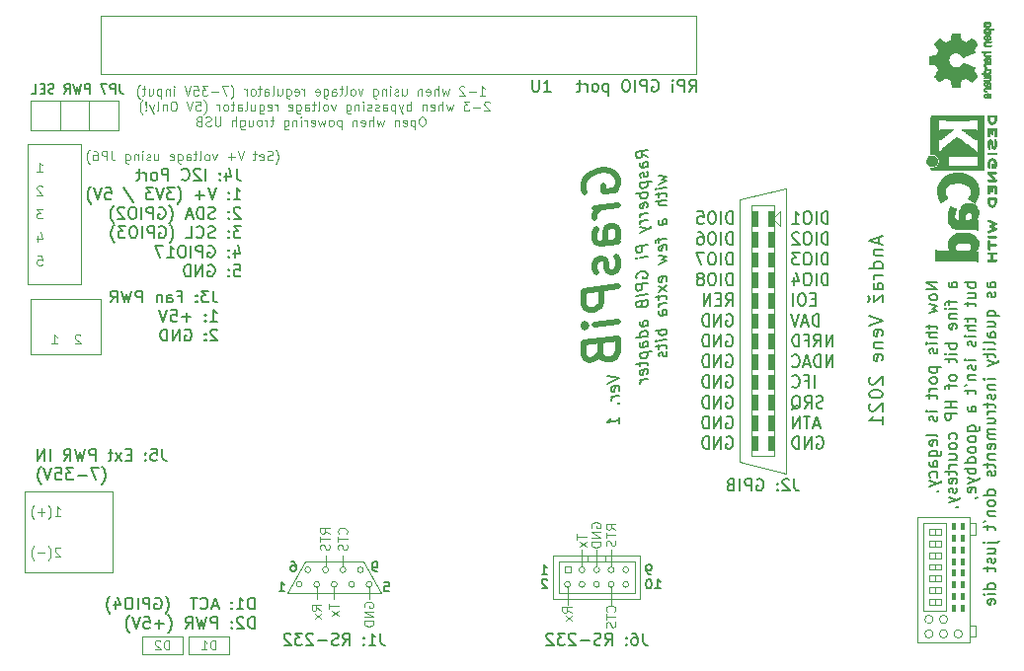
<source format=gbr>
%TF.GenerationSoftware,KiCad,Pcbnew,5.1.10*%
%TF.CreationDate,2021-11-27T10:51:30+01:00*%
%TF.ProjectId,GrasPiB_v1,47726173-5069-4425-9f76-312e6b696361,2*%
%TF.SameCoordinates,PX6779420PY3305860*%
%TF.FileFunction,Legend,Bot*%
%TF.FilePolarity,Positive*%
%FSLAX46Y46*%
G04 Gerber Fmt 4.6, Leading zero omitted, Abs format (unit mm)*
G04 Created by KiCad (PCBNEW 5.1.10) date 2021-11-27 10:51:30*
%MOMM*%
%LPD*%
G01*
G04 APERTURE LIST*
%ADD10C,0.120000*%
%ADD11C,0.150000*%
%ADD12C,0.200000*%
%ADD13C,0.500000*%
%ADD14C,0.100000*%
%ADD15C,0.010000*%
%ADD16O,1.750000X1.200000*%
%ADD17C,1.600000*%
%ADD18C,6.000000*%
%ADD19O,1.700000X1.700000*%
%ADD20R,1.700000X1.700000*%
%ADD21C,1.700000*%
%ADD22C,2.400000*%
%ADD23R,2.400000X2.400000*%
%ADD24O,1.200000X1.750000*%
%ADD25C,2.700000*%
%ADD26O,2.000000X1.500000*%
%ADD27R,1.600000X1.600000*%
%ADD28C,4.000000*%
G04 APERTURE END LIST*
D10*
X8500000Y-8250000D02*
X6000000Y-8250000D01*
X8500000Y-10750000D02*
X8500000Y-8250000D01*
X6000000Y-10750000D02*
X8500000Y-10750000D01*
X1559523Y-21561904D02*
X1940476Y-21561904D01*
X1978571Y-21942857D01*
X1940476Y-21904761D01*
X1864285Y-21866666D01*
X1673809Y-21866666D01*
X1597619Y-21904761D01*
X1559523Y-21942857D01*
X1521428Y-22019047D01*
X1521428Y-22209523D01*
X1559523Y-22285714D01*
X1597619Y-22323809D01*
X1673809Y-22361904D01*
X1864285Y-22361904D01*
X1940476Y-22323809D01*
X1978571Y-22285714D01*
X1000000Y-30000000D02*
X1000000Y-25250000D01*
X7000000Y-30000000D02*
X1000000Y-30000000D01*
X7000000Y-25250000D02*
X7000000Y-30000000D01*
X1000000Y-25250000D02*
X7000000Y-25250000D01*
X750000Y-24000000D02*
X5250000Y-24000000D01*
D11*
X50452380Y-31858348D02*
X51452380Y-32066681D01*
X50452380Y-32525014D01*
X51404761Y-33120252D02*
X51452380Y-33019062D01*
X51452380Y-32828586D01*
X51404761Y-32739300D01*
X51309523Y-32703586D01*
X50928571Y-32751205D01*
X50833333Y-32810729D01*
X50785714Y-32911919D01*
X50785714Y-33102395D01*
X50833333Y-33191681D01*
X50928571Y-33227395D01*
X51023809Y-33215491D01*
X51119047Y-32727395D01*
X51452380Y-33590491D02*
X50785714Y-33673824D01*
X50976190Y-33650014D02*
X50880952Y-33709538D01*
X50833333Y-33763110D01*
X50785714Y-33864300D01*
X50785714Y-33959538D01*
X51357142Y-34221443D02*
X51404761Y-34263110D01*
X51452380Y-34209538D01*
X51404761Y-34167872D01*
X51357142Y-34221443D01*
X51452380Y-34209538D01*
X51452380Y-35971443D02*
X51452380Y-35400014D01*
X51452380Y-35685729D02*
X50452380Y-35810729D01*
X50595238Y-35697633D01*
X50690476Y-35590491D01*
X50738095Y-35489300D01*
D12*
X73700000Y-19942857D02*
X73700000Y-20514285D01*
X74042857Y-19828571D02*
X72842857Y-20228571D01*
X74042857Y-20628571D01*
X73242857Y-21028571D02*
X74042857Y-21028571D01*
X73357142Y-21028571D02*
X73300000Y-21085714D01*
X73242857Y-21200000D01*
X73242857Y-21371428D01*
X73300000Y-21485714D01*
X73414285Y-21542857D01*
X74042857Y-21542857D01*
X74042857Y-22628571D02*
X72842857Y-22628571D01*
X73985714Y-22628571D02*
X74042857Y-22514285D01*
X74042857Y-22285714D01*
X73985714Y-22171428D01*
X73928571Y-22114285D01*
X73814285Y-22057142D01*
X73471428Y-22057142D01*
X73357142Y-22114285D01*
X73300000Y-22171428D01*
X73242857Y-22285714D01*
X73242857Y-22514285D01*
X73300000Y-22628571D01*
X74042857Y-23200000D02*
X73242857Y-23200000D01*
X73471428Y-23200000D02*
X73357142Y-23257142D01*
X73300000Y-23314285D01*
X73242857Y-23428571D01*
X73242857Y-23542857D01*
X74042857Y-24457142D02*
X73414285Y-24457142D01*
X73300000Y-24400000D01*
X73242857Y-24285714D01*
X73242857Y-24057142D01*
X73300000Y-23942857D01*
X73985714Y-24457142D02*
X74042857Y-24342857D01*
X74042857Y-24057142D01*
X73985714Y-23942857D01*
X73871428Y-23885714D01*
X73757142Y-23885714D01*
X73642857Y-23942857D01*
X73585714Y-24057142D01*
X73585714Y-24342857D01*
X73528571Y-24457142D01*
X73242857Y-24914285D02*
X73242857Y-25542857D01*
X74042857Y-24914285D01*
X74042857Y-25542857D01*
X72785714Y-25028571D02*
X72957142Y-25257142D01*
X72785714Y-25485714D01*
X72842857Y-26742857D02*
X74042857Y-27142857D01*
X72842857Y-27542857D01*
X73985714Y-28400000D02*
X74042857Y-28285714D01*
X74042857Y-28057142D01*
X73985714Y-27942857D01*
X73871428Y-27885714D01*
X73414285Y-27885714D01*
X73300000Y-27942857D01*
X73242857Y-28057142D01*
X73242857Y-28285714D01*
X73300000Y-28400000D01*
X73414285Y-28457142D01*
X73528571Y-28457142D01*
X73642857Y-27885714D01*
X73242857Y-28971428D02*
X74042857Y-28971428D01*
X73357142Y-28971428D02*
X73300000Y-29028571D01*
X73242857Y-29142857D01*
X73242857Y-29314285D01*
X73300000Y-29428571D01*
X73414285Y-29485714D01*
X74042857Y-29485714D01*
X73985714Y-30514285D02*
X74042857Y-30400000D01*
X74042857Y-30171428D01*
X73985714Y-30057142D01*
X73871428Y-30000000D01*
X73414285Y-30000000D01*
X73300000Y-30057142D01*
X73242857Y-30171428D01*
X73242857Y-30400000D01*
X73300000Y-30514285D01*
X73414285Y-30571428D01*
X73528571Y-30571428D01*
X73642857Y-30000000D01*
X72957142Y-31942857D02*
X72900000Y-32000000D01*
X72842857Y-32114285D01*
X72842857Y-32400000D01*
X72900000Y-32514285D01*
X72957142Y-32571428D01*
X73071428Y-32628571D01*
X73185714Y-32628571D01*
X73357142Y-32571428D01*
X74042857Y-31885714D01*
X74042857Y-32628571D01*
X72842857Y-33371428D02*
X72842857Y-33485714D01*
X72900000Y-33600000D01*
X72957142Y-33657142D01*
X73071428Y-33714285D01*
X73300000Y-33771428D01*
X73585714Y-33771428D01*
X73814285Y-33714285D01*
X73928571Y-33657142D01*
X73985714Y-33600000D01*
X74042857Y-33485714D01*
X74042857Y-33371428D01*
X73985714Y-33257142D01*
X73928571Y-33200000D01*
X73814285Y-33142857D01*
X73585714Y-33085714D01*
X73300000Y-33085714D01*
X73071428Y-33142857D01*
X72957142Y-33200000D01*
X72900000Y-33257142D01*
X72842857Y-33371428D01*
X72957142Y-34228571D02*
X72900000Y-34285714D01*
X72842857Y-34400000D01*
X72842857Y-34685714D01*
X72900000Y-34800000D01*
X72957142Y-34857142D01*
X73071428Y-34914285D01*
X73185714Y-34914285D01*
X73357142Y-34857142D01*
X74042857Y-34171428D01*
X74042857Y-34914285D01*
X74042857Y-36057142D02*
X74042857Y-35371428D01*
X74042857Y-35714285D02*
X72842857Y-35714285D01*
X73014285Y-35600000D01*
X73128571Y-35485714D01*
X73185714Y-35371428D01*
D13*
X48500000Y-16124553D02*
X48357142Y-15856696D01*
X48357142Y-15428125D01*
X48500000Y-14981696D01*
X48785714Y-14660267D01*
X49071428Y-14481696D01*
X49642857Y-14267410D01*
X50071428Y-14213839D01*
X50642857Y-14285267D01*
X50928571Y-14392410D01*
X51214285Y-14642410D01*
X51357142Y-15053125D01*
X51357142Y-15338839D01*
X51214285Y-15785267D01*
X51071428Y-15945982D01*
X50071428Y-16070982D01*
X50071428Y-15499553D01*
X51357142Y-17195982D02*
X49357142Y-17445982D01*
X49928571Y-17374553D02*
X49642857Y-17553125D01*
X49500000Y-17713839D01*
X49357142Y-18017410D01*
X49357142Y-18303125D01*
X51357142Y-20338839D02*
X49785714Y-20535267D01*
X49500000Y-20428125D01*
X49357142Y-20160267D01*
X49357142Y-19588839D01*
X49500000Y-19285267D01*
X51214285Y-20356696D02*
X51357142Y-20053125D01*
X51357142Y-19338839D01*
X51214285Y-19070982D01*
X50928571Y-18963839D01*
X50642857Y-18999553D01*
X50357142Y-19178125D01*
X50214285Y-19481696D01*
X50214285Y-20195982D01*
X50071428Y-20499553D01*
X51214285Y-21642410D02*
X51357142Y-21910267D01*
X51357142Y-22481696D01*
X51214285Y-22785267D01*
X50928571Y-22963839D01*
X50785714Y-22981696D01*
X50500000Y-22874553D01*
X50357142Y-22606696D01*
X50357142Y-22178125D01*
X50214285Y-21910267D01*
X49928571Y-21803125D01*
X49785714Y-21820982D01*
X49500000Y-21999553D01*
X49357142Y-22303125D01*
X49357142Y-22731696D01*
X49500000Y-22999553D01*
X51357142Y-24195982D02*
X48357142Y-24570982D01*
X48357142Y-25713839D01*
X48500000Y-25981696D01*
X48642857Y-26106696D01*
X48928571Y-26213839D01*
X49357142Y-26160267D01*
X49642857Y-25981696D01*
X49785714Y-25820982D01*
X49928571Y-25517410D01*
X49928571Y-24374553D01*
X51357142Y-27195982D02*
X49357142Y-27445982D01*
X48357142Y-27570982D02*
X48500000Y-27410267D01*
X48642857Y-27535267D01*
X48500000Y-27695982D01*
X48357142Y-27570982D01*
X48642857Y-27535267D01*
X49785714Y-29820982D02*
X49928571Y-30231696D01*
X50071428Y-30356696D01*
X50357142Y-30463839D01*
X50785714Y-30410267D01*
X51071428Y-30231696D01*
X51214285Y-30070982D01*
X51357142Y-29767410D01*
X51357142Y-28624553D01*
X48357142Y-28999553D01*
X48357142Y-29999553D01*
X48500000Y-30267410D01*
X48642857Y-30392410D01*
X48928571Y-30499553D01*
X49214285Y-30463839D01*
X49500000Y-30285267D01*
X49642857Y-30124553D01*
X49785714Y-29820982D01*
X49785714Y-28820982D01*
D11*
X54130833Y-48861904D02*
X53978452Y-48861904D01*
X53902261Y-48823809D01*
X53864166Y-48785714D01*
X53787976Y-48671428D01*
X53749880Y-48519047D01*
X53749880Y-48214285D01*
X53787976Y-48138095D01*
X53826071Y-48100000D01*
X53902261Y-48061904D01*
X54054642Y-48061904D01*
X54130833Y-48100000D01*
X54168928Y-48138095D01*
X54207023Y-48214285D01*
X54207023Y-48404761D01*
X54168928Y-48480952D01*
X54130833Y-48519047D01*
X54054642Y-48557142D01*
X53902261Y-48557142D01*
X53826071Y-48519047D01*
X53787976Y-48480952D01*
X53749880Y-48404761D01*
X54511785Y-50111904D02*
X54968928Y-50111904D01*
X54740357Y-50111904D02*
X54740357Y-49311904D01*
X54816547Y-49426190D01*
X54892738Y-49502380D01*
X54968928Y-49540476D01*
X54016547Y-49311904D02*
X53940357Y-49311904D01*
X53864166Y-49350000D01*
X53826071Y-49388095D01*
X53787976Y-49464285D01*
X53749880Y-49616666D01*
X53749880Y-49807142D01*
X53787976Y-49959523D01*
X53826071Y-50035714D01*
X53864166Y-50073809D01*
X53940357Y-50111904D01*
X54016547Y-50111904D01*
X54092738Y-50073809D01*
X54130833Y-50035714D01*
X54168928Y-49959523D01*
X54207023Y-49807142D01*
X54207023Y-49616666D01*
X54168928Y-49464285D01*
X54130833Y-49388095D01*
X54092738Y-49350000D01*
X54016547Y-49311904D01*
X45250119Y-49388095D02*
X45212023Y-49350000D01*
X45135833Y-49311904D01*
X44945357Y-49311904D01*
X44869166Y-49350000D01*
X44831071Y-49388095D01*
X44792976Y-49464285D01*
X44792976Y-49540476D01*
X44831071Y-49654761D01*
X45288214Y-50111904D01*
X44792976Y-50111904D01*
X44792976Y-48861904D02*
X45250119Y-48861904D01*
X45021547Y-48861904D02*
X45021547Y-48061904D01*
X45097738Y-48176190D01*
X45173928Y-48252380D01*
X45250119Y-48290476D01*
D10*
X27750000Y-48250000D02*
X27750000Y-47250000D01*
X26250000Y-48250000D02*
X26250000Y-47250000D01*
X25500000Y-50000000D02*
X25500000Y-51000000D01*
X27000000Y-50000000D02*
X27000000Y-51000000D01*
X30000000Y-50000000D02*
X30000000Y-51000000D01*
D11*
X53476190Y-53952380D02*
X53476190Y-54666666D01*
X53523809Y-54809523D01*
X53619047Y-54904761D01*
X53761904Y-54952380D01*
X53857142Y-54952380D01*
X52571428Y-53952380D02*
X52761904Y-53952380D01*
X52857142Y-54000000D01*
X52904761Y-54047619D01*
X53000000Y-54190476D01*
X53047619Y-54380952D01*
X53047619Y-54761904D01*
X53000000Y-54857142D01*
X52952380Y-54904761D01*
X52857142Y-54952380D01*
X52666666Y-54952380D01*
X52571428Y-54904761D01*
X52523809Y-54857142D01*
X52476190Y-54761904D01*
X52476190Y-54523809D01*
X52523809Y-54428571D01*
X52571428Y-54380952D01*
X52666666Y-54333333D01*
X52857142Y-54333333D01*
X52952380Y-54380952D01*
X53000000Y-54428571D01*
X53047619Y-54523809D01*
X52047619Y-54857142D02*
X52000000Y-54904761D01*
X52047619Y-54952380D01*
X52095238Y-54904761D01*
X52047619Y-54857142D01*
X52047619Y-54952380D01*
X52047619Y-54333333D02*
X52000000Y-54380952D01*
X52047619Y-54428571D01*
X52095238Y-54380952D01*
X52047619Y-54333333D01*
X52047619Y-54428571D01*
X50238095Y-54952380D02*
X50571428Y-54476190D01*
X50809523Y-54952380D02*
X50809523Y-53952380D01*
X50428571Y-53952380D01*
X50333333Y-54000000D01*
X50285714Y-54047619D01*
X50238095Y-54142857D01*
X50238095Y-54285714D01*
X50285714Y-54380952D01*
X50333333Y-54428571D01*
X50428571Y-54476190D01*
X50809523Y-54476190D01*
X49857142Y-54904761D02*
X49714285Y-54952380D01*
X49476190Y-54952380D01*
X49380952Y-54904761D01*
X49333333Y-54857142D01*
X49285714Y-54761904D01*
X49285714Y-54666666D01*
X49333333Y-54571428D01*
X49380952Y-54523809D01*
X49476190Y-54476190D01*
X49666666Y-54428571D01*
X49761904Y-54380952D01*
X49809523Y-54333333D01*
X49857142Y-54238095D01*
X49857142Y-54142857D01*
X49809523Y-54047619D01*
X49761904Y-54000000D01*
X49666666Y-53952380D01*
X49428571Y-53952380D01*
X49285714Y-54000000D01*
X48857142Y-54571428D02*
X48095238Y-54571428D01*
X47666666Y-54047619D02*
X47619047Y-54000000D01*
X47523809Y-53952380D01*
X47285714Y-53952380D01*
X47190476Y-54000000D01*
X47142857Y-54047619D01*
X47095238Y-54142857D01*
X47095238Y-54238095D01*
X47142857Y-54380952D01*
X47714285Y-54952380D01*
X47095238Y-54952380D01*
X46761904Y-53952380D02*
X46142857Y-53952380D01*
X46476190Y-54333333D01*
X46333333Y-54333333D01*
X46238095Y-54380952D01*
X46190476Y-54428571D01*
X46142857Y-54523809D01*
X46142857Y-54761904D01*
X46190476Y-54857142D01*
X46238095Y-54904761D01*
X46333333Y-54952380D01*
X46619047Y-54952380D01*
X46714285Y-54904761D01*
X46761904Y-54857142D01*
X45761904Y-54047619D02*
X45714285Y-54000000D01*
X45619047Y-53952380D01*
X45380952Y-53952380D01*
X45285714Y-54000000D01*
X45238095Y-54047619D01*
X45190476Y-54142857D01*
X45190476Y-54238095D01*
X45238095Y-54380952D01*
X45809523Y-54952380D01*
X45190476Y-54952380D01*
D10*
X50750000Y-48250000D02*
X50750000Y-46750000D01*
X49500000Y-48250000D02*
X49500000Y-46750000D01*
X48250000Y-48250000D02*
X48250000Y-46750000D01*
X47000000Y-50000000D02*
X47000000Y-51500000D01*
X50750000Y-50000000D02*
X50750000Y-51500000D01*
X50250000Y-47250000D02*
X50250000Y-47750000D01*
X48750000Y-47750000D02*
X48750000Y-47250000D01*
X45750000Y-51000000D02*
X45750000Y-47250000D01*
X53250000Y-51000000D02*
X45750000Y-51000000D01*
X53250000Y-47250000D02*
X53250000Y-51000000D01*
X45750000Y-47250000D02*
X53250000Y-47250000D01*
X51035714Y-52061904D02*
X51073809Y-52023809D01*
X51111904Y-51909523D01*
X51111904Y-51833333D01*
X51073809Y-51719047D01*
X50997619Y-51642857D01*
X50921428Y-51604761D01*
X50769047Y-51566666D01*
X50654761Y-51566666D01*
X50502380Y-51604761D01*
X50426190Y-51642857D01*
X50350000Y-51719047D01*
X50311904Y-51833333D01*
X50311904Y-51909523D01*
X50350000Y-52023809D01*
X50388095Y-52061904D01*
X50311904Y-52290476D02*
X50311904Y-52747619D01*
X51111904Y-52519047D02*
X50311904Y-52519047D01*
X51073809Y-52976190D02*
X51111904Y-53090476D01*
X51111904Y-53280952D01*
X51073809Y-53357142D01*
X51035714Y-53395238D01*
X50959523Y-53433333D01*
X50883333Y-53433333D01*
X50807142Y-53395238D01*
X50769047Y-53357142D01*
X50730952Y-53280952D01*
X50692857Y-53128571D01*
X50654761Y-53052380D01*
X50616666Y-53014285D01*
X50540476Y-52976190D01*
X50464285Y-52976190D01*
X50388095Y-53014285D01*
X50350000Y-53052380D01*
X50311904Y-53128571D01*
X50311904Y-53319047D01*
X50350000Y-53433333D01*
X51111904Y-45061904D02*
X50730952Y-44795238D01*
X51111904Y-44604761D02*
X50311904Y-44604761D01*
X50311904Y-44909523D01*
X50350000Y-44985714D01*
X50388095Y-45023809D01*
X50464285Y-45061904D01*
X50578571Y-45061904D01*
X50654761Y-45023809D01*
X50692857Y-44985714D01*
X50730952Y-44909523D01*
X50730952Y-44604761D01*
X50311904Y-45290476D02*
X50311904Y-45747619D01*
X51111904Y-45519047D02*
X50311904Y-45519047D01*
X51073809Y-45976190D02*
X51111904Y-46090476D01*
X51111904Y-46280952D01*
X51073809Y-46357142D01*
X51035714Y-46395238D01*
X50959523Y-46433333D01*
X50883333Y-46433333D01*
X50807142Y-46395238D01*
X50769047Y-46357142D01*
X50730952Y-46280952D01*
X50692857Y-46128571D01*
X50654761Y-46052380D01*
X50616666Y-46014285D01*
X50540476Y-45976190D01*
X50464285Y-45976190D01*
X50388095Y-46014285D01*
X50350000Y-46052380D01*
X50311904Y-46128571D01*
X50311904Y-46319047D01*
X50350000Y-46433333D01*
X49100000Y-44890476D02*
X49061904Y-44814285D01*
X49061904Y-44700000D01*
X49100000Y-44585714D01*
X49176190Y-44509523D01*
X49252380Y-44471428D01*
X49404761Y-44433333D01*
X49519047Y-44433333D01*
X49671428Y-44471428D01*
X49747619Y-44509523D01*
X49823809Y-44585714D01*
X49861904Y-44700000D01*
X49861904Y-44776190D01*
X49823809Y-44890476D01*
X49785714Y-44928571D01*
X49519047Y-44928571D01*
X49519047Y-44776190D01*
X49861904Y-45271428D02*
X49061904Y-45271428D01*
X49861904Y-45728571D01*
X49061904Y-45728571D01*
X49861904Y-46109523D02*
X49061904Y-46109523D01*
X49061904Y-46300000D01*
X49100000Y-46414285D01*
X49176190Y-46490476D01*
X49252380Y-46528571D01*
X49404761Y-46566666D01*
X49519047Y-46566666D01*
X49671428Y-46528571D01*
X49747619Y-46490476D01*
X49823809Y-46414285D01*
X49861904Y-46300000D01*
X49861904Y-46109523D01*
X47811904Y-45447619D02*
X47811904Y-45904761D01*
X48611904Y-45676190D02*
X47811904Y-45676190D01*
X48611904Y-46095238D02*
X48078571Y-46514285D01*
X48078571Y-46095238D02*
X48611904Y-46514285D01*
X47361904Y-52173809D02*
X46980952Y-51907142D01*
X47361904Y-51716666D02*
X46561904Y-51716666D01*
X46561904Y-52021428D01*
X46600000Y-52097619D01*
X46638095Y-52135714D01*
X46714285Y-52173809D01*
X46828571Y-52173809D01*
X46904761Y-52135714D01*
X46942857Y-52097619D01*
X46980952Y-52021428D01*
X46980952Y-51716666D01*
X47361904Y-52440476D02*
X46828571Y-52859523D01*
X46828571Y-52440476D02*
X47361904Y-52859523D01*
X52750000Y-47750000D02*
X46250000Y-47750000D01*
X52750000Y-50500000D02*
X52750000Y-47750000D01*
X46250000Y-50500000D02*
X52750000Y-50500000D01*
X46250000Y-47750000D02*
X46250000Y-50500000D01*
X52250000Y-48500000D02*
G75*
G03*
X52250000Y-48500000I-250000J0D01*
G01*
X52250000Y-49750000D02*
G75*
G03*
X52250000Y-49750000I-250000J0D01*
G01*
X51000000Y-49750000D02*
G75*
G03*
X51000000Y-49750000I-250000J0D01*
G01*
X51000000Y-48500000D02*
G75*
G03*
X51000000Y-48500000I-250000J0D01*
G01*
X49750000Y-49750000D02*
G75*
G03*
X49750000Y-49750000I-250000J0D01*
G01*
X49750000Y-48500000D02*
G75*
G03*
X49750000Y-48500000I-250000J0D01*
G01*
X48500000Y-48500000D02*
G75*
G03*
X48500000Y-48500000I-250000J0D01*
G01*
X48500000Y-49750000D02*
G75*
G03*
X48500000Y-49750000I-250000J0D01*
G01*
X47250000Y-49750000D02*
G75*
G03*
X47250000Y-49750000I-250000J0D01*
G01*
X46750000Y-48250000D02*
X46750000Y-48750000D01*
X47250000Y-48250000D02*
X46750000Y-48250000D01*
X47250000Y-48750000D02*
X47250000Y-48250000D01*
X46750000Y-48750000D02*
X47250000Y-48750000D01*
X31000000Y-50500000D02*
X23000000Y-50500000D01*
X29500000Y-47750000D02*
X31000000Y-50500000D01*
X24500000Y-47750000D02*
X29500000Y-47750000D01*
X23000000Y-50500000D02*
X24500000Y-47750000D01*
D11*
X8600000Y-6811904D02*
X8600000Y-7383333D01*
X8638095Y-7497619D01*
X8714285Y-7573809D01*
X8828571Y-7611904D01*
X8904761Y-7611904D01*
X8219047Y-7611904D02*
X8219047Y-6811904D01*
X7914285Y-6811904D01*
X7838095Y-6850000D01*
X7800000Y-6888095D01*
X7761904Y-6964285D01*
X7761904Y-7078571D01*
X7800000Y-7154761D01*
X7838095Y-7192857D01*
X7914285Y-7230952D01*
X8219047Y-7230952D01*
X7495238Y-6811904D02*
X6961904Y-6811904D01*
X7304761Y-7611904D01*
X6047619Y-7611904D02*
X6047619Y-6811904D01*
X5742857Y-6811904D01*
X5666666Y-6850000D01*
X5628571Y-6888095D01*
X5590476Y-6964285D01*
X5590476Y-7078571D01*
X5628571Y-7154761D01*
X5666666Y-7192857D01*
X5742857Y-7230952D01*
X6047619Y-7230952D01*
X5323809Y-6811904D02*
X5133333Y-7611904D01*
X4980952Y-7040476D01*
X4828571Y-7611904D01*
X4638095Y-6811904D01*
X3876190Y-7611904D02*
X4142857Y-7230952D01*
X4333333Y-7611904D02*
X4333333Y-6811904D01*
X4028571Y-6811904D01*
X3952380Y-6850000D01*
X3914285Y-6888095D01*
X3876190Y-6964285D01*
X3876190Y-7078571D01*
X3914285Y-7154761D01*
X3952380Y-7192857D01*
X4028571Y-7230952D01*
X4333333Y-7230952D01*
X2961904Y-7573809D02*
X2847619Y-7611904D01*
X2657142Y-7611904D01*
X2580952Y-7573809D01*
X2542857Y-7535714D01*
X2504761Y-7459523D01*
X2504761Y-7383333D01*
X2542857Y-7307142D01*
X2580952Y-7269047D01*
X2657142Y-7230952D01*
X2809523Y-7192857D01*
X2885714Y-7154761D01*
X2923809Y-7116666D01*
X2961904Y-7040476D01*
X2961904Y-6964285D01*
X2923809Y-6888095D01*
X2885714Y-6850000D01*
X2809523Y-6811904D01*
X2619047Y-6811904D01*
X2504761Y-6850000D01*
X2161904Y-7192857D02*
X1895238Y-7192857D01*
X1780952Y-7611904D02*
X2161904Y-7611904D01*
X2161904Y-6811904D01*
X1780952Y-6811904D01*
X1057142Y-7611904D02*
X1438095Y-7611904D01*
X1438095Y-6811904D01*
D10*
X39476190Y-7791904D02*
X39933333Y-7791904D01*
X39704761Y-7791904D02*
X39704761Y-6991904D01*
X39780952Y-7106190D01*
X39857142Y-7182380D01*
X39933333Y-7220476D01*
X39133333Y-7487142D02*
X38523809Y-7487142D01*
X38180952Y-7068095D02*
X38142857Y-7030000D01*
X38066666Y-6991904D01*
X37876190Y-6991904D01*
X37800000Y-7030000D01*
X37761904Y-7068095D01*
X37723809Y-7144285D01*
X37723809Y-7220476D01*
X37761904Y-7334761D01*
X38219047Y-7791904D01*
X37723809Y-7791904D01*
X36847619Y-7258571D02*
X36695238Y-7791904D01*
X36542857Y-7410952D01*
X36390476Y-7791904D01*
X36238095Y-7258571D01*
X35933333Y-7791904D02*
X35933333Y-6991904D01*
X35590476Y-7791904D02*
X35590476Y-7372857D01*
X35628571Y-7296666D01*
X35704761Y-7258571D01*
X35819047Y-7258571D01*
X35895238Y-7296666D01*
X35933333Y-7334761D01*
X34904761Y-7753809D02*
X34980952Y-7791904D01*
X35133333Y-7791904D01*
X35209523Y-7753809D01*
X35247619Y-7677619D01*
X35247619Y-7372857D01*
X35209523Y-7296666D01*
X35133333Y-7258571D01*
X34980952Y-7258571D01*
X34904761Y-7296666D01*
X34866666Y-7372857D01*
X34866666Y-7449047D01*
X35247619Y-7525238D01*
X34523809Y-7258571D02*
X34523809Y-7791904D01*
X34523809Y-7334761D02*
X34485714Y-7296666D01*
X34409523Y-7258571D01*
X34295238Y-7258571D01*
X34219047Y-7296666D01*
X34180952Y-7372857D01*
X34180952Y-7791904D01*
X32847619Y-7258571D02*
X32847619Y-7791904D01*
X33190476Y-7258571D02*
X33190476Y-7677619D01*
X33152380Y-7753809D01*
X33076190Y-7791904D01*
X32961904Y-7791904D01*
X32885714Y-7753809D01*
X32847619Y-7715714D01*
X32504761Y-7753809D02*
X32428571Y-7791904D01*
X32276190Y-7791904D01*
X32200000Y-7753809D01*
X32161904Y-7677619D01*
X32161904Y-7639523D01*
X32200000Y-7563333D01*
X32276190Y-7525238D01*
X32390476Y-7525238D01*
X32466666Y-7487142D01*
X32504761Y-7410952D01*
X32504761Y-7372857D01*
X32466666Y-7296666D01*
X32390476Y-7258571D01*
X32276190Y-7258571D01*
X32200000Y-7296666D01*
X31819047Y-7791904D02*
X31819047Y-7258571D01*
X31819047Y-6991904D02*
X31857142Y-7030000D01*
X31819047Y-7068095D01*
X31780952Y-7030000D01*
X31819047Y-6991904D01*
X31819047Y-7068095D01*
X31438095Y-7258571D02*
X31438095Y-7791904D01*
X31438095Y-7334761D02*
X31400000Y-7296666D01*
X31323809Y-7258571D01*
X31209523Y-7258571D01*
X31133333Y-7296666D01*
X31095238Y-7372857D01*
X31095238Y-7791904D01*
X30371428Y-7258571D02*
X30371428Y-7906190D01*
X30409523Y-7982380D01*
X30447619Y-8020476D01*
X30523809Y-8058571D01*
X30638095Y-8058571D01*
X30714285Y-8020476D01*
X30371428Y-7753809D02*
X30447619Y-7791904D01*
X30600000Y-7791904D01*
X30676190Y-7753809D01*
X30714285Y-7715714D01*
X30752380Y-7639523D01*
X30752380Y-7410952D01*
X30714285Y-7334761D01*
X30676190Y-7296666D01*
X30600000Y-7258571D01*
X30447619Y-7258571D01*
X30371428Y-7296666D01*
X29457142Y-7258571D02*
X29266666Y-7791904D01*
X29076190Y-7258571D01*
X28657142Y-7791904D02*
X28733333Y-7753809D01*
X28771428Y-7715714D01*
X28809523Y-7639523D01*
X28809523Y-7410952D01*
X28771428Y-7334761D01*
X28733333Y-7296666D01*
X28657142Y-7258571D01*
X28542857Y-7258571D01*
X28466666Y-7296666D01*
X28428571Y-7334761D01*
X28390476Y-7410952D01*
X28390476Y-7639523D01*
X28428571Y-7715714D01*
X28466666Y-7753809D01*
X28542857Y-7791904D01*
X28657142Y-7791904D01*
X27933333Y-7791904D02*
X28009523Y-7753809D01*
X28047619Y-7677619D01*
X28047619Y-6991904D01*
X27742857Y-7258571D02*
X27438095Y-7258571D01*
X27628571Y-6991904D02*
X27628571Y-7677619D01*
X27590476Y-7753809D01*
X27514285Y-7791904D01*
X27438095Y-7791904D01*
X26828571Y-7791904D02*
X26828571Y-7372857D01*
X26866666Y-7296666D01*
X26942857Y-7258571D01*
X27095238Y-7258571D01*
X27171428Y-7296666D01*
X26828571Y-7753809D02*
X26904761Y-7791904D01*
X27095238Y-7791904D01*
X27171428Y-7753809D01*
X27209523Y-7677619D01*
X27209523Y-7601428D01*
X27171428Y-7525238D01*
X27095238Y-7487142D01*
X26904761Y-7487142D01*
X26828571Y-7449047D01*
X26104761Y-7258571D02*
X26104761Y-7906190D01*
X26142857Y-7982380D01*
X26180952Y-8020476D01*
X26257142Y-8058571D01*
X26371428Y-8058571D01*
X26447619Y-8020476D01*
X26104761Y-7753809D02*
X26180952Y-7791904D01*
X26333333Y-7791904D01*
X26409523Y-7753809D01*
X26447619Y-7715714D01*
X26485714Y-7639523D01*
X26485714Y-7410952D01*
X26447619Y-7334761D01*
X26409523Y-7296666D01*
X26333333Y-7258571D01*
X26180952Y-7258571D01*
X26104761Y-7296666D01*
X25419047Y-7753809D02*
X25495238Y-7791904D01*
X25647619Y-7791904D01*
X25723809Y-7753809D01*
X25761904Y-7677619D01*
X25761904Y-7372857D01*
X25723809Y-7296666D01*
X25647619Y-7258571D01*
X25495238Y-7258571D01*
X25419047Y-7296666D01*
X25380952Y-7372857D01*
X25380952Y-7449047D01*
X25761904Y-7525238D01*
X24428571Y-7791904D02*
X24428571Y-7258571D01*
X24428571Y-7410952D02*
X24390476Y-7334761D01*
X24352380Y-7296666D01*
X24276190Y-7258571D01*
X24200000Y-7258571D01*
X23628571Y-7753809D02*
X23704761Y-7791904D01*
X23857142Y-7791904D01*
X23933333Y-7753809D01*
X23971428Y-7677619D01*
X23971428Y-7372857D01*
X23933333Y-7296666D01*
X23857142Y-7258571D01*
X23704761Y-7258571D01*
X23628571Y-7296666D01*
X23590476Y-7372857D01*
X23590476Y-7449047D01*
X23971428Y-7525238D01*
X22904761Y-7258571D02*
X22904761Y-7906190D01*
X22942857Y-7982380D01*
X22980952Y-8020476D01*
X23057142Y-8058571D01*
X23171428Y-8058571D01*
X23247619Y-8020476D01*
X22904761Y-7753809D02*
X22980952Y-7791904D01*
X23133333Y-7791904D01*
X23209523Y-7753809D01*
X23247619Y-7715714D01*
X23285714Y-7639523D01*
X23285714Y-7410952D01*
X23247619Y-7334761D01*
X23209523Y-7296666D01*
X23133333Y-7258571D01*
X22980952Y-7258571D01*
X22904761Y-7296666D01*
X22180952Y-7258571D02*
X22180952Y-7791904D01*
X22523809Y-7258571D02*
X22523809Y-7677619D01*
X22485714Y-7753809D01*
X22409523Y-7791904D01*
X22295238Y-7791904D01*
X22219047Y-7753809D01*
X22180952Y-7715714D01*
X21685714Y-7791904D02*
X21761904Y-7753809D01*
X21800000Y-7677619D01*
X21800000Y-6991904D01*
X21038095Y-7791904D02*
X21038095Y-7372857D01*
X21076190Y-7296666D01*
X21152380Y-7258571D01*
X21304761Y-7258571D01*
X21380952Y-7296666D01*
X21038095Y-7753809D02*
X21114285Y-7791904D01*
X21304761Y-7791904D01*
X21380952Y-7753809D01*
X21419047Y-7677619D01*
X21419047Y-7601428D01*
X21380952Y-7525238D01*
X21304761Y-7487142D01*
X21114285Y-7487142D01*
X21038095Y-7449047D01*
X20771428Y-7258571D02*
X20466666Y-7258571D01*
X20657142Y-6991904D02*
X20657142Y-7677619D01*
X20619047Y-7753809D01*
X20542857Y-7791904D01*
X20466666Y-7791904D01*
X20085714Y-7791904D02*
X20161904Y-7753809D01*
X20200000Y-7715714D01*
X20238095Y-7639523D01*
X20238095Y-7410952D01*
X20200000Y-7334761D01*
X20161904Y-7296666D01*
X20085714Y-7258571D01*
X19971428Y-7258571D01*
X19895238Y-7296666D01*
X19857142Y-7334761D01*
X19819047Y-7410952D01*
X19819047Y-7639523D01*
X19857142Y-7715714D01*
X19895238Y-7753809D01*
X19971428Y-7791904D01*
X20085714Y-7791904D01*
X19476190Y-7791904D02*
X19476190Y-7258571D01*
X19476190Y-7410952D02*
X19438095Y-7334761D01*
X19400000Y-7296666D01*
X19323809Y-7258571D01*
X19247619Y-7258571D01*
X18142857Y-8096666D02*
X18180952Y-8058571D01*
X18257142Y-7944285D01*
X18295238Y-7868095D01*
X18333333Y-7753809D01*
X18371428Y-7563333D01*
X18371428Y-7410952D01*
X18333333Y-7220476D01*
X18295238Y-7106190D01*
X18257142Y-7030000D01*
X18180952Y-6915714D01*
X18142857Y-6877619D01*
X17914285Y-6991904D02*
X17380952Y-6991904D01*
X17723809Y-7791904D01*
X17076190Y-7487142D02*
X16466666Y-7487142D01*
X16161904Y-6991904D02*
X15666666Y-6991904D01*
X15933333Y-7296666D01*
X15819047Y-7296666D01*
X15742857Y-7334761D01*
X15704761Y-7372857D01*
X15666666Y-7449047D01*
X15666666Y-7639523D01*
X15704761Y-7715714D01*
X15742857Y-7753809D01*
X15819047Y-7791904D01*
X16047619Y-7791904D01*
X16123809Y-7753809D01*
X16161904Y-7715714D01*
X14942857Y-6991904D02*
X15323809Y-6991904D01*
X15361904Y-7372857D01*
X15323809Y-7334761D01*
X15247619Y-7296666D01*
X15057142Y-7296666D01*
X14980952Y-7334761D01*
X14942857Y-7372857D01*
X14904761Y-7449047D01*
X14904761Y-7639523D01*
X14942857Y-7715714D01*
X14980952Y-7753809D01*
X15057142Y-7791904D01*
X15247619Y-7791904D01*
X15323809Y-7753809D01*
X15361904Y-7715714D01*
X14676190Y-6991904D02*
X14409523Y-7791904D01*
X14142857Y-6991904D01*
X13266666Y-7791904D02*
X13266666Y-7258571D01*
X13266666Y-6991904D02*
X13304761Y-7030000D01*
X13266666Y-7068095D01*
X13228571Y-7030000D01*
X13266666Y-6991904D01*
X13266666Y-7068095D01*
X12885714Y-7258571D02*
X12885714Y-7791904D01*
X12885714Y-7334761D02*
X12847619Y-7296666D01*
X12771428Y-7258571D01*
X12657142Y-7258571D01*
X12580952Y-7296666D01*
X12542857Y-7372857D01*
X12542857Y-7791904D01*
X12161904Y-7258571D02*
X12161904Y-8058571D01*
X12161904Y-7296666D02*
X12085714Y-7258571D01*
X11933333Y-7258571D01*
X11857142Y-7296666D01*
X11819047Y-7334761D01*
X11780952Y-7410952D01*
X11780952Y-7639523D01*
X11819047Y-7715714D01*
X11857142Y-7753809D01*
X11933333Y-7791904D01*
X12085714Y-7791904D01*
X12161904Y-7753809D01*
X11095238Y-7258571D02*
X11095238Y-7791904D01*
X11438095Y-7258571D02*
X11438095Y-7677619D01*
X11400000Y-7753809D01*
X11323809Y-7791904D01*
X11209523Y-7791904D01*
X11133333Y-7753809D01*
X11095238Y-7715714D01*
X10828571Y-7258571D02*
X10523809Y-7258571D01*
X10714285Y-6991904D02*
X10714285Y-7677619D01*
X10676190Y-7753809D01*
X10600000Y-7791904D01*
X10523809Y-7791904D01*
X10333333Y-8096666D02*
X10295238Y-8058571D01*
X10219047Y-7944285D01*
X10180952Y-7868095D01*
X10142857Y-7753809D01*
X10104761Y-7563333D01*
X10104761Y-7410952D01*
X10142857Y-7220476D01*
X10180952Y-7106190D01*
X10219047Y-7030000D01*
X10295238Y-6915714D01*
X10333333Y-6877619D01*
X40314285Y-8388095D02*
X40276190Y-8350000D01*
X40200000Y-8311904D01*
X40009523Y-8311904D01*
X39933333Y-8350000D01*
X39895238Y-8388095D01*
X39857142Y-8464285D01*
X39857142Y-8540476D01*
X39895238Y-8654761D01*
X40352380Y-9111904D01*
X39857142Y-9111904D01*
X39514285Y-8807142D02*
X38904761Y-8807142D01*
X38600000Y-8311904D02*
X38104761Y-8311904D01*
X38371428Y-8616666D01*
X38257142Y-8616666D01*
X38180952Y-8654761D01*
X38142857Y-8692857D01*
X38104761Y-8769047D01*
X38104761Y-8959523D01*
X38142857Y-9035714D01*
X38180952Y-9073809D01*
X38257142Y-9111904D01*
X38485714Y-9111904D01*
X38561904Y-9073809D01*
X38600000Y-9035714D01*
X37228571Y-8578571D02*
X37076190Y-9111904D01*
X36923809Y-8730952D01*
X36771428Y-9111904D01*
X36619047Y-8578571D01*
X36314285Y-9111904D02*
X36314285Y-8311904D01*
X35971428Y-9111904D02*
X35971428Y-8692857D01*
X36009523Y-8616666D01*
X36085714Y-8578571D01*
X36200000Y-8578571D01*
X36276190Y-8616666D01*
X36314285Y-8654761D01*
X35285714Y-9073809D02*
X35361904Y-9111904D01*
X35514285Y-9111904D01*
X35590476Y-9073809D01*
X35628571Y-8997619D01*
X35628571Y-8692857D01*
X35590476Y-8616666D01*
X35514285Y-8578571D01*
X35361904Y-8578571D01*
X35285714Y-8616666D01*
X35247619Y-8692857D01*
X35247619Y-8769047D01*
X35628571Y-8845238D01*
X34904761Y-8578571D02*
X34904761Y-9111904D01*
X34904761Y-8654761D02*
X34866666Y-8616666D01*
X34790476Y-8578571D01*
X34676190Y-8578571D01*
X34600000Y-8616666D01*
X34561904Y-8692857D01*
X34561904Y-9111904D01*
X33571428Y-9111904D02*
X33571428Y-8311904D01*
X33571428Y-8616666D02*
X33495238Y-8578571D01*
X33342857Y-8578571D01*
X33266666Y-8616666D01*
X33228571Y-8654761D01*
X33190476Y-8730952D01*
X33190476Y-8959523D01*
X33228571Y-9035714D01*
X33266666Y-9073809D01*
X33342857Y-9111904D01*
X33495238Y-9111904D01*
X33571428Y-9073809D01*
X32923809Y-8578571D02*
X32733333Y-9111904D01*
X32542857Y-8578571D02*
X32733333Y-9111904D01*
X32809523Y-9302380D01*
X32847619Y-9340476D01*
X32923809Y-9378571D01*
X32238095Y-8578571D02*
X32238095Y-9378571D01*
X32238095Y-8616666D02*
X32161904Y-8578571D01*
X32009523Y-8578571D01*
X31933333Y-8616666D01*
X31895238Y-8654761D01*
X31857142Y-8730952D01*
X31857142Y-8959523D01*
X31895238Y-9035714D01*
X31933333Y-9073809D01*
X32009523Y-9111904D01*
X32161904Y-9111904D01*
X32238095Y-9073809D01*
X31171428Y-9111904D02*
X31171428Y-8692857D01*
X31209523Y-8616666D01*
X31285714Y-8578571D01*
X31438095Y-8578571D01*
X31514285Y-8616666D01*
X31171428Y-9073809D02*
X31247619Y-9111904D01*
X31438095Y-9111904D01*
X31514285Y-9073809D01*
X31552380Y-8997619D01*
X31552380Y-8921428D01*
X31514285Y-8845238D01*
X31438095Y-8807142D01*
X31247619Y-8807142D01*
X31171428Y-8769047D01*
X30828571Y-9073809D02*
X30752380Y-9111904D01*
X30600000Y-9111904D01*
X30523809Y-9073809D01*
X30485714Y-8997619D01*
X30485714Y-8959523D01*
X30523809Y-8883333D01*
X30600000Y-8845238D01*
X30714285Y-8845238D01*
X30790476Y-8807142D01*
X30828571Y-8730952D01*
X30828571Y-8692857D01*
X30790476Y-8616666D01*
X30714285Y-8578571D01*
X30600000Y-8578571D01*
X30523809Y-8616666D01*
X30180952Y-9073809D02*
X30104761Y-9111904D01*
X29952380Y-9111904D01*
X29876190Y-9073809D01*
X29838095Y-8997619D01*
X29838095Y-8959523D01*
X29876190Y-8883333D01*
X29952380Y-8845238D01*
X30066666Y-8845238D01*
X30142857Y-8807142D01*
X30180952Y-8730952D01*
X30180952Y-8692857D01*
X30142857Y-8616666D01*
X30066666Y-8578571D01*
X29952380Y-8578571D01*
X29876190Y-8616666D01*
X29495238Y-9111904D02*
X29495238Y-8578571D01*
X29495238Y-8311904D02*
X29533333Y-8350000D01*
X29495238Y-8388095D01*
X29457142Y-8350000D01*
X29495238Y-8311904D01*
X29495238Y-8388095D01*
X29114285Y-8578571D02*
X29114285Y-9111904D01*
X29114285Y-8654761D02*
X29076190Y-8616666D01*
X29000000Y-8578571D01*
X28885714Y-8578571D01*
X28809523Y-8616666D01*
X28771428Y-8692857D01*
X28771428Y-9111904D01*
X28047619Y-8578571D02*
X28047619Y-9226190D01*
X28085714Y-9302380D01*
X28123809Y-9340476D01*
X28200000Y-9378571D01*
X28314285Y-9378571D01*
X28390476Y-9340476D01*
X28047619Y-9073809D02*
X28123809Y-9111904D01*
X28276190Y-9111904D01*
X28352380Y-9073809D01*
X28390476Y-9035714D01*
X28428571Y-8959523D01*
X28428571Y-8730952D01*
X28390476Y-8654761D01*
X28352380Y-8616666D01*
X28276190Y-8578571D01*
X28123809Y-8578571D01*
X28047619Y-8616666D01*
X27133333Y-8578571D02*
X26942857Y-9111904D01*
X26752380Y-8578571D01*
X26333333Y-9111904D02*
X26409523Y-9073809D01*
X26447619Y-9035714D01*
X26485714Y-8959523D01*
X26485714Y-8730952D01*
X26447619Y-8654761D01*
X26409523Y-8616666D01*
X26333333Y-8578571D01*
X26219047Y-8578571D01*
X26142857Y-8616666D01*
X26104761Y-8654761D01*
X26066666Y-8730952D01*
X26066666Y-8959523D01*
X26104761Y-9035714D01*
X26142857Y-9073809D01*
X26219047Y-9111904D01*
X26333333Y-9111904D01*
X25609523Y-9111904D02*
X25685714Y-9073809D01*
X25723809Y-8997619D01*
X25723809Y-8311904D01*
X25419047Y-8578571D02*
X25114285Y-8578571D01*
X25304761Y-8311904D02*
X25304761Y-8997619D01*
X25266666Y-9073809D01*
X25190476Y-9111904D01*
X25114285Y-9111904D01*
X24504761Y-9111904D02*
X24504761Y-8692857D01*
X24542857Y-8616666D01*
X24619047Y-8578571D01*
X24771428Y-8578571D01*
X24847619Y-8616666D01*
X24504761Y-9073809D02*
X24580952Y-9111904D01*
X24771428Y-9111904D01*
X24847619Y-9073809D01*
X24885714Y-8997619D01*
X24885714Y-8921428D01*
X24847619Y-8845238D01*
X24771428Y-8807142D01*
X24580952Y-8807142D01*
X24504761Y-8769047D01*
X23780952Y-8578571D02*
X23780952Y-9226190D01*
X23819047Y-9302380D01*
X23857142Y-9340476D01*
X23933333Y-9378571D01*
X24047619Y-9378571D01*
X24123809Y-9340476D01*
X23780952Y-9073809D02*
X23857142Y-9111904D01*
X24009523Y-9111904D01*
X24085714Y-9073809D01*
X24123809Y-9035714D01*
X24161904Y-8959523D01*
X24161904Y-8730952D01*
X24123809Y-8654761D01*
X24085714Y-8616666D01*
X24009523Y-8578571D01*
X23857142Y-8578571D01*
X23780952Y-8616666D01*
X23095238Y-9073809D02*
X23171428Y-9111904D01*
X23323809Y-9111904D01*
X23400000Y-9073809D01*
X23438095Y-8997619D01*
X23438095Y-8692857D01*
X23400000Y-8616666D01*
X23323809Y-8578571D01*
X23171428Y-8578571D01*
X23095238Y-8616666D01*
X23057142Y-8692857D01*
X23057142Y-8769047D01*
X23438095Y-8845238D01*
X22104761Y-9111904D02*
X22104761Y-8578571D01*
X22104761Y-8730952D02*
X22066666Y-8654761D01*
X22028571Y-8616666D01*
X21952380Y-8578571D01*
X21876190Y-8578571D01*
X21304761Y-9073809D02*
X21380952Y-9111904D01*
X21533333Y-9111904D01*
X21609523Y-9073809D01*
X21647619Y-8997619D01*
X21647619Y-8692857D01*
X21609523Y-8616666D01*
X21533333Y-8578571D01*
X21380952Y-8578571D01*
X21304761Y-8616666D01*
X21266666Y-8692857D01*
X21266666Y-8769047D01*
X21647619Y-8845238D01*
X20580952Y-8578571D02*
X20580952Y-9226190D01*
X20619047Y-9302380D01*
X20657142Y-9340476D01*
X20733333Y-9378571D01*
X20847619Y-9378571D01*
X20923809Y-9340476D01*
X20580952Y-9073809D02*
X20657142Y-9111904D01*
X20809523Y-9111904D01*
X20885714Y-9073809D01*
X20923809Y-9035714D01*
X20961904Y-8959523D01*
X20961904Y-8730952D01*
X20923809Y-8654761D01*
X20885714Y-8616666D01*
X20809523Y-8578571D01*
X20657142Y-8578571D01*
X20580952Y-8616666D01*
X19857142Y-8578571D02*
X19857142Y-9111904D01*
X20200000Y-8578571D02*
X20200000Y-8997619D01*
X20161904Y-9073809D01*
X20085714Y-9111904D01*
X19971428Y-9111904D01*
X19895238Y-9073809D01*
X19857142Y-9035714D01*
X19361904Y-9111904D02*
X19438095Y-9073809D01*
X19476190Y-8997619D01*
X19476190Y-8311904D01*
X18714285Y-9111904D02*
X18714285Y-8692857D01*
X18752380Y-8616666D01*
X18828571Y-8578571D01*
X18980952Y-8578571D01*
X19057142Y-8616666D01*
X18714285Y-9073809D02*
X18790476Y-9111904D01*
X18980952Y-9111904D01*
X19057142Y-9073809D01*
X19095238Y-8997619D01*
X19095238Y-8921428D01*
X19057142Y-8845238D01*
X18980952Y-8807142D01*
X18790476Y-8807142D01*
X18714285Y-8769047D01*
X18447619Y-8578571D02*
X18142857Y-8578571D01*
X18333333Y-8311904D02*
X18333333Y-8997619D01*
X18295238Y-9073809D01*
X18219047Y-9111904D01*
X18142857Y-9111904D01*
X17761904Y-9111904D02*
X17838095Y-9073809D01*
X17876190Y-9035714D01*
X17914285Y-8959523D01*
X17914285Y-8730952D01*
X17876190Y-8654761D01*
X17838095Y-8616666D01*
X17761904Y-8578571D01*
X17647619Y-8578571D01*
X17571428Y-8616666D01*
X17533333Y-8654761D01*
X17495238Y-8730952D01*
X17495238Y-8959523D01*
X17533333Y-9035714D01*
X17571428Y-9073809D01*
X17647619Y-9111904D01*
X17761904Y-9111904D01*
X17152380Y-9111904D02*
X17152380Y-8578571D01*
X17152380Y-8730952D02*
X17114285Y-8654761D01*
X17076190Y-8616666D01*
X17000000Y-8578571D01*
X16923809Y-8578571D01*
X15819047Y-9416666D02*
X15857142Y-9378571D01*
X15933333Y-9264285D01*
X15971428Y-9188095D01*
X16009523Y-9073809D01*
X16047619Y-8883333D01*
X16047619Y-8730952D01*
X16009523Y-8540476D01*
X15971428Y-8426190D01*
X15933333Y-8350000D01*
X15857142Y-8235714D01*
X15819047Y-8197619D01*
X15133333Y-8311904D02*
X15514285Y-8311904D01*
X15552380Y-8692857D01*
X15514285Y-8654761D01*
X15438095Y-8616666D01*
X15247619Y-8616666D01*
X15171428Y-8654761D01*
X15133333Y-8692857D01*
X15095238Y-8769047D01*
X15095238Y-8959523D01*
X15133333Y-9035714D01*
X15171428Y-9073809D01*
X15247619Y-9111904D01*
X15438095Y-9111904D01*
X15514285Y-9073809D01*
X15552380Y-9035714D01*
X14866666Y-8311904D02*
X14600000Y-9111904D01*
X14333333Y-8311904D01*
X13304761Y-8311904D02*
X13152380Y-8311904D01*
X13076190Y-8350000D01*
X13000000Y-8426190D01*
X12961904Y-8578571D01*
X12961904Y-8845238D01*
X13000000Y-8997619D01*
X13076190Y-9073809D01*
X13152380Y-9111904D01*
X13304761Y-9111904D01*
X13380952Y-9073809D01*
X13457142Y-8997619D01*
X13495238Y-8845238D01*
X13495238Y-8578571D01*
X13457142Y-8426190D01*
X13380952Y-8350000D01*
X13304761Y-8311904D01*
X12619047Y-8578571D02*
X12619047Y-9111904D01*
X12619047Y-8654761D02*
X12580952Y-8616666D01*
X12504761Y-8578571D01*
X12390476Y-8578571D01*
X12314285Y-8616666D01*
X12276190Y-8692857D01*
X12276190Y-9111904D01*
X11780952Y-9111904D02*
X11857142Y-9073809D01*
X11895238Y-8997619D01*
X11895238Y-8311904D01*
X11552380Y-8578571D02*
X11361904Y-9111904D01*
X11171428Y-8578571D02*
X11361904Y-9111904D01*
X11438095Y-9302380D01*
X11476190Y-9340476D01*
X11552380Y-9378571D01*
X10866666Y-9035714D02*
X10828571Y-9073809D01*
X10866666Y-9111904D01*
X10904761Y-9073809D01*
X10866666Y-9035714D01*
X10866666Y-9111904D01*
X10866666Y-8807142D02*
X10904761Y-8350000D01*
X10866666Y-8311904D01*
X10828571Y-8350000D01*
X10866666Y-8807142D01*
X10866666Y-8311904D01*
X10561904Y-9416666D02*
X10523809Y-9378571D01*
X10447619Y-9264285D01*
X10409523Y-9188095D01*
X10371428Y-9073809D01*
X10333333Y-8883333D01*
X10333333Y-8730952D01*
X10371428Y-8540476D01*
X10409523Y-8426190D01*
X10447619Y-8350000D01*
X10523809Y-8235714D01*
X10561904Y-8197619D01*
X34619047Y-9631904D02*
X34466666Y-9631904D01*
X34390476Y-9670000D01*
X34314285Y-9746190D01*
X34276190Y-9898571D01*
X34276190Y-10165238D01*
X34314285Y-10317619D01*
X34390476Y-10393809D01*
X34466666Y-10431904D01*
X34619047Y-10431904D01*
X34695238Y-10393809D01*
X34771428Y-10317619D01*
X34809523Y-10165238D01*
X34809523Y-9898571D01*
X34771428Y-9746190D01*
X34695238Y-9670000D01*
X34619047Y-9631904D01*
X33933333Y-9898571D02*
X33933333Y-10698571D01*
X33933333Y-9936666D02*
X33857142Y-9898571D01*
X33704761Y-9898571D01*
X33628571Y-9936666D01*
X33590476Y-9974761D01*
X33552380Y-10050952D01*
X33552380Y-10279523D01*
X33590476Y-10355714D01*
X33628571Y-10393809D01*
X33704761Y-10431904D01*
X33857142Y-10431904D01*
X33933333Y-10393809D01*
X32904761Y-10393809D02*
X32980952Y-10431904D01*
X33133333Y-10431904D01*
X33209523Y-10393809D01*
X33247619Y-10317619D01*
X33247619Y-10012857D01*
X33209523Y-9936666D01*
X33133333Y-9898571D01*
X32980952Y-9898571D01*
X32904761Y-9936666D01*
X32866666Y-10012857D01*
X32866666Y-10089047D01*
X33247619Y-10165238D01*
X32523809Y-9898571D02*
X32523809Y-10431904D01*
X32523809Y-9974761D02*
X32485714Y-9936666D01*
X32409523Y-9898571D01*
X32295238Y-9898571D01*
X32219047Y-9936666D01*
X32180952Y-10012857D01*
X32180952Y-10431904D01*
X31266666Y-9898571D02*
X31114285Y-10431904D01*
X30961904Y-10050952D01*
X30809523Y-10431904D01*
X30657142Y-9898571D01*
X30352380Y-10431904D02*
X30352380Y-9631904D01*
X30009523Y-10431904D02*
X30009523Y-10012857D01*
X30047619Y-9936666D01*
X30123809Y-9898571D01*
X30238095Y-9898571D01*
X30314285Y-9936666D01*
X30352380Y-9974761D01*
X29323809Y-10393809D02*
X29400000Y-10431904D01*
X29552380Y-10431904D01*
X29628571Y-10393809D01*
X29666666Y-10317619D01*
X29666666Y-10012857D01*
X29628571Y-9936666D01*
X29552380Y-9898571D01*
X29400000Y-9898571D01*
X29323809Y-9936666D01*
X29285714Y-10012857D01*
X29285714Y-10089047D01*
X29666666Y-10165238D01*
X28942857Y-9898571D02*
X28942857Y-10431904D01*
X28942857Y-9974761D02*
X28904761Y-9936666D01*
X28828571Y-9898571D01*
X28714285Y-9898571D01*
X28638095Y-9936666D01*
X28600000Y-10012857D01*
X28600000Y-10431904D01*
X27609523Y-9898571D02*
X27609523Y-10698571D01*
X27609523Y-9936666D02*
X27533333Y-9898571D01*
X27380952Y-9898571D01*
X27304761Y-9936666D01*
X27266666Y-9974761D01*
X27228571Y-10050952D01*
X27228571Y-10279523D01*
X27266666Y-10355714D01*
X27304761Y-10393809D01*
X27380952Y-10431904D01*
X27533333Y-10431904D01*
X27609523Y-10393809D01*
X26771428Y-10431904D02*
X26847619Y-10393809D01*
X26885714Y-10355714D01*
X26923809Y-10279523D01*
X26923809Y-10050952D01*
X26885714Y-9974761D01*
X26847619Y-9936666D01*
X26771428Y-9898571D01*
X26657142Y-9898571D01*
X26580952Y-9936666D01*
X26542857Y-9974761D01*
X26504761Y-10050952D01*
X26504761Y-10279523D01*
X26542857Y-10355714D01*
X26580952Y-10393809D01*
X26657142Y-10431904D01*
X26771428Y-10431904D01*
X26238095Y-9898571D02*
X26085714Y-10431904D01*
X25933333Y-10050952D01*
X25780952Y-10431904D01*
X25628571Y-9898571D01*
X25019047Y-10393809D02*
X25095238Y-10431904D01*
X25247619Y-10431904D01*
X25323809Y-10393809D01*
X25361904Y-10317619D01*
X25361904Y-10012857D01*
X25323809Y-9936666D01*
X25247619Y-9898571D01*
X25095238Y-9898571D01*
X25019047Y-9936666D01*
X24980952Y-10012857D01*
X24980952Y-10089047D01*
X25361904Y-10165238D01*
X24638095Y-10431904D02*
X24638095Y-9898571D01*
X24638095Y-10050952D02*
X24600000Y-9974761D01*
X24561904Y-9936666D01*
X24485714Y-9898571D01*
X24409523Y-9898571D01*
X24142857Y-10431904D02*
X24142857Y-9898571D01*
X24142857Y-9631904D02*
X24180952Y-9670000D01*
X24142857Y-9708095D01*
X24104761Y-9670000D01*
X24142857Y-9631904D01*
X24142857Y-9708095D01*
X23761904Y-9898571D02*
X23761904Y-10431904D01*
X23761904Y-9974761D02*
X23723809Y-9936666D01*
X23647619Y-9898571D01*
X23533333Y-9898571D01*
X23457142Y-9936666D01*
X23419047Y-10012857D01*
X23419047Y-10431904D01*
X22695238Y-9898571D02*
X22695238Y-10546190D01*
X22733333Y-10622380D01*
X22771428Y-10660476D01*
X22847619Y-10698571D01*
X22961904Y-10698571D01*
X23038095Y-10660476D01*
X22695238Y-10393809D02*
X22771428Y-10431904D01*
X22923809Y-10431904D01*
X23000000Y-10393809D01*
X23038095Y-10355714D01*
X23076190Y-10279523D01*
X23076190Y-10050952D01*
X23038095Y-9974761D01*
X23000000Y-9936666D01*
X22923809Y-9898571D01*
X22771428Y-9898571D01*
X22695238Y-9936666D01*
X21819047Y-9898571D02*
X21514285Y-9898571D01*
X21704761Y-9631904D02*
X21704761Y-10317619D01*
X21666666Y-10393809D01*
X21590476Y-10431904D01*
X21514285Y-10431904D01*
X21247619Y-10431904D02*
X21247619Y-9898571D01*
X21247619Y-10050952D02*
X21209523Y-9974761D01*
X21171428Y-9936666D01*
X21095238Y-9898571D01*
X21019047Y-9898571D01*
X20638095Y-10431904D02*
X20714285Y-10393809D01*
X20752380Y-10355714D01*
X20790476Y-10279523D01*
X20790476Y-10050952D01*
X20752380Y-9974761D01*
X20714285Y-9936666D01*
X20638095Y-9898571D01*
X20523809Y-9898571D01*
X20447619Y-9936666D01*
X20409523Y-9974761D01*
X20371428Y-10050952D01*
X20371428Y-10279523D01*
X20409523Y-10355714D01*
X20447619Y-10393809D01*
X20523809Y-10431904D01*
X20638095Y-10431904D01*
X19685714Y-9898571D02*
X19685714Y-10431904D01*
X20028571Y-9898571D02*
X20028571Y-10317619D01*
X19990476Y-10393809D01*
X19914285Y-10431904D01*
X19800000Y-10431904D01*
X19723809Y-10393809D01*
X19685714Y-10355714D01*
X18961904Y-9898571D02*
X18961904Y-10546190D01*
X19000000Y-10622380D01*
X19038095Y-10660476D01*
X19114285Y-10698571D01*
X19228571Y-10698571D01*
X19304761Y-10660476D01*
X18961904Y-10393809D02*
X19038095Y-10431904D01*
X19190476Y-10431904D01*
X19266666Y-10393809D01*
X19304761Y-10355714D01*
X19342857Y-10279523D01*
X19342857Y-10050952D01*
X19304761Y-9974761D01*
X19266666Y-9936666D01*
X19190476Y-9898571D01*
X19038095Y-9898571D01*
X18961904Y-9936666D01*
X18580952Y-10431904D02*
X18580952Y-9631904D01*
X18238095Y-10431904D02*
X18238095Y-10012857D01*
X18276190Y-9936666D01*
X18352380Y-9898571D01*
X18466666Y-9898571D01*
X18542857Y-9936666D01*
X18580952Y-9974761D01*
X17247619Y-9631904D02*
X17247619Y-10279523D01*
X17209523Y-10355714D01*
X17171428Y-10393809D01*
X17095238Y-10431904D01*
X16942857Y-10431904D01*
X16866666Y-10393809D01*
X16828571Y-10355714D01*
X16790476Y-10279523D01*
X16790476Y-9631904D01*
X16447619Y-10393809D02*
X16333333Y-10431904D01*
X16142857Y-10431904D01*
X16066666Y-10393809D01*
X16028571Y-10355714D01*
X15990476Y-10279523D01*
X15990476Y-10203333D01*
X16028571Y-10127142D01*
X16066666Y-10089047D01*
X16142857Y-10050952D01*
X16295238Y-10012857D01*
X16371428Y-9974761D01*
X16409523Y-9936666D01*
X16447619Y-9860476D01*
X16447619Y-9784285D01*
X16409523Y-9708095D01*
X16371428Y-9670000D01*
X16295238Y-9631904D01*
X16104761Y-9631904D01*
X15990476Y-9670000D01*
X15380952Y-10012857D02*
X15266666Y-10050952D01*
X15228571Y-10089047D01*
X15190476Y-10165238D01*
X15190476Y-10279523D01*
X15228571Y-10355714D01*
X15266666Y-10393809D01*
X15342857Y-10431904D01*
X15647619Y-10431904D01*
X15647619Y-9631904D01*
X15380952Y-9631904D01*
X15304761Y-9670000D01*
X15266666Y-9708095D01*
X15228571Y-9784285D01*
X15228571Y-9860476D01*
X15266666Y-9936666D01*
X15304761Y-9974761D01*
X15380952Y-10012857D01*
X15647619Y-10012857D01*
X3500000Y-10750000D02*
X3500000Y-8250000D01*
X6000000Y-8250000D02*
X1000000Y-8250000D01*
X6000000Y-10750000D02*
X6000000Y-8250000D01*
X1000000Y-10750000D02*
X6000000Y-10750000D01*
X1000000Y-8250000D02*
X1000000Y-10750000D01*
D11*
X18628690Y-14077380D02*
X18628690Y-14791666D01*
X18676309Y-14934523D01*
X18771547Y-15029761D01*
X18914404Y-15077380D01*
X19009642Y-15077380D01*
X17723928Y-14410714D02*
X17723928Y-15077380D01*
X17962023Y-14029761D02*
X18200119Y-14744047D01*
X17581071Y-14744047D01*
X17200119Y-14982142D02*
X17152500Y-15029761D01*
X17200119Y-15077380D01*
X17247738Y-15029761D01*
X17200119Y-14982142D01*
X17200119Y-15077380D01*
X17200119Y-14458333D02*
X17152500Y-14505952D01*
X17200119Y-14553571D01*
X17247738Y-14505952D01*
X17200119Y-14458333D01*
X17200119Y-14553571D01*
X15962023Y-15077380D02*
X15962023Y-14077380D01*
X15533452Y-14172619D02*
X15485833Y-14125000D01*
X15390595Y-14077380D01*
X15152500Y-14077380D01*
X15057261Y-14125000D01*
X15009642Y-14172619D01*
X14962023Y-14267857D01*
X14962023Y-14363095D01*
X15009642Y-14505952D01*
X15581071Y-15077380D01*
X14962023Y-15077380D01*
X13962023Y-14982142D02*
X14009642Y-15029761D01*
X14152500Y-15077380D01*
X14247738Y-15077380D01*
X14390595Y-15029761D01*
X14485833Y-14934523D01*
X14533452Y-14839285D01*
X14581071Y-14648809D01*
X14581071Y-14505952D01*
X14533452Y-14315476D01*
X14485833Y-14220238D01*
X14390595Y-14125000D01*
X14247738Y-14077380D01*
X14152500Y-14077380D01*
X14009642Y-14125000D01*
X13962023Y-14172619D01*
X12771547Y-15077380D02*
X12771547Y-14077380D01*
X12390595Y-14077380D01*
X12295357Y-14125000D01*
X12247738Y-14172619D01*
X12200119Y-14267857D01*
X12200119Y-14410714D01*
X12247738Y-14505952D01*
X12295357Y-14553571D01*
X12390595Y-14601190D01*
X12771547Y-14601190D01*
X11628690Y-15077380D02*
X11723928Y-15029761D01*
X11771547Y-14982142D01*
X11819166Y-14886904D01*
X11819166Y-14601190D01*
X11771547Y-14505952D01*
X11723928Y-14458333D01*
X11628690Y-14410714D01*
X11485833Y-14410714D01*
X11390595Y-14458333D01*
X11342976Y-14505952D01*
X11295357Y-14601190D01*
X11295357Y-14886904D01*
X11342976Y-14982142D01*
X11390595Y-15029761D01*
X11485833Y-15077380D01*
X11628690Y-15077380D01*
X10866785Y-15077380D02*
X10866785Y-14410714D01*
X10866785Y-14601190D02*
X10819166Y-14505952D01*
X10771547Y-14458333D01*
X10676309Y-14410714D01*
X10581071Y-14410714D01*
X10390595Y-14410714D02*
X10009642Y-14410714D01*
X10247738Y-14077380D02*
X10247738Y-14934523D01*
X10200119Y-15029761D01*
X10104880Y-15077380D01*
X10009642Y-15077380D01*
X18390595Y-16727380D02*
X18962023Y-16727380D01*
X18676309Y-16727380D02*
X18676309Y-15727380D01*
X18771547Y-15870238D01*
X18866785Y-15965476D01*
X18962023Y-16013095D01*
X17962023Y-16632142D02*
X17914404Y-16679761D01*
X17962023Y-16727380D01*
X18009642Y-16679761D01*
X17962023Y-16632142D01*
X17962023Y-16727380D01*
X17962023Y-16108333D02*
X17914404Y-16155952D01*
X17962023Y-16203571D01*
X18009642Y-16155952D01*
X17962023Y-16108333D01*
X17962023Y-16203571D01*
X16866785Y-15727380D02*
X16533452Y-16727380D01*
X16200119Y-15727380D01*
X15866785Y-16346428D02*
X15104880Y-16346428D01*
X15485833Y-16727380D02*
X15485833Y-15965476D01*
X13581071Y-17108333D02*
X13628690Y-17060714D01*
X13723928Y-16917857D01*
X13771547Y-16822619D01*
X13819166Y-16679761D01*
X13866785Y-16441666D01*
X13866785Y-16251190D01*
X13819166Y-16013095D01*
X13771547Y-15870238D01*
X13723928Y-15775000D01*
X13628690Y-15632142D01*
X13581071Y-15584523D01*
X13295357Y-15727380D02*
X12676309Y-15727380D01*
X13009642Y-16108333D01*
X12866785Y-16108333D01*
X12771547Y-16155952D01*
X12723928Y-16203571D01*
X12676309Y-16298809D01*
X12676309Y-16536904D01*
X12723928Y-16632142D01*
X12771547Y-16679761D01*
X12866785Y-16727380D01*
X13152500Y-16727380D01*
X13247738Y-16679761D01*
X13295357Y-16632142D01*
X12390595Y-15727380D02*
X12057261Y-16727380D01*
X11723928Y-15727380D01*
X11485833Y-15727380D02*
X10866785Y-15727380D01*
X11200119Y-16108333D01*
X11057261Y-16108333D01*
X10962023Y-16155952D01*
X10914404Y-16203571D01*
X10866785Y-16298809D01*
X10866785Y-16536904D01*
X10914404Y-16632142D01*
X10962023Y-16679761D01*
X11057261Y-16727380D01*
X11342976Y-16727380D01*
X11438214Y-16679761D01*
X11485833Y-16632142D01*
X8962023Y-15679761D02*
X9819166Y-16965476D01*
X7390595Y-15727380D02*
X7866785Y-15727380D01*
X7914404Y-16203571D01*
X7866785Y-16155952D01*
X7771547Y-16108333D01*
X7533452Y-16108333D01*
X7438214Y-16155952D01*
X7390595Y-16203571D01*
X7342976Y-16298809D01*
X7342976Y-16536904D01*
X7390595Y-16632142D01*
X7438214Y-16679761D01*
X7533452Y-16727380D01*
X7771547Y-16727380D01*
X7866785Y-16679761D01*
X7914404Y-16632142D01*
X7057261Y-15727380D02*
X6723928Y-16727380D01*
X6390595Y-15727380D01*
X6152500Y-17108333D02*
X6104880Y-17060714D01*
X6009642Y-16917857D01*
X5962023Y-16822619D01*
X5914404Y-16679761D01*
X5866785Y-16441666D01*
X5866785Y-16251190D01*
X5914404Y-16013095D01*
X5962023Y-15870238D01*
X6009642Y-15775000D01*
X6104880Y-15632142D01*
X6152500Y-15584523D01*
X18962023Y-17472619D02*
X18914404Y-17425000D01*
X18819166Y-17377380D01*
X18581071Y-17377380D01*
X18485833Y-17425000D01*
X18438214Y-17472619D01*
X18390595Y-17567857D01*
X18390595Y-17663095D01*
X18438214Y-17805952D01*
X19009642Y-18377380D01*
X18390595Y-18377380D01*
X17962023Y-18282142D02*
X17914404Y-18329761D01*
X17962023Y-18377380D01*
X18009642Y-18329761D01*
X17962023Y-18282142D01*
X17962023Y-18377380D01*
X17962023Y-17758333D02*
X17914404Y-17805952D01*
X17962023Y-17853571D01*
X18009642Y-17805952D01*
X17962023Y-17758333D01*
X17962023Y-17853571D01*
X16771547Y-18329761D02*
X16628690Y-18377380D01*
X16390595Y-18377380D01*
X16295357Y-18329761D01*
X16247738Y-18282142D01*
X16200119Y-18186904D01*
X16200119Y-18091666D01*
X16247738Y-17996428D01*
X16295357Y-17948809D01*
X16390595Y-17901190D01*
X16581071Y-17853571D01*
X16676309Y-17805952D01*
X16723928Y-17758333D01*
X16771547Y-17663095D01*
X16771547Y-17567857D01*
X16723928Y-17472619D01*
X16676309Y-17425000D01*
X16581071Y-17377380D01*
X16342976Y-17377380D01*
X16200119Y-17425000D01*
X15771547Y-18377380D02*
X15771547Y-17377380D01*
X15533452Y-17377380D01*
X15390595Y-17425000D01*
X15295357Y-17520238D01*
X15247738Y-17615476D01*
X15200119Y-17805952D01*
X15200119Y-17948809D01*
X15247738Y-18139285D01*
X15295357Y-18234523D01*
X15390595Y-18329761D01*
X15533452Y-18377380D01*
X15771547Y-18377380D01*
X14819166Y-18091666D02*
X14342976Y-18091666D01*
X14914404Y-18377380D02*
X14581071Y-17377380D01*
X14247738Y-18377380D01*
X12866785Y-18758333D02*
X12914404Y-18710714D01*
X13009642Y-18567857D01*
X13057261Y-18472619D01*
X13104880Y-18329761D01*
X13152500Y-18091666D01*
X13152500Y-17901190D01*
X13104880Y-17663095D01*
X13057261Y-17520238D01*
X13009642Y-17425000D01*
X12914404Y-17282142D01*
X12866785Y-17234523D01*
X11962023Y-17425000D02*
X12057261Y-17377380D01*
X12200119Y-17377380D01*
X12342976Y-17425000D01*
X12438214Y-17520238D01*
X12485833Y-17615476D01*
X12533452Y-17805952D01*
X12533452Y-17948809D01*
X12485833Y-18139285D01*
X12438214Y-18234523D01*
X12342976Y-18329761D01*
X12200119Y-18377380D01*
X12104880Y-18377380D01*
X11962023Y-18329761D01*
X11914404Y-18282142D01*
X11914404Y-17948809D01*
X12104880Y-17948809D01*
X11485833Y-18377380D02*
X11485833Y-17377380D01*
X11104880Y-17377380D01*
X11009642Y-17425000D01*
X10962023Y-17472619D01*
X10914404Y-17567857D01*
X10914404Y-17710714D01*
X10962023Y-17805952D01*
X11009642Y-17853571D01*
X11104880Y-17901190D01*
X11485833Y-17901190D01*
X10485833Y-18377380D02*
X10485833Y-17377380D01*
X9819166Y-17377380D02*
X9628690Y-17377380D01*
X9533452Y-17425000D01*
X9438214Y-17520238D01*
X9390595Y-17710714D01*
X9390595Y-18044047D01*
X9438214Y-18234523D01*
X9533452Y-18329761D01*
X9628690Y-18377380D01*
X9819166Y-18377380D01*
X9914404Y-18329761D01*
X10009642Y-18234523D01*
X10057261Y-18044047D01*
X10057261Y-17710714D01*
X10009642Y-17520238D01*
X9914404Y-17425000D01*
X9819166Y-17377380D01*
X9009642Y-17472619D02*
X8962023Y-17425000D01*
X8866785Y-17377380D01*
X8628690Y-17377380D01*
X8533452Y-17425000D01*
X8485833Y-17472619D01*
X8438214Y-17567857D01*
X8438214Y-17663095D01*
X8485833Y-17805952D01*
X9057261Y-18377380D01*
X8438214Y-18377380D01*
X8104880Y-18758333D02*
X8057261Y-18710714D01*
X7962023Y-18567857D01*
X7914404Y-18472619D01*
X7866785Y-18329761D01*
X7819166Y-18091666D01*
X7819166Y-17901190D01*
X7866785Y-17663095D01*
X7914404Y-17520238D01*
X7962023Y-17425000D01*
X8057261Y-17282142D01*
X8104880Y-17234523D01*
X19009642Y-19027380D02*
X18390595Y-19027380D01*
X18723928Y-19408333D01*
X18581071Y-19408333D01*
X18485833Y-19455952D01*
X18438214Y-19503571D01*
X18390595Y-19598809D01*
X18390595Y-19836904D01*
X18438214Y-19932142D01*
X18485833Y-19979761D01*
X18581071Y-20027380D01*
X18866785Y-20027380D01*
X18962023Y-19979761D01*
X19009642Y-19932142D01*
X17962023Y-19932142D02*
X17914404Y-19979761D01*
X17962023Y-20027380D01*
X18009642Y-19979761D01*
X17962023Y-19932142D01*
X17962023Y-20027380D01*
X17962023Y-19408333D02*
X17914404Y-19455952D01*
X17962023Y-19503571D01*
X18009642Y-19455952D01*
X17962023Y-19408333D01*
X17962023Y-19503571D01*
X16771547Y-19979761D02*
X16628690Y-20027380D01*
X16390595Y-20027380D01*
X16295357Y-19979761D01*
X16247738Y-19932142D01*
X16200119Y-19836904D01*
X16200119Y-19741666D01*
X16247738Y-19646428D01*
X16295357Y-19598809D01*
X16390595Y-19551190D01*
X16581071Y-19503571D01*
X16676309Y-19455952D01*
X16723928Y-19408333D01*
X16771547Y-19313095D01*
X16771547Y-19217857D01*
X16723928Y-19122619D01*
X16676309Y-19075000D01*
X16581071Y-19027380D01*
X16342976Y-19027380D01*
X16200119Y-19075000D01*
X15200119Y-19932142D02*
X15247738Y-19979761D01*
X15390595Y-20027380D01*
X15485833Y-20027380D01*
X15628690Y-19979761D01*
X15723928Y-19884523D01*
X15771547Y-19789285D01*
X15819166Y-19598809D01*
X15819166Y-19455952D01*
X15771547Y-19265476D01*
X15723928Y-19170238D01*
X15628690Y-19075000D01*
X15485833Y-19027380D01*
X15390595Y-19027380D01*
X15247738Y-19075000D01*
X15200119Y-19122619D01*
X14295357Y-20027380D02*
X14771547Y-20027380D01*
X14771547Y-19027380D01*
X12914404Y-20408333D02*
X12962023Y-20360714D01*
X13057261Y-20217857D01*
X13104880Y-20122619D01*
X13152500Y-19979761D01*
X13200119Y-19741666D01*
X13200119Y-19551190D01*
X13152500Y-19313095D01*
X13104880Y-19170238D01*
X13057261Y-19075000D01*
X12962023Y-18932142D01*
X12914404Y-18884523D01*
X12009642Y-19075000D02*
X12104880Y-19027380D01*
X12247738Y-19027380D01*
X12390595Y-19075000D01*
X12485833Y-19170238D01*
X12533452Y-19265476D01*
X12581071Y-19455952D01*
X12581071Y-19598809D01*
X12533452Y-19789285D01*
X12485833Y-19884523D01*
X12390595Y-19979761D01*
X12247738Y-20027380D01*
X12152500Y-20027380D01*
X12009642Y-19979761D01*
X11962023Y-19932142D01*
X11962023Y-19598809D01*
X12152500Y-19598809D01*
X11533452Y-20027380D02*
X11533452Y-19027380D01*
X11152500Y-19027380D01*
X11057261Y-19075000D01*
X11009642Y-19122619D01*
X10962023Y-19217857D01*
X10962023Y-19360714D01*
X11009642Y-19455952D01*
X11057261Y-19503571D01*
X11152500Y-19551190D01*
X11533452Y-19551190D01*
X10533452Y-20027380D02*
X10533452Y-19027380D01*
X9866785Y-19027380D02*
X9676309Y-19027380D01*
X9581071Y-19075000D01*
X9485833Y-19170238D01*
X9438214Y-19360714D01*
X9438214Y-19694047D01*
X9485833Y-19884523D01*
X9581071Y-19979761D01*
X9676309Y-20027380D01*
X9866785Y-20027380D01*
X9962023Y-19979761D01*
X10057261Y-19884523D01*
X10104880Y-19694047D01*
X10104880Y-19360714D01*
X10057261Y-19170238D01*
X9962023Y-19075000D01*
X9866785Y-19027380D01*
X9104880Y-19027380D02*
X8485833Y-19027380D01*
X8819166Y-19408333D01*
X8676309Y-19408333D01*
X8581071Y-19455952D01*
X8533452Y-19503571D01*
X8485833Y-19598809D01*
X8485833Y-19836904D01*
X8533452Y-19932142D01*
X8581071Y-19979761D01*
X8676309Y-20027380D01*
X8962023Y-20027380D01*
X9057261Y-19979761D01*
X9104880Y-19932142D01*
X8152500Y-20408333D02*
X8104880Y-20360714D01*
X8009642Y-20217857D01*
X7962023Y-20122619D01*
X7914404Y-19979761D01*
X7866785Y-19741666D01*
X7866785Y-19551190D01*
X7914404Y-19313095D01*
X7962023Y-19170238D01*
X8009642Y-19075000D01*
X8104880Y-18932142D01*
X8152500Y-18884523D01*
X18485833Y-21010714D02*
X18485833Y-21677380D01*
X18723928Y-20629761D02*
X18962023Y-21344047D01*
X18342976Y-21344047D01*
X17962023Y-21582142D02*
X17914404Y-21629761D01*
X17962023Y-21677380D01*
X18009642Y-21629761D01*
X17962023Y-21582142D01*
X17962023Y-21677380D01*
X17962023Y-21058333D02*
X17914404Y-21105952D01*
X17962023Y-21153571D01*
X18009642Y-21105952D01*
X17962023Y-21058333D01*
X17962023Y-21153571D01*
X16200119Y-20725000D02*
X16295357Y-20677380D01*
X16438214Y-20677380D01*
X16581071Y-20725000D01*
X16676309Y-20820238D01*
X16723928Y-20915476D01*
X16771547Y-21105952D01*
X16771547Y-21248809D01*
X16723928Y-21439285D01*
X16676309Y-21534523D01*
X16581071Y-21629761D01*
X16438214Y-21677380D01*
X16342976Y-21677380D01*
X16200119Y-21629761D01*
X16152500Y-21582142D01*
X16152500Y-21248809D01*
X16342976Y-21248809D01*
X15723928Y-21677380D02*
X15723928Y-20677380D01*
X15342976Y-20677380D01*
X15247738Y-20725000D01*
X15200119Y-20772619D01*
X15152500Y-20867857D01*
X15152500Y-21010714D01*
X15200119Y-21105952D01*
X15247738Y-21153571D01*
X15342976Y-21201190D01*
X15723928Y-21201190D01*
X14723928Y-21677380D02*
X14723928Y-20677380D01*
X14057261Y-20677380D02*
X13866785Y-20677380D01*
X13771547Y-20725000D01*
X13676309Y-20820238D01*
X13628690Y-21010714D01*
X13628690Y-21344047D01*
X13676309Y-21534523D01*
X13771547Y-21629761D01*
X13866785Y-21677380D01*
X14057261Y-21677380D01*
X14152500Y-21629761D01*
X14247738Y-21534523D01*
X14295357Y-21344047D01*
X14295357Y-21010714D01*
X14247738Y-20820238D01*
X14152500Y-20725000D01*
X14057261Y-20677380D01*
X12676309Y-21677380D02*
X13247738Y-21677380D01*
X12962023Y-21677380D02*
X12962023Y-20677380D01*
X13057261Y-20820238D01*
X13152500Y-20915476D01*
X13247738Y-20963095D01*
X12342976Y-20677380D02*
X11676309Y-20677380D01*
X12104880Y-21677380D01*
X18438214Y-22327380D02*
X18914404Y-22327380D01*
X18962023Y-22803571D01*
X18914404Y-22755952D01*
X18819166Y-22708333D01*
X18581071Y-22708333D01*
X18485833Y-22755952D01*
X18438214Y-22803571D01*
X18390595Y-22898809D01*
X18390595Y-23136904D01*
X18438214Y-23232142D01*
X18485833Y-23279761D01*
X18581071Y-23327380D01*
X18819166Y-23327380D01*
X18914404Y-23279761D01*
X18962023Y-23232142D01*
X17962023Y-23232142D02*
X17914404Y-23279761D01*
X17962023Y-23327380D01*
X18009642Y-23279761D01*
X17962023Y-23232142D01*
X17962023Y-23327380D01*
X17962023Y-22708333D02*
X17914404Y-22755952D01*
X17962023Y-22803571D01*
X18009642Y-22755952D01*
X17962023Y-22708333D01*
X17962023Y-22803571D01*
X16200119Y-22375000D02*
X16295357Y-22327380D01*
X16438214Y-22327380D01*
X16581071Y-22375000D01*
X16676309Y-22470238D01*
X16723928Y-22565476D01*
X16771547Y-22755952D01*
X16771547Y-22898809D01*
X16723928Y-23089285D01*
X16676309Y-23184523D01*
X16581071Y-23279761D01*
X16438214Y-23327380D01*
X16342976Y-23327380D01*
X16200119Y-23279761D01*
X16152500Y-23232142D01*
X16152500Y-22898809D01*
X16342976Y-22898809D01*
X15723928Y-23327380D02*
X15723928Y-22327380D01*
X15152500Y-23327380D01*
X15152500Y-22327380D01*
X14676309Y-23327380D02*
X14676309Y-22327380D01*
X14438214Y-22327380D01*
X14295357Y-22375000D01*
X14200119Y-22470238D01*
X14152500Y-22565476D01*
X14104880Y-22755952D01*
X14104880Y-22898809D01*
X14152500Y-23089285D01*
X14200119Y-23184523D01*
X14295357Y-23279761D01*
X14438214Y-23327380D01*
X14676309Y-23327380D01*
D10*
X500000Y-41750000D02*
X8000000Y-41750000D01*
X500000Y-48750000D02*
X500000Y-41750000D01*
X8000000Y-48750000D02*
X500000Y-48750000D01*
X8000000Y-41750000D02*
X8000000Y-48750000D01*
X21980952Y-13666666D02*
X22019047Y-13628571D01*
X22095238Y-13514285D01*
X22133333Y-13438095D01*
X22171428Y-13323809D01*
X22209523Y-13133333D01*
X22209523Y-12980952D01*
X22171428Y-12790476D01*
X22133333Y-12676190D01*
X22095238Y-12600000D01*
X22019047Y-12485714D01*
X21980952Y-12447619D01*
X21714285Y-13323809D02*
X21600000Y-13361904D01*
X21409523Y-13361904D01*
X21333333Y-13323809D01*
X21295238Y-13285714D01*
X21257142Y-13209523D01*
X21257142Y-13133333D01*
X21295238Y-13057142D01*
X21333333Y-13019047D01*
X21409523Y-12980952D01*
X21561904Y-12942857D01*
X21638095Y-12904761D01*
X21676190Y-12866666D01*
X21714285Y-12790476D01*
X21714285Y-12714285D01*
X21676190Y-12638095D01*
X21638095Y-12600000D01*
X21561904Y-12561904D01*
X21371428Y-12561904D01*
X21257142Y-12600000D01*
X20609523Y-13323809D02*
X20685714Y-13361904D01*
X20838095Y-13361904D01*
X20914285Y-13323809D01*
X20952380Y-13247619D01*
X20952380Y-12942857D01*
X20914285Y-12866666D01*
X20838095Y-12828571D01*
X20685714Y-12828571D01*
X20609523Y-12866666D01*
X20571428Y-12942857D01*
X20571428Y-13019047D01*
X20952380Y-13095238D01*
X20342857Y-12828571D02*
X20038095Y-12828571D01*
X20228571Y-12561904D02*
X20228571Y-13247619D01*
X20190476Y-13323809D01*
X20114285Y-13361904D01*
X20038095Y-13361904D01*
X19276190Y-12561904D02*
X19009523Y-13361904D01*
X18742857Y-12561904D01*
X18476190Y-13057142D02*
X17866666Y-13057142D01*
X18171428Y-13361904D02*
X18171428Y-12752380D01*
X16952380Y-12828571D02*
X16761904Y-13361904D01*
X16571428Y-12828571D01*
X16152380Y-13361904D02*
X16228571Y-13323809D01*
X16266666Y-13285714D01*
X16304761Y-13209523D01*
X16304761Y-12980952D01*
X16266666Y-12904761D01*
X16228571Y-12866666D01*
X16152380Y-12828571D01*
X16038095Y-12828571D01*
X15961904Y-12866666D01*
X15923809Y-12904761D01*
X15885714Y-12980952D01*
X15885714Y-13209523D01*
X15923809Y-13285714D01*
X15961904Y-13323809D01*
X16038095Y-13361904D01*
X16152380Y-13361904D01*
X15428571Y-13361904D02*
X15504761Y-13323809D01*
X15542857Y-13247619D01*
X15542857Y-12561904D01*
X15238095Y-12828571D02*
X14933333Y-12828571D01*
X15123809Y-12561904D02*
X15123809Y-13247619D01*
X15085714Y-13323809D01*
X15009523Y-13361904D01*
X14933333Y-13361904D01*
X14323809Y-13361904D02*
X14323809Y-12942857D01*
X14361904Y-12866666D01*
X14438095Y-12828571D01*
X14590476Y-12828571D01*
X14666666Y-12866666D01*
X14323809Y-13323809D02*
X14400000Y-13361904D01*
X14590476Y-13361904D01*
X14666666Y-13323809D01*
X14704761Y-13247619D01*
X14704761Y-13171428D01*
X14666666Y-13095238D01*
X14590476Y-13057142D01*
X14400000Y-13057142D01*
X14323809Y-13019047D01*
X13600000Y-12828571D02*
X13600000Y-13476190D01*
X13638095Y-13552380D01*
X13676190Y-13590476D01*
X13752380Y-13628571D01*
X13866666Y-13628571D01*
X13942857Y-13590476D01*
X13600000Y-13323809D02*
X13676190Y-13361904D01*
X13828571Y-13361904D01*
X13904761Y-13323809D01*
X13942857Y-13285714D01*
X13980952Y-13209523D01*
X13980952Y-12980952D01*
X13942857Y-12904761D01*
X13904761Y-12866666D01*
X13828571Y-12828571D01*
X13676190Y-12828571D01*
X13600000Y-12866666D01*
X12914285Y-13323809D02*
X12990476Y-13361904D01*
X13142857Y-13361904D01*
X13219047Y-13323809D01*
X13257142Y-13247619D01*
X13257142Y-12942857D01*
X13219047Y-12866666D01*
X13142857Y-12828571D01*
X12990476Y-12828571D01*
X12914285Y-12866666D01*
X12876190Y-12942857D01*
X12876190Y-13019047D01*
X13257142Y-13095238D01*
X11580952Y-12828571D02*
X11580952Y-13361904D01*
X11923809Y-12828571D02*
X11923809Y-13247619D01*
X11885714Y-13323809D01*
X11809523Y-13361904D01*
X11695238Y-13361904D01*
X11619047Y-13323809D01*
X11580952Y-13285714D01*
X11238095Y-13323809D02*
X11161904Y-13361904D01*
X11009523Y-13361904D01*
X10933333Y-13323809D01*
X10895238Y-13247619D01*
X10895238Y-13209523D01*
X10933333Y-13133333D01*
X11009523Y-13095238D01*
X11123809Y-13095238D01*
X11200000Y-13057142D01*
X11238095Y-12980952D01*
X11238095Y-12942857D01*
X11200000Y-12866666D01*
X11123809Y-12828571D01*
X11009523Y-12828571D01*
X10933333Y-12866666D01*
X10552380Y-13361904D02*
X10552380Y-12828571D01*
X10552380Y-12561904D02*
X10590476Y-12600000D01*
X10552380Y-12638095D01*
X10514285Y-12600000D01*
X10552380Y-12561904D01*
X10552380Y-12638095D01*
X10171428Y-12828571D02*
X10171428Y-13361904D01*
X10171428Y-12904761D02*
X10133333Y-12866666D01*
X10057142Y-12828571D01*
X9942857Y-12828571D01*
X9866666Y-12866666D01*
X9828571Y-12942857D01*
X9828571Y-13361904D01*
X9104761Y-12828571D02*
X9104761Y-13476190D01*
X9142857Y-13552380D01*
X9180952Y-13590476D01*
X9257142Y-13628571D01*
X9371428Y-13628571D01*
X9447619Y-13590476D01*
X9104761Y-13323809D02*
X9180952Y-13361904D01*
X9333333Y-13361904D01*
X9409523Y-13323809D01*
X9447619Y-13285714D01*
X9485714Y-13209523D01*
X9485714Y-12980952D01*
X9447619Y-12904761D01*
X9409523Y-12866666D01*
X9333333Y-12828571D01*
X9180952Y-12828571D01*
X9104761Y-12866666D01*
X7885714Y-12561904D02*
X7885714Y-13133333D01*
X7923809Y-13247619D01*
X8000000Y-13323809D01*
X8114285Y-13361904D01*
X8190476Y-13361904D01*
X7504761Y-13361904D02*
X7504761Y-12561904D01*
X7200000Y-12561904D01*
X7123809Y-12600000D01*
X7085714Y-12638095D01*
X7047619Y-12714285D01*
X7047619Y-12828571D01*
X7085714Y-12904761D01*
X7123809Y-12942857D01*
X7200000Y-12980952D01*
X7504761Y-12980952D01*
X6361904Y-12561904D02*
X6514285Y-12561904D01*
X6590476Y-12600000D01*
X6628571Y-12638095D01*
X6704761Y-12752380D01*
X6742857Y-12904761D01*
X6742857Y-13209523D01*
X6704761Y-13285714D01*
X6666666Y-13323809D01*
X6590476Y-13361904D01*
X6438095Y-13361904D01*
X6361904Y-13323809D01*
X6323809Y-13285714D01*
X6285714Y-13209523D01*
X6285714Y-13019047D01*
X6323809Y-12942857D01*
X6361904Y-12904761D01*
X6438095Y-12866666D01*
X6590476Y-12866666D01*
X6666666Y-12904761D01*
X6704761Y-12942857D01*
X6742857Y-13019047D01*
X6019047Y-13666666D02*
X5980952Y-13628571D01*
X5904761Y-13514285D01*
X5866666Y-13438095D01*
X5828571Y-13323809D01*
X5790476Y-13133333D01*
X5790476Y-12980952D01*
X5828571Y-12790476D01*
X5866666Y-12676190D01*
X5904761Y-12600000D01*
X5980952Y-12485714D01*
X6019047Y-12447619D01*
X3507142Y-46638095D02*
X3469047Y-46600000D01*
X3392857Y-46561904D01*
X3202380Y-46561904D01*
X3126190Y-46600000D01*
X3088095Y-46638095D01*
X3050000Y-46714285D01*
X3050000Y-46790476D01*
X3088095Y-46904761D01*
X3545238Y-47361904D01*
X3050000Y-47361904D01*
X2478571Y-47666666D02*
X2516666Y-47628571D01*
X2592857Y-47514285D01*
X2630952Y-47438095D01*
X2669047Y-47323809D01*
X2707142Y-47133333D01*
X2707142Y-46980952D01*
X2669047Y-46790476D01*
X2630952Y-46676190D01*
X2592857Y-46600000D01*
X2516666Y-46485714D01*
X2478571Y-46447619D01*
X2173809Y-47057142D02*
X1564285Y-47057142D01*
X1259523Y-47666666D02*
X1221428Y-47628571D01*
X1145238Y-47514285D01*
X1107142Y-47438095D01*
X1069047Y-47323809D01*
X1030952Y-47133333D01*
X1030952Y-46980952D01*
X1069047Y-46790476D01*
X1107142Y-46676190D01*
X1145238Y-46600000D01*
X1221428Y-46485714D01*
X1259523Y-46447619D01*
X3050000Y-43861904D02*
X3507142Y-43861904D01*
X3278571Y-43861904D02*
X3278571Y-43061904D01*
X3354761Y-43176190D01*
X3430952Y-43252380D01*
X3507142Y-43290476D01*
X2478571Y-44166666D02*
X2516666Y-44128571D01*
X2592857Y-44014285D01*
X2630952Y-43938095D01*
X2669047Y-43823809D01*
X2707142Y-43633333D01*
X2707142Y-43480952D01*
X2669047Y-43290476D01*
X2630952Y-43176190D01*
X2592857Y-43100000D01*
X2516666Y-42985714D01*
X2478571Y-42947619D01*
X2173809Y-43557142D02*
X1564285Y-43557142D01*
X1869047Y-43861904D02*
X1869047Y-43252380D01*
X1259523Y-44166666D02*
X1221428Y-44128571D01*
X1145238Y-44014285D01*
X1107142Y-43938095D01*
X1069047Y-43823809D01*
X1030952Y-43633333D01*
X1030952Y-43480952D01*
X1069047Y-43290476D01*
X1107142Y-43176190D01*
X1145238Y-43100000D01*
X1221428Y-42985714D01*
X1259523Y-42947619D01*
X2771428Y-29111904D02*
X3228571Y-29111904D01*
X3000000Y-29111904D02*
X3000000Y-28311904D01*
X3076190Y-28426190D01*
X3152380Y-28502380D01*
X3228571Y-28540476D01*
X5228571Y-28388095D02*
X5190476Y-28350000D01*
X5114285Y-28311904D01*
X4923809Y-28311904D01*
X4847619Y-28350000D01*
X4809523Y-28388095D01*
X4771428Y-28464285D01*
X4771428Y-28540476D01*
X4809523Y-28654761D01*
X5266666Y-29111904D01*
X4771428Y-29111904D01*
X1597619Y-19828571D02*
X1597619Y-20361904D01*
X1788095Y-19523809D02*
X1978571Y-20095238D01*
X1483333Y-20095238D01*
X2016666Y-17561904D02*
X1521428Y-17561904D01*
X1788095Y-17866666D01*
X1673809Y-17866666D01*
X1597619Y-17904761D01*
X1559523Y-17942857D01*
X1521428Y-18019047D01*
X1521428Y-18209523D01*
X1559523Y-18285714D01*
X1597619Y-18323809D01*
X1673809Y-18361904D01*
X1902380Y-18361904D01*
X1978571Y-18323809D01*
X2016666Y-18285714D01*
X1978571Y-15638095D02*
X1940476Y-15600000D01*
X1864285Y-15561904D01*
X1673809Y-15561904D01*
X1597619Y-15600000D01*
X1559523Y-15638095D01*
X1521428Y-15714285D01*
X1521428Y-15790476D01*
X1559523Y-15904761D01*
X2016666Y-16361904D01*
X1521428Y-16361904D01*
X1521428Y-14361904D02*
X1978571Y-14361904D01*
X1750000Y-14361904D02*
X1750000Y-13561904D01*
X1826190Y-13676190D01*
X1902380Y-13752380D01*
X1978571Y-13790476D01*
X750000Y-12000000D02*
X750000Y-24000000D01*
X5250000Y-12000000D02*
X750000Y-12000000D01*
X5250000Y-24000000D02*
X5250000Y-12000000D01*
X65250000Y-19000000D02*
X64750000Y-18500000D01*
X65250000Y-17750000D02*
X65250000Y-19000000D01*
X64750000Y-18250000D02*
X65250000Y-17750000D01*
D11*
X30652380Y-48611904D02*
X30500000Y-48611904D01*
X30423809Y-48573809D01*
X30385714Y-48535714D01*
X30309523Y-48421428D01*
X30271428Y-48269047D01*
X30271428Y-47964285D01*
X30309523Y-47888095D01*
X30347619Y-47850000D01*
X30423809Y-47811904D01*
X30576190Y-47811904D01*
X30652380Y-47850000D01*
X30690476Y-47888095D01*
X30728571Y-47964285D01*
X30728571Y-48154761D01*
X30690476Y-48230952D01*
X30652380Y-48269047D01*
X30576190Y-48307142D01*
X30423809Y-48307142D01*
X30347619Y-48269047D01*
X30309523Y-48230952D01*
X30271428Y-48154761D01*
X23347619Y-47811904D02*
X23500000Y-47811904D01*
X23576190Y-47850000D01*
X23614285Y-47888095D01*
X23690476Y-48002380D01*
X23728571Y-48154761D01*
X23728571Y-48459523D01*
X23690476Y-48535714D01*
X23652380Y-48573809D01*
X23576190Y-48611904D01*
X23423809Y-48611904D01*
X23347619Y-48573809D01*
X23309523Y-48535714D01*
X23271428Y-48459523D01*
X23271428Y-48269047D01*
X23309523Y-48192857D01*
X23347619Y-48154761D01*
X23423809Y-48116666D01*
X23576190Y-48116666D01*
X23652380Y-48154761D01*
X23690476Y-48192857D01*
X23728571Y-48269047D01*
X31309523Y-49561904D02*
X31690476Y-49561904D01*
X31728571Y-49942857D01*
X31690476Y-49904761D01*
X31614285Y-49866666D01*
X31423809Y-49866666D01*
X31347619Y-49904761D01*
X31309523Y-49942857D01*
X31271428Y-50019047D01*
X31271428Y-50209523D01*
X31309523Y-50285714D01*
X31347619Y-50323809D01*
X31423809Y-50361904D01*
X31614285Y-50361904D01*
X31690476Y-50323809D01*
X31728571Y-50285714D01*
X22271428Y-50361904D02*
X22728571Y-50361904D01*
X22500000Y-50361904D02*
X22500000Y-49561904D01*
X22576190Y-49676190D01*
X22652380Y-49752380D01*
X22728571Y-49790476D01*
X30976190Y-53952380D02*
X30976190Y-54666666D01*
X31023809Y-54809523D01*
X31119047Y-54904761D01*
X31261904Y-54952380D01*
X31357142Y-54952380D01*
X29976190Y-54952380D02*
X30547619Y-54952380D01*
X30261904Y-54952380D02*
X30261904Y-53952380D01*
X30357142Y-54095238D01*
X30452380Y-54190476D01*
X30547619Y-54238095D01*
X29547619Y-54857142D02*
X29500000Y-54904761D01*
X29547619Y-54952380D01*
X29595238Y-54904761D01*
X29547619Y-54857142D01*
X29547619Y-54952380D01*
X29547619Y-54333333D02*
X29500000Y-54380952D01*
X29547619Y-54428571D01*
X29595238Y-54380952D01*
X29547619Y-54333333D01*
X29547619Y-54428571D01*
X27738095Y-54952380D02*
X28071428Y-54476190D01*
X28309523Y-54952380D02*
X28309523Y-53952380D01*
X27928571Y-53952380D01*
X27833333Y-54000000D01*
X27785714Y-54047619D01*
X27738095Y-54142857D01*
X27738095Y-54285714D01*
X27785714Y-54380952D01*
X27833333Y-54428571D01*
X27928571Y-54476190D01*
X28309523Y-54476190D01*
X27357142Y-54904761D02*
X27214285Y-54952380D01*
X26976190Y-54952380D01*
X26880952Y-54904761D01*
X26833333Y-54857142D01*
X26785714Y-54761904D01*
X26785714Y-54666666D01*
X26833333Y-54571428D01*
X26880952Y-54523809D01*
X26976190Y-54476190D01*
X27166666Y-54428571D01*
X27261904Y-54380952D01*
X27309523Y-54333333D01*
X27357142Y-54238095D01*
X27357142Y-54142857D01*
X27309523Y-54047619D01*
X27261904Y-54000000D01*
X27166666Y-53952380D01*
X26928571Y-53952380D01*
X26785714Y-54000000D01*
X26357142Y-54571428D02*
X25595238Y-54571428D01*
X25166666Y-54047619D02*
X25119047Y-54000000D01*
X25023809Y-53952380D01*
X24785714Y-53952380D01*
X24690476Y-54000000D01*
X24642857Y-54047619D01*
X24595238Y-54142857D01*
X24595238Y-54238095D01*
X24642857Y-54380952D01*
X25214285Y-54952380D01*
X24595238Y-54952380D01*
X24261904Y-53952380D02*
X23642857Y-53952380D01*
X23976190Y-54333333D01*
X23833333Y-54333333D01*
X23738095Y-54380952D01*
X23690476Y-54428571D01*
X23642857Y-54523809D01*
X23642857Y-54761904D01*
X23690476Y-54857142D01*
X23738095Y-54904761D01*
X23833333Y-54952380D01*
X24119047Y-54952380D01*
X24214285Y-54904761D01*
X24261904Y-54857142D01*
X23261904Y-54047619D02*
X23214285Y-54000000D01*
X23119047Y-53952380D01*
X22880952Y-53952380D01*
X22785714Y-54000000D01*
X22738095Y-54047619D01*
X22690476Y-54142857D01*
X22690476Y-54238095D01*
X22738095Y-54380952D01*
X23309523Y-54952380D01*
X22690476Y-54952380D01*
D10*
X26611904Y-45398190D02*
X26230952Y-45131523D01*
X26611904Y-44941047D02*
X25811904Y-44941047D01*
X25811904Y-45245809D01*
X25850000Y-45322000D01*
X25888095Y-45360095D01*
X25964285Y-45398190D01*
X26078571Y-45398190D01*
X26154761Y-45360095D01*
X26192857Y-45322000D01*
X26230952Y-45245809D01*
X26230952Y-44941047D01*
X25811904Y-45626761D02*
X25811904Y-46083904D01*
X26611904Y-45855333D02*
X25811904Y-45855333D01*
X26573809Y-46312476D02*
X26611904Y-46426761D01*
X26611904Y-46617238D01*
X26573809Y-46693428D01*
X26535714Y-46731523D01*
X26459523Y-46769619D01*
X26383333Y-46769619D01*
X26307142Y-46731523D01*
X26269047Y-46693428D01*
X26230952Y-46617238D01*
X26192857Y-46464857D01*
X26154761Y-46388666D01*
X26116666Y-46350571D01*
X26040476Y-46312476D01*
X25964285Y-46312476D01*
X25888095Y-46350571D01*
X25850000Y-46388666D01*
X25811904Y-46464857D01*
X25811904Y-46655333D01*
X25850000Y-46769619D01*
X28035714Y-45398190D02*
X28073809Y-45360095D01*
X28111904Y-45245809D01*
X28111904Y-45169619D01*
X28073809Y-45055333D01*
X27997619Y-44979142D01*
X27921428Y-44941047D01*
X27769047Y-44902952D01*
X27654761Y-44902952D01*
X27502380Y-44941047D01*
X27426190Y-44979142D01*
X27350000Y-45055333D01*
X27311904Y-45169619D01*
X27311904Y-45245809D01*
X27350000Y-45360095D01*
X27388095Y-45398190D01*
X27311904Y-45626761D02*
X27311904Y-46083904D01*
X28111904Y-45855333D02*
X27311904Y-45855333D01*
X28073809Y-46312476D02*
X28111904Y-46426761D01*
X28111904Y-46617238D01*
X28073809Y-46693428D01*
X28035714Y-46731523D01*
X27959523Y-46769619D01*
X27883333Y-46769619D01*
X27807142Y-46731523D01*
X27769047Y-46693428D01*
X27730952Y-46617238D01*
X27692857Y-46464857D01*
X27654761Y-46388666D01*
X27616666Y-46350571D01*
X27540476Y-46312476D01*
X27464285Y-46312476D01*
X27388095Y-46350571D01*
X27350000Y-46388666D01*
X27311904Y-46464857D01*
X27311904Y-46655333D01*
X27350000Y-46769619D01*
X29600000Y-51687523D02*
X29561904Y-51611333D01*
X29561904Y-51497047D01*
X29600000Y-51382761D01*
X29676190Y-51306571D01*
X29752380Y-51268476D01*
X29904761Y-51230380D01*
X30019047Y-51230380D01*
X30171428Y-51268476D01*
X30247619Y-51306571D01*
X30323809Y-51382761D01*
X30361904Y-51497047D01*
X30361904Y-51573238D01*
X30323809Y-51687523D01*
X30285714Y-51725619D01*
X30019047Y-51725619D01*
X30019047Y-51573238D01*
X30361904Y-52068476D02*
X29561904Y-52068476D01*
X30361904Y-52525619D01*
X29561904Y-52525619D01*
X30361904Y-52906571D02*
X29561904Y-52906571D01*
X29561904Y-53097047D01*
X29600000Y-53211333D01*
X29676190Y-53287523D01*
X29752380Y-53325619D01*
X29904761Y-53363714D01*
X30019047Y-53363714D01*
X30171428Y-53325619D01*
X30247619Y-53287523D01*
X30323809Y-53211333D01*
X30361904Y-53097047D01*
X30361904Y-52906571D01*
X26561904Y-51404190D02*
X26561904Y-51861333D01*
X27361904Y-51632761D02*
X26561904Y-51632761D01*
X27361904Y-52051809D02*
X26828571Y-52470857D01*
X26828571Y-52051809D02*
X27361904Y-52470857D01*
X25861904Y-51975619D02*
X25480952Y-51708952D01*
X25861904Y-51518476D02*
X25061904Y-51518476D01*
X25061904Y-51823238D01*
X25100000Y-51899428D01*
X25138095Y-51937523D01*
X25214285Y-51975619D01*
X25328571Y-51975619D01*
X25404761Y-51937523D01*
X25442857Y-51899428D01*
X25480952Y-51823238D01*
X25480952Y-51518476D01*
X25861904Y-52242285D02*
X25328571Y-52661333D01*
X25328571Y-52242285D02*
X25861904Y-52661333D01*
X24250000Y-49750000D02*
G75*
G03*
X24250000Y-49750000I-250000J0D01*
G01*
X30250000Y-49750000D02*
G75*
G03*
X30250000Y-49750000I-250000J0D01*
G01*
X28750000Y-49750000D02*
G75*
G03*
X28750000Y-49750000I-250000J0D01*
G01*
X27250000Y-49750000D02*
G75*
G03*
X27250000Y-49750000I-250000J0D01*
G01*
X25750000Y-49750000D02*
G75*
G03*
X25750000Y-49750000I-250000J0D01*
G01*
X29500000Y-48500000D02*
G75*
G03*
X29500000Y-48500000I-250000J0D01*
G01*
X28000000Y-48500000D02*
G75*
G03*
X28000000Y-48500000I-250000J0D01*
G01*
X26500000Y-48500000D02*
G75*
G03*
X26500000Y-48500000I-250000J0D01*
G01*
X25000000Y-48500000D02*
G75*
G03*
X25000000Y-48500000I-250000J0D01*
G01*
X82000000Y-45500000D02*
X81500000Y-45500000D01*
X82000000Y-44500000D02*
X82000000Y-45500000D01*
X81500000Y-44500000D02*
X82000000Y-44500000D01*
X82000000Y-53250000D02*
X81500000Y-53250000D01*
X82000000Y-54250000D02*
X82000000Y-53250000D01*
X81500000Y-54250000D02*
X82000000Y-54250000D01*
X77000000Y-44000000D02*
X77000000Y-54750000D01*
X81500000Y-44000000D02*
X77000000Y-44000000D01*
X81500000Y-54750000D02*
X81500000Y-44000000D01*
X77000000Y-54750000D02*
X81500000Y-54750000D01*
X80853553Y-54000000D02*
G75*
G03*
X80853553Y-54000000I-353553J0D01*
G01*
X79603553Y-52750000D02*
G75*
G03*
X79603553Y-52750000I-353553J0D01*
G01*
X79603553Y-54000000D02*
G75*
G03*
X79603553Y-54000000I-353553J0D01*
G01*
X78353553Y-52750000D02*
G75*
G03*
X78353553Y-52750000I-353553J0D01*
G01*
X78353553Y-54000000D02*
G75*
G03*
X78353553Y-54000000I-353553J0D01*
G01*
D14*
G36*
X81000000Y-50000000D02*
G01*
X80750000Y-50000000D01*
X80750000Y-49500000D01*
X81000000Y-49500000D01*
X81000000Y-50000000D01*
G37*
X81000000Y-50000000D02*
X80750000Y-50000000D01*
X80750000Y-49500000D01*
X81000000Y-49500000D01*
X81000000Y-50000000D01*
G36*
X81000000Y-51000000D02*
G01*
X80750000Y-51000000D01*
X80750000Y-50500000D01*
X81000000Y-50500000D01*
X81000000Y-51000000D01*
G37*
X81000000Y-51000000D02*
X80750000Y-51000000D01*
X80750000Y-50500000D01*
X81000000Y-50500000D01*
X81000000Y-51000000D01*
G36*
X81000000Y-45000000D02*
G01*
X80750000Y-45000000D01*
X80750000Y-44500000D01*
X81000000Y-44500000D01*
X81000000Y-45000000D01*
G37*
X81000000Y-45000000D02*
X80750000Y-45000000D01*
X80750000Y-44500000D01*
X81000000Y-44500000D01*
X81000000Y-45000000D01*
G36*
X81000000Y-46000000D02*
G01*
X80750000Y-46000000D01*
X80750000Y-45500000D01*
X81000000Y-45500000D01*
X81000000Y-46000000D01*
G37*
X81000000Y-46000000D02*
X80750000Y-46000000D01*
X80750000Y-45500000D01*
X81000000Y-45500000D01*
X81000000Y-46000000D01*
G36*
X81000000Y-47000000D02*
G01*
X80750000Y-47000000D01*
X80750000Y-46500000D01*
X81000000Y-46500000D01*
X81000000Y-47000000D01*
G37*
X81000000Y-47000000D02*
X80750000Y-47000000D01*
X80750000Y-46500000D01*
X81000000Y-46500000D01*
X81000000Y-47000000D01*
G36*
X81000000Y-49000000D02*
G01*
X80750000Y-49000000D01*
X80750000Y-48500000D01*
X81000000Y-48500000D01*
X81000000Y-49000000D01*
G37*
X81000000Y-49000000D02*
X80750000Y-49000000D01*
X80750000Y-48500000D01*
X81000000Y-48500000D01*
X81000000Y-49000000D01*
G36*
X81000000Y-48000000D02*
G01*
X80750000Y-48000000D01*
X80750000Y-47500000D01*
X81000000Y-47500000D01*
X81000000Y-48000000D01*
G37*
X81000000Y-48000000D02*
X80750000Y-48000000D01*
X80750000Y-47500000D01*
X81000000Y-47500000D01*
X81000000Y-48000000D01*
G36*
X81000000Y-52000000D02*
G01*
X80750000Y-52000000D01*
X80750000Y-51500000D01*
X81000000Y-51500000D01*
X81000000Y-52000000D01*
G37*
X81000000Y-52000000D02*
X80750000Y-52000000D01*
X80750000Y-51500000D01*
X81000000Y-51500000D01*
X81000000Y-52000000D01*
G36*
X80250000Y-45000000D02*
G01*
X80000000Y-45000000D01*
X80000000Y-44500000D01*
X80250000Y-44500000D01*
X80250000Y-45000000D01*
G37*
X80250000Y-45000000D02*
X80000000Y-45000000D01*
X80000000Y-44500000D01*
X80250000Y-44500000D01*
X80250000Y-45000000D01*
G36*
X80250000Y-46000000D02*
G01*
X80000000Y-46000000D01*
X80000000Y-45500000D01*
X80250000Y-45500000D01*
X80250000Y-46000000D01*
G37*
X80250000Y-46000000D02*
X80000000Y-46000000D01*
X80000000Y-45500000D01*
X80250000Y-45500000D01*
X80250000Y-46000000D01*
G36*
X80250000Y-47000000D02*
G01*
X80000000Y-47000000D01*
X80000000Y-46500000D01*
X80250000Y-46500000D01*
X80250000Y-47000000D01*
G37*
X80250000Y-47000000D02*
X80000000Y-47000000D01*
X80000000Y-46500000D01*
X80250000Y-46500000D01*
X80250000Y-47000000D01*
G36*
X80250000Y-48000000D02*
G01*
X80000000Y-48000000D01*
X80000000Y-47500000D01*
X80250000Y-47500000D01*
X80250000Y-48000000D01*
G37*
X80250000Y-48000000D02*
X80000000Y-48000000D01*
X80000000Y-47500000D01*
X80250000Y-47500000D01*
X80250000Y-48000000D01*
G36*
X80250000Y-49000000D02*
G01*
X80000000Y-49000000D01*
X80000000Y-48500000D01*
X80250000Y-48500000D01*
X80250000Y-49000000D01*
G37*
X80250000Y-49000000D02*
X80000000Y-49000000D01*
X80000000Y-48500000D01*
X80250000Y-48500000D01*
X80250000Y-49000000D01*
G36*
X80250000Y-50000000D02*
G01*
X80000000Y-50000000D01*
X80000000Y-49500000D01*
X80250000Y-49500000D01*
X80250000Y-50000000D01*
G37*
X80250000Y-50000000D02*
X80000000Y-50000000D01*
X80000000Y-49500000D01*
X80250000Y-49500000D01*
X80250000Y-50000000D01*
G36*
X80250000Y-51000000D02*
G01*
X80000000Y-51000000D01*
X80000000Y-50500000D01*
X80250000Y-50500000D01*
X80250000Y-51000000D01*
G37*
X80250000Y-51000000D02*
X80000000Y-51000000D01*
X80000000Y-50500000D01*
X80250000Y-50500000D01*
X80250000Y-51000000D01*
G36*
X80250000Y-52000000D02*
G01*
X80000000Y-52000000D01*
X80000000Y-51500000D01*
X80250000Y-51500000D01*
X80250000Y-52000000D01*
G37*
X80250000Y-52000000D02*
X80000000Y-52000000D01*
X80000000Y-51500000D01*
X80250000Y-51500000D01*
X80250000Y-52000000D01*
D10*
X77500000Y-51750000D02*
X77500000Y-52000000D01*
X77500000Y-44500000D02*
X77500000Y-51750000D01*
X79500000Y-44500000D02*
X77500000Y-44500000D01*
X79500000Y-52000000D02*
X79500000Y-44500000D01*
X77500000Y-52000000D02*
X79500000Y-52000000D01*
X78000000Y-45000000D02*
X78000000Y-45500000D01*
X78000000Y-45500000D02*
X78500000Y-45500000D01*
X79000000Y-45000000D02*
X78500000Y-45000000D01*
X79000000Y-45500000D02*
X79000000Y-45000000D01*
X78500000Y-45500000D02*
X79000000Y-45500000D01*
X78500000Y-45500000D02*
X78500000Y-45000000D01*
X78500000Y-45000000D02*
X78000000Y-45000000D01*
X78000000Y-46500000D02*
X78500000Y-46500000D01*
X78500000Y-46000000D02*
X78000000Y-46000000D01*
X79000000Y-46000000D02*
X78500000Y-46000000D01*
X78500000Y-46500000D02*
X78500000Y-46000000D01*
X79000000Y-46500000D02*
X79000000Y-46000000D01*
X78500000Y-46500000D02*
X79000000Y-46500000D01*
X78000000Y-46000000D02*
X78000000Y-46500000D01*
X78500000Y-47500000D02*
X78500000Y-47000000D01*
X78000000Y-47500000D02*
X78500000Y-47500000D01*
X79000000Y-47000000D02*
X78500000Y-47000000D01*
X78500000Y-47500000D02*
X79000000Y-47500000D01*
X78000000Y-47000000D02*
X78000000Y-47500000D01*
X78500000Y-47000000D02*
X78000000Y-47000000D01*
X79000000Y-47500000D02*
X79000000Y-47000000D01*
X78500000Y-48500000D02*
X78500000Y-48000000D01*
X79000000Y-48500000D02*
X79000000Y-48000000D01*
X79000000Y-48000000D02*
X78500000Y-48000000D01*
X78500000Y-48500000D02*
X79000000Y-48500000D01*
X78000000Y-48500000D02*
X78500000Y-48500000D01*
X78500000Y-48000000D02*
X78000000Y-48000000D01*
X78000000Y-48000000D02*
X78000000Y-48500000D01*
X79000000Y-49500000D02*
X79000000Y-49000000D01*
X78500000Y-49500000D02*
X78500000Y-49000000D01*
X78500000Y-49000000D02*
X78000000Y-49000000D01*
X79000000Y-49000000D02*
X78500000Y-49000000D01*
X78500000Y-49500000D02*
X79000000Y-49500000D01*
X78000000Y-49000000D02*
X78000000Y-49500000D01*
X78000000Y-49500000D02*
X78500000Y-49500000D01*
X78000000Y-50000000D02*
X78000000Y-50500000D01*
X79000000Y-50500000D02*
X79000000Y-50000000D01*
X78500000Y-50500000D02*
X79000000Y-50500000D01*
X78500000Y-50500000D02*
X78500000Y-50000000D01*
X78000000Y-50500000D02*
X78500000Y-50500000D01*
X78500000Y-50000000D02*
X78000000Y-50000000D01*
X79000000Y-50000000D02*
X78500000Y-50000000D01*
X79000000Y-51000000D02*
X78500000Y-51000000D01*
X79000000Y-51500000D02*
X79000000Y-51000000D01*
X78500000Y-51500000D02*
X79000000Y-51500000D01*
X78000000Y-51000000D02*
X78000000Y-51500000D01*
X78500000Y-51000000D02*
X78000000Y-51000000D01*
X78500000Y-51500000D02*
X78500000Y-51000000D01*
X78000000Y-51500000D02*
X78500000Y-51500000D01*
X12840476Y-55361904D02*
X12840476Y-54561904D01*
X12650000Y-54561904D01*
X12535714Y-54600000D01*
X12459523Y-54676190D01*
X12421428Y-54752380D01*
X12383333Y-54904761D01*
X12383333Y-55019047D01*
X12421428Y-55171428D01*
X12459523Y-55247619D01*
X12535714Y-55323809D01*
X12650000Y-55361904D01*
X12840476Y-55361904D01*
X12078571Y-54638095D02*
X12040476Y-54600000D01*
X11964285Y-54561904D01*
X11773809Y-54561904D01*
X11697619Y-54600000D01*
X11659523Y-54638095D01*
X11621428Y-54714285D01*
X11621428Y-54790476D01*
X11659523Y-54904761D01*
X12116666Y-55361904D01*
X11621428Y-55361904D01*
X16840476Y-55361904D02*
X16840476Y-54561904D01*
X16650000Y-54561904D01*
X16535714Y-54600000D01*
X16459523Y-54676190D01*
X16421428Y-54752380D01*
X16383333Y-54904761D01*
X16383333Y-55019047D01*
X16421428Y-55171428D01*
X16459523Y-55247619D01*
X16535714Y-55323809D01*
X16650000Y-55361904D01*
X16840476Y-55361904D01*
X15621428Y-55361904D02*
X16078571Y-55361904D01*
X15850000Y-55361904D02*
X15850000Y-54561904D01*
X15926190Y-54676190D01*
X16002380Y-54752380D01*
X16078571Y-54790476D01*
X10500000Y-54250000D02*
X14000000Y-54250000D01*
X10500000Y-55750000D02*
X10500000Y-54250000D01*
X14000000Y-55750000D02*
X10500000Y-55750000D01*
X14000000Y-54250000D02*
X14000000Y-55750000D01*
X14500000Y-55750000D02*
X14500000Y-54250000D01*
X18000000Y-55750000D02*
X14500000Y-55750000D01*
X18000000Y-54250000D02*
X18000000Y-55750000D01*
X14500000Y-54250000D02*
X18000000Y-54250000D01*
D11*
X66440476Y-40702380D02*
X66440476Y-41416666D01*
X66488095Y-41559523D01*
X66583333Y-41654761D01*
X66726190Y-41702380D01*
X66821428Y-41702380D01*
X66011904Y-40797619D02*
X65964285Y-40750000D01*
X65869047Y-40702380D01*
X65630952Y-40702380D01*
X65535714Y-40750000D01*
X65488095Y-40797619D01*
X65440476Y-40892857D01*
X65440476Y-40988095D01*
X65488095Y-41130952D01*
X66059523Y-41702380D01*
X65440476Y-41702380D01*
X65011904Y-41607142D02*
X64964285Y-41654761D01*
X65011904Y-41702380D01*
X65059523Y-41654761D01*
X65011904Y-41607142D01*
X65011904Y-41702380D01*
X65011904Y-41083333D02*
X64964285Y-41130952D01*
X65011904Y-41178571D01*
X65059523Y-41130952D01*
X65011904Y-41083333D01*
X65011904Y-41178571D01*
X63250000Y-40750000D02*
X63345238Y-40702380D01*
X63488095Y-40702380D01*
X63630952Y-40750000D01*
X63726190Y-40845238D01*
X63773809Y-40940476D01*
X63821428Y-41130952D01*
X63821428Y-41273809D01*
X63773809Y-41464285D01*
X63726190Y-41559523D01*
X63630952Y-41654761D01*
X63488095Y-41702380D01*
X63392857Y-41702380D01*
X63250000Y-41654761D01*
X63202380Y-41607142D01*
X63202380Y-41273809D01*
X63392857Y-41273809D01*
X62773809Y-41702380D02*
X62773809Y-40702380D01*
X62392857Y-40702380D01*
X62297619Y-40750000D01*
X62250000Y-40797619D01*
X62202380Y-40892857D01*
X62202380Y-41035714D01*
X62250000Y-41130952D01*
X62297619Y-41178571D01*
X62392857Y-41226190D01*
X62773809Y-41226190D01*
X61773809Y-41702380D02*
X61773809Y-40702380D01*
X60964285Y-41178571D02*
X60821428Y-41226190D01*
X60773809Y-41273809D01*
X60726190Y-41369047D01*
X60726190Y-41511904D01*
X60773809Y-41607142D01*
X60821428Y-41654761D01*
X60916666Y-41702380D01*
X61297619Y-41702380D01*
X61297619Y-40702380D01*
X60964285Y-40702380D01*
X60869047Y-40750000D01*
X60821428Y-40797619D01*
X60773809Y-40892857D01*
X60773809Y-40988095D01*
X60821428Y-41083333D01*
X60869047Y-41130952D01*
X60964285Y-41178571D01*
X61297619Y-41178571D01*
D10*
X65750000Y-40250000D02*
X65750000Y-15750000D01*
X61750000Y-16750000D02*
X65750000Y-15750000D01*
X61750000Y-16750000D02*
X61750000Y-39250000D01*
X65750000Y-40250000D02*
X61750000Y-39250000D01*
X62750000Y-38750000D02*
X62750000Y-17250000D01*
X64750000Y-38750000D02*
X62750000Y-38750000D01*
X64750000Y-17250000D02*
X64750000Y-38750000D01*
X62750000Y-17250000D02*
X64750000Y-17250000D01*
D14*
G36*
X64750000Y-26000000D02*
G01*
X64250000Y-26000000D01*
X64250000Y-24750000D01*
X64750000Y-24750000D01*
X64750000Y-26000000D01*
G37*
X64750000Y-26000000D02*
X64250000Y-26000000D01*
X64250000Y-24750000D01*
X64750000Y-24750000D01*
X64750000Y-26000000D01*
G36*
X64750000Y-29500000D02*
G01*
X64250000Y-29500000D01*
X64250000Y-28250000D01*
X64750000Y-28250000D01*
X64750000Y-29500000D01*
G37*
X64750000Y-29500000D02*
X64250000Y-29500000D01*
X64250000Y-28250000D01*
X64750000Y-28250000D01*
X64750000Y-29500000D01*
G36*
X64750000Y-22500000D02*
G01*
X64250000Y-22500000D01*
X64250000Y-21250000D01*
X64750000Y-21250000D01*
X64750000Y-22500000D01*
G37*
X64750000Y-22500000D02*
X64250000Y-22500000D01*
X64250000Y-21250000D01*
X64750000Y-21250000D01*
X64750000Y-22500000D01*
G36*
X64750000Y-20750000D02*
G01*
X64250000Y-20750000D01*
X64250000Y-19500000D01*
X64750000Y-19500000D01*
X64750000Y-20750000D01*
G37*
X64750000Y-20750000D02*
X64250000Y-20750000D01*
X64250000Y-19500000D01*
X64750000Y-19500000D01*
X64750000Y-20750000D01*
G36*
X64750000Y-24250000D02*
G01*
X64250000Y-24250000D01*
X64250000Y-23000000D01*
X64750000Y-23000000D01*
X64750000Y-24250000D01*
G37*
X64750000Y-24250000D02*
X64250000Y-24250000D01*
X64250000Y-23000000D01*
X64750000Y-23000000D01*
X64750000Y-24250000D01*
G36*
X64750000Y-33000000D02*
G01*
X64250000Y-33000000D01*
X64250000Y-31750000D01*
X64750000Y-31750000D01*
X64750000Y-33000000D01*
G37*
X64750000Y-33000000D02*
X64250000Y-33000000D01*
X64250000Y-31750000D01*
X64750000Y-31750000D01*
X64750000Y-33000000D01*
G36*
X64750000Y-27750000D02*
G01*
X64250000Y-27750000D01*
X64250000Y-26500000D01*
X64750000Y-26500000D01*
X64750000Y-27750000D01*
G37*
X64750000Y-27750000D02*
X64250000Y-27750000D01*
X64250000Y-26500000D01*
X64750000Y-26500000D01*
X64750000Y-27750000D01*
G36*
X64750000Y-31250000D02*
G01*
X64250000Y-31250000D01*
X64250000Y-30000000D01*
X64750000Y-30000000D01*
X64750000Y-31250000D01*
G37*
X64750000Y-31250000D02*
X64250000Y-31250000D01*
X64250000Y-30000000D01*
X64750000Y-30000000D01*
X64750000Y-31250000D01*
G36*
X64750000Y-19000000D02*
G01*
X64250000Y-19000000D01*
X64250000Y-17750000D01*
X64750000Y-17750000D01*
X64750000Y-19000000D01*
G37*
X64750000Y-19000000D02*
X64250000Y-19000000D01*
X64250000Y-17750000D01*
X64750000Y-17750000D01*
X64750000Y-19000000D01*
G36*
X64750000Y-36500000D02*
G01*
X64250000Y-36500000D01*
X64250000Y-35250000D01*
X64750000Y-35250000D01*
X64750000Y-36500000D01*
G37*
X64750000Y-36500000D02*
X64250000Y-36500000D01*
X64250000Y-35250000D01*
X64750000Y-35250000D01*
X64750000Y-36500000D01*
G36*
X64750000Y-34750000D02*
G01*
X64250000Y-34750000D01*
X64250000Y-33500000D01*
X64750000Y-33500000D01*
X64750000Y-34750000D01*
G37*
X64750000Y-34750000D02*
X64250000Y-34750000D01*
X64250000Y-33500000D01*
X64750000Y-33500000D01*
X64750000Y-34750000D01*
G36*
X64750000Y-38250000D02*
G01*
X64250000Y-38250000D01*
X64250000Y-37000000D01*
X64750000Y-37000000D01*
X64750000Y-38250000D01*
G37*
X64750000Y-38250000D02*
X64250000Y-38250000D01*
X64250000Y-37000000D01*
X64750000Y-37000000D01*
X64750000Y-38250000D01*
G36*
X63250000Y-38250000D02*
G01*
X62750000Y-38250000D01*
X62750000Y-37000000D01*
X63250000Y-37000000D01*
X63250000Y-38250000D01*
G37*
X63250000Y-38250000D02*
X62750000Y-38250000D01*
X62750000Y-37000000D01*
X63250000Y-37000000D01*
X63250000Y-38250000D01*
G36*
X63250000Y-36500000D02*
G01*
X62750000Y-36500000D01*
X62750000Y-35250000D01*
X63250000Y-35250000D01*
X63250000Y-36500000D01*
G37*
X63250000Y-36500000D02*
X62750000Y-36500000D01*
X62750000Y-35250000D01*
X63250000Y-35250000D01*
X63250000Y-36500000D01*
G36*
X63250000Y-34750000D02*
G01*
X62750000Y-34750000D01*
X62750000Y-33500000D01*
X63250000Y-33500000D01*
X63250000Y-34750000D01*
G37*
X63250000Y-34750000D02*
X62750000Y-34750000D01*
X62750000Y-33500000D01*
X63250000Y-33500000D01*
X63250000Y-34750000D01*
G36*
X63250000Y-33000000D02*
G01*
X62750000Y-33000000D01*
X62750000Y-31750000D01*
X63250000Y-31750000D01*
X63250000Y-33000000D01*
G37*
X63250000Y-33000000D02*
X62750000Y-33000000D01*
X62750000Y-31750000D01*
X63250000Y-31750000D01*
X63250000Y-33000000D01*
G36*
X63250000Y-31250000D02*
G01*
X62750000Y-31250000D01*
X62750000Y-30000000D01*
X63250000Y-30000000D01*
X63250000Y-31250000D01*
G37*
X63250000Y-31250000D02*
X62750000Y-31250000D01*
X62750000Y-30000000D01*
X63250000Y-30000000D01*
X63250000Y-31250000D01*
G36*
X63250000Y-29500000D02*
G01*
X62750000Y-29500000D01*
X62750000Y-28250000D01*
X63250000Y-28250000D01*
X63250000Y-29500000D01*
G37*
X63250000Y-29500000D02*
X62750000Y-29500000D01*
X62750000Y-28250000D01*
X63250000Y-28250000D01*
X63250000Y-29500000D01*
G36*
X63250000Y-27750000D02*
G01*
X62750000Y-27750000D01*
X62750000Y-26500000D01*
X63250000Y-26500000D01*
X63250000Y-27750000D01*
G37*
X63250000Y-27750000D02*
X62750000Y-27750000D01*
X62750000Y-26500000D01*
X63250000Y-26500000D01*
X63250000Y-27750000D01*
G36*
X63250000Y-26000000D02*
G01*
X62750000Y-26000000D01*
X62750000Y-24750000D01*
X63250000Y-24750000D01*
X63250000Y-26000000D01*
G37*
X63250000Y-26000000D02*
X62750000Y-26000000D01*
X62750000Y-24750000D01*
X63250000Y-24750000D01*
X63250000Y-26000000D01*
G36*
X63250000Y-24250000D02*
G01*
X62750000Y-24250000D01*
X62750000Y-23000000D01*
X63250000Y-23000000D01*
X63250000Y-24250000D01*
G37*
X63250000Y-24250000D02*
X62750000Y-24250000D01*
X62750000Y-23000000D01*
X63250000Y-23000000D01*
X63250000Y-24250000D01*
G36*
X63250000Y-22500000D02*
G01*
X62750000Y-22500000D01*
X62750000Y-21250000D01*
X63250000Y-21250000D01*
X63250000Y-22500000D01*
G37*
X63250000Y-22500000D02*
X62750000Y-22500000D01*
X62750000Y-21250000D01*
X63250000Y-21250000D01*
X63250000Y-22500000D01*
G36*
X63250000Y-20750000D02*
G01*
X62750000Y-20750000D01*
X62750000Y-19500000D01*
X63250000Y-19500000D01*
X63250000Y-20750000D01*
G37*
X63250000Y-20750000D02*
X62750000Y-20750000D01*
X62750000Y-19500000D01*
X63250000Y-19500000D01*
X63250000Y-20750000D01*
G36*
X63250000Y-19000000D02*
G01*
X62750000Y-19000000D01*
X62750000Y-17750000D01*
X63250000Y-17750000D01*
X63250000Y-19000000D01*
G37*
X63250000Y-19000000D02*
X62750000Y-19000000D01*
X62750000Y-17750000D01*
X63250000Y-17750000D01*
X63250000Y-19000000D01*
D11*
X61164404Y-18831547D02*
X61164404Y-17761547D01*
X60926309Y-17761547D01*
X60783452Y-17812500D01*
X60688214Y-17914404D01*
X60640595Y-18016309D01*
X60592976Y-18220119D01*
X60592976Y-18372976D01*
X60640595Y-18576785D01*
X60688214Y-18678690D01*
X60783452Y-18780595D01*
X60926309Y-18831547D01*
X61164404Y-18831547D01*
X60164404Y-18831547D02*
X60164404Y-17761547D01*
X59497738Y-17761547D02*
X59307261Y-17761547D01*
X59212023Y-17812500D01*
X59116785Y-17914404D01*
X59069166Y-18118214D01*
X59069166Y-18474880D01*
X59116785Y-18678690D01*
X59212023Y-18780595D01*
X59307261Y-18831547D01*
X59497738Y-18831547D01*
X59592976Y-18780595D01*
X59688214Y-18678690D01*
X59735833Y-18474880D01*
X59735833Y-18118214D01*
X59688214Y-17914404D01*
X59592976Y-17812500D01*
X59497738Y-17761547D01*
X58164404Y-17761547D02*
X58640595Y-17761547D01*
X58688214Y-18271071D01*
X58640595Y-18220119D01*
X58545357Y-18169166D01*
X58307261Y-18169166D01*
X58212023Y-18220119D01*
X58164404Y-18271071D01*
X58116785Y-18372976D01*
X58116785Y-18627738D01*
X58164404Y-18729642D01*
X58212023Y-18780595D01*
X58307261Y-18831547D01*
X58545357Y-18831547D01*
X58640595Y-18780595D01*
X58688214Y-18729642D01*
X61164404Y-20586547D02*
X61164404Y-19516547D01*
X60926309Y-19516547D01*
X60783452Y-19567500D01*
X60688214Y-19669404D01*
X60640595Y-19771309D01*
X60592976Y-19975119D01*
X60592976Y-20127976D01*
X60640595Y-20331785D01*
X60688214Y-20433690D01*
X60783452Y-20535595D01*
X60926309Y-20586547D01*
X61164404Y-20586547D01*
X60164404Y-20586547D02*
X60164404Y-19516547D01*
X59497738Y-19516547D02*
X59307261Y-19516547D01*
X59212023Y-19567500D01*
X59116785Y-19669404D01*
X59069166Y-19873214D01*
X59069166Y-20229880D01*
X59116785Y-20433690D01*
X59212023Y-20535595D01*
X59307261Y-20586547D01*
X59497738Y-20586547D01*
X59592976Y-20535595D01*
X59688214Y-20433690D01*
X59735833Y-20229880D01*
X59735833Y-19873214D01*
X59688214Y-19669404D01*
X59592976Y-19567500D01*
X59497738Y-19516547D01*
X58212023Y-19516547D02*
X58402500Y-19516547D01*
X58497738Y-19567500D01*
X58545357Y-19618452D01*
X58640595Y-19771309D01*
X58688214Y-19975119D01*
X58688214Y-20382738D01*
X58640595Y-20484642D01*
X58592976Y-20535595D01*
X58497738Y-20586547D01*
X58307261Y-20586547D01*
X58212023Y-20535595D01*
X58164404Y-20484642D01*
X58116785Y-20382738D01*
X58116785Y-20127976D01*
X58164404Y-20026071D01*
X58212023Y-19975119D01*
X58307261Y-19924166D01*
X58497738Y-19924166D01*
X58592976Y-19975119D01*
X58640595Y-20026071D01*
X58688214Y-20127976D01*
X61164404Y-22341547D02*
X61164404Y-21271547D01*
X60926309Y-21271547D01*
X60783452Y-21322500D01*
X60688214Y-21424404D01*
X60640595Y-21526309D01*
X60592976Y-21730119D01*
X60592976Y-21882976D01*
X60640595Y-22086785D01*
X60688214Y-22188690D01*
X60783452Y-22290595D01*
X60926309Y-22341547D01*
X61164404Y-22341547D01*
X60164404Y-22341547D02*
X60164404Y-21271547D01*
X59497738Y-21271547D02*
X59307261Y-21271547D01*
X59212023Y-21322500D01*
X59116785Y-21424404D01*
X59069166Y-21628214D01*
X59069166Y-21984880D01*
X59116785Y-22188690D01*
X59212023Y-22290595D01*
X59307261Y-22341547D01*
X59497738Y-22341547D01*
X59592976Y-22290595D01*
X59688214Y-22188690D01*
X59735833Y-21984880D01*
X59735833Y-21628214D01*
X59688214Y-21424404D01*
X59592976Y-21322500D01*
X59497738Y-21271547D01*
X58735833Y-21271547D02*
X58069166Y-21271547D01*
X58497738Y-22341547D01*
X61164404Y-24096547D02*
X61164404Y-23026547D01*
X60926309Y-23026547D01*
X60783452Y-23077500D01*
X60688214Y-23179404D01*
X60640595Y-23281309D01*
X60592976Y-23485119D01*
X60592976Y-23637976D01*
X60640595Y-23841785D01*
X60688214Y-23943690D01*
X60783452Y-24045595D01*
X60926309Y-24096547D01*
X61164404Y-24096547D01*
X60164404Y-24096547D02*
X60164404Y-23026547D01*
X59497738Y-23026547D02*
X59307261Y-23026547D01*
X59212023Y-23077500D01*
X59116785Y-23179404D01*
X59069166Y-23383214D01*
X59069166Y-23739880D01*
X59116785Y-23943690D01*
X59212023Y-24045595D01*
X59307261Y-24096547D01*
X59497738Y-24096547D01*
X59592976Y-24045595D01*
X59688214Y-23943690D01*
X59735833Y-23739880D01*
X59735833Y-23383214D01*
X59688214Y-23179404D01*
X59592976Y-23077500D01*
X59497738Y-23026547D01*
X58497738Y-23485119D02*
X58592976Y-23434166D01*
X58640595Y-23383214D01*
X58688214Y-23281309D01*
X58688214Y-23230357D01*
X58640595Y-23128452D01*
X58592976Y-23077500D01*
X58497738Y-23026547D01*
X58307261Y-23026547D01*
X58212023Y-23077500D01*
X58164404Y-23128452D01*
X58116785Y-23230357D01*
X58116785Y-23281309D01*
X58164404Y-23383214D01*
X58212023Y-23434166D01*
X58307261Y-23485119D01*
X58497738Y-23485119D01*
X58592976Y-23536071D01*
X58640595Y-23587023D01*
X58688214Y-23688928D01*
X58688214Y-23892738D01*
X58640595Y-23994642D01*
X58592976Y-24045595D01*
X58497738Y-24096547D01*
X58307261Y-24096547D01*
X58212023Y-24045595D01*
X58164404Y-23994642D01*
X58116785Y-23892738D01*
X58116785Y-23688928D01*
X58164404Y-23587023D01*
X58212023Y-23536071D01*
X58307261Y-23485119D01*
X60592976Y-25851547D02*
X60926309Y-25342023D01*
X61164404Y-25851547D02*
X61164404Y-24781547D01*
X60783452Y-24781547D01*
X60688214Y-24832500D01*
X60640595Y-24883452D01*
X60592976Y-24985357D01*
X60592976Y-25138214D01*
X60640595Y-25240119D01*
X60688214Y-25291071D01*
X60783452Y-25342023D01*
X61164404Y-25342023D01*
X60164404Y-25291071D02*
X59831071Y-25291071D01*
X59688214Y-25851547D02*
X60164404Y-25851547D01*
X60164404Y-24781547D01*
X59688214Y-24781547D01*
X59259642Y-25851547D02*
X59259642Y-24781547D01*
X58688214Y-25851547D01*
X58688214Y-24781547D01*
X60640595Y-26587500D02*
X60735833Y-26536547D01*
X60878690Y-26536547D01*
X61021547Y-26587500D01*
X61116785Y-26689404D01*
X61164404Y-26791309D01*
X61212023Y-26995119D01*
X61212023Y-27147976D01*
X61164404Y-27351785D01*
X61116785Y-27453690D01*
X61021547Y-27555595D01*
X60878690Y-27606547D01*
X60783452Y-27606547D01*
X60640595Y-27555595D01*
X60592976Y-27504642D01*
X60592976Y-27147976D01*
X60783452Y-27147976D01*
X60164404Y-27606547D02*
X60164404Y-26536547D01*
X59592976Y-27606547D01*
X59592976Y-26536547D01*
X59116785Y-27606547D02*
X59116785Y-26536547D01*
X58878690Y-26536547D01*
X58735833Y-26587500D01*
X58640595Y-26689404D01*
X58592976Y-26791309D01*
X58545357Y-26995119D01*
X58545357Y-27147976D01*
X58592976Y-27351785D01*
X58640595Y-27453690D01*
X58735833Y-27555595D01*
X58878690Y-27606547D01*
X59116785Y-27606547D01*
X60640595Y-28342500D02*
X60735833Y-28291547D01*
X60878690Y-28291547D01*
X61021547Y-28342500D01*
X61116785Y-28444404D01*
X61164404Y-28546309D01*
X61212023Y-28750119D01*
X61212023Y-28902976D01*
X61164404Y-29106785D01*
X61116785Y-29208690D01*
X61021547Y-29310595D01*
X60878690Y-29361547D01*
X60783452Y-29361547D01*
X60640595Y-29310595D01*
X60592976Y-29259642D01*
X60592976Y-28902976D01*
X60783452Y-28902976D01*
X60164404Y-29361547D02*
X60164404Y-28291547D01*
X59592976Y-29361547D01*
X59592976Y-28291547D01*
X59116785Y-29361547D02*
X59116785Y-28291547D01*
X58878690Y-28291547D01*
X58735833Y-28342500D01*
X58640595Y-28444404D01*
X58592976Y-28546309D01*
X58545357Y-28750119D01*
X58545357Y-28902976D01*
X58592976Y-29106785D01*
X58640595Y-29208690D01*
X58735833Y-29310595D01*
X58878690Y-29361547D01*
X59116785Y-29361547D01*
X60640595Y-30097500D02*
X60735833Y-30046547D01*
X60878690Y-30046547D01*
X61021547Y-30097500D01*
X61116785Y-30199404D01*
X61164404Y-30301309D01*
X61212023Y-30505119D01*
X61212023Y-30657976D01*
X61164404Y-30861785D01*
X61116785Y-30963690D01*
X61021547Y-31065595D01*
X60878690Y-31116547D01*
X60783452Y-31116547D01*
X60640595Y-31065595D01*
X60592976Y-31014642D01*
X60592976Y-30657976D01*
X60783452Y-30657976D01*
X60164404Y-31116547D02*
X60164404Y-30046547D01*
X59592976Y-31116547D01*
X59592976Y-30046547D01*
X59116785Y-31116547D02*
X59116785Y-30046547D01*
X58878690Y-30046547D01*
X58735833Y-30097500D01*
X58640595Y-30199404D01*
X58592976Y-30301309D01*
X58545357Y-30505119D01*
X58545357Y-30657976D01*
X58592976Y-30861785D01*
X58640595Y-30963690D01*
X58735833Y-31065595D01*
X58878690Y-31116547D01*
X59116785Y-31116547D01*
X60640595Y-31852500D02*
X60735833Y-31801547D01*
X60878690Y-31801547D01*
X61021547Y-31852500D01*
X61116785Y-31954404D01*
X61164404Y-32056309D01*
X61212023Y-32260119D01*
X61212023Y-32412976D01*
X61164404Y-32616785D01*
X61116785Y-32718690D01*
X61021547Y-32820595D01*
X60878690Y-32871547D01*
X60783452Y-32871547D01*
X60640595Y-32820595D01*
X60592976Y-32769642D01*
X60592976Y-32412976D01*
X60783452Y-32412976D01*
X60164404Y-32871547D02*
X60164404Y-31801547D01*
X59592976Y-32871547D01*
X59592976Y-31801547D01*
X59116785Y-32871547D02*
X59116785Y-31801547D01*
X58878690Y-31801547D01*
X58735833Y-31852500D01*
X58640595Y-31954404D01*
X58592976Y-32056309D01*
X58545357Y-32260119D01*
X58545357Y-32412976D01*
X58592976Y-32616785D01*
X58640595Y-32718690D01*
X58735833Y-32820595D01*
X58878690Y-32871547D01*
X59116785Y-32871547D01*
X60640595Y-33607500D02*
X60735833Y-33556547D01*
X60878690Y-33556547D01*
X61021547Y-33607500D01*
X61116785Y-33709404D01*
X61164404Y-33811309D01*
X61212023Y-34015119D01*
X61212023Y-34167976D01*
X61164404Y-34371785D01*
X61116785Y-34473690D01*
X61021547Y-34575595D01*
X60878690Y-34626547D01*
X60783452Y-34626547D01*
X60640595Y-34575595D01*
X60592976Y-34524642D01*
X60592976Y-34167976D01*
X60783452Y-34167976D01*
X60164404Y-34626547D02*
X60164404Y-33556547D01*
X59592976Y-34626547D01*
X59592976Y-33556547D01*
X59116785Y-34626547D02*
X59116785Y-33556547D01*
X58878690Y-33556547D01*
X58735833Y-33607500D01*
X58640595Y-33709404D01*
X58592976Y-33811309D01*
X58545357Y-34015119D01*
X58545357Y-34167976D01*
X58592976Y-34371785D01*
X58640595Y-34473690D01*
X58735833Y-34575595D01*
X58878690Y-34626547D01*
X59116785Y-34626547D01*
X60640595Y-35362500D02*
X60735833Y-35311547D01*
X60878690Y-35311547D01*
X61021547Y-35362500D01*
X61116785Y-35464404D01*
X61164404Y-35566309D01*
X61212023Y-35770119D01*
X61212023Y-35922976D01*
X61164404Y-36126785D01*
X61116785Y-36228690D01*
X61021547Y-36330595D01*
X60878690Y-36381547D01*
X60783452Y-36381547D01*
X60640595Y-36330595D01*
X60592976Y-36279642D01*
X60592976Y-35922976D01*
X60783452Y-35922976D01*
X60164404Y-36381547D02*
X60164404Y-35311547D01*
X59592976Y-36381547D01*
X59592976Y-35311547D01*
X59116785Y-36381547D02*
X59116785Y-35311547D01*
X58878690Y-35311547D01*
X58735833Y-35362500D01*
X58640595Y-35464404D01*
X58592976Y-35566309D01*
X58545357Y-35770119D01*
X58545357Y-35922976D01*
X58592976Y-36126785D01*
X58640595Y-36228690D01*
X58735833Y-36330595D01*
X58878690Y-36381547D01*
X59116785Y-36381547D01*
X60640595Y-37117500D02*
X60735833Y-37066547D01*
X60878690Y-37066547D01*
X61021547Y-37117500D01*
X61116785Y-37219404D01*
X61164404Y-37321309D01*
X61212023Y-37525119D01*
X61212023Y-37677976D01*
X61164404Y-37881785D01*
X61116785Y-37983690D01*
X61021547Y-38085595D01*
X60878690Y-38136547D01*
X60783452Y-38136547D01*
X60640595Y-38085595D01*
X60592976Y-38034642D01*
X60592976Y-37677976D01*
X60783452Y-37677976D01*
X60164404Y-38136547D02*
X60164404Y-37066547D01*
X59592976Y-38136547D01*
X59592976Y-37066547D01*
X59116785Y-38136547D02*
X59116785Y-37066547D01*
X58878690Y-37066547D01*
X58735833Y-37117500D01*
X58640595Y-37219404D01*
X58592976Y-37321309D01*
X58545357Y-37525119D01*
X58545357Y-37677976D01*
X58592976Y-37881785D01*
X58640595Y-37983690D01*
X58735833Y-38085595D01*
X58878690Y-38136547D01*
X59116785Y-38136547D01*
X69335595Y-18831547D02*
X69335595Y-17761547D01*
X69097500Y-17761547D01*
X68954642Y-17812500D01*
X68859404Y-17914404D01*
X68811785Y-18016309D01*
X68764166Y-18220119D01*
X68764166Y-18372976D01*
X68811785Y-18576785D01*
X68859404Y-18678690D01*
X68954642Y-18780595D01*
X69097500Y-18831547D01*
X69335595Y-18831547D01*
X68335595Y-18831547D02*
X68335595Y-17761547D01*
X67668928Y-17761547D02*
X67478452Y-17761547D01*
X67383214Y-17812500D01*
X67287976Y-17914404D01*
X67240357Y-18118214D01*
X67240357Y-18474880D01*
X67287976Y-18678690D01*
X67383214Y-18780595D01*
X67478452Y-18831547D01*
X67668928Y-18831547D01*
X67764166Y-18780595D01*
X67859404Y-18678690D01*
X67907023Y-18474880D01*
X67907023Y-18118214D01*
X67859404Y-17914404D01*
X67764166Y-17812500D01*
X67668928Y-17761547D01*
X66287976Y-18831547D02*
X66859404Y-18831547D01*
X66573690Y-18831547D02*
X66573690Y-17761547D01*
X66668928Y-17914404D01*
X66764166Y-18016309D01*
X66859404Y-18067261D01*
X69335595Y-20586547D02*
X69335595Y-19516547D01*
X69097500Y-19516547D01*
X68954642Y-19567500D01*
X68859404Y-19669404D01*
X68811785Y-19771309D01*
X68764166Y-19975119D01*
X68764166Y-20127976D01*
X68811785Y-20331785D01*
X68859404Y-20433690D01*
X68954642Y-20535595D01*
X69097500Y-20586547D01*
X69335595Y-20586547D01*
X68335595Y-20586547D02*
X68335595Y-19516547D01*
X67668928Y-19516547D02*
X67478452Y-19516547D01*
X67383214Y-19567500D01*
X67287976Y-19669404D01*
X67240357Y-19873214D01*
X67240357Y-20229880D01*
X67287976Y-20433690D01*
X67383214Y-20535595D01*
X67478452Y-20586547D01*
X67668928Y-20586547D01*
X67764166Y-20535595D01*
X67859404Y-20433690D01*
X67907023Y-20229880D01*
X67907023Y-19873214D01*
X67859404Y-19669404D01*
X67764166Y-19567500D01*
X67668928Y-19516547D01*
X66859404Y-19618452D02*
X66811785Y-19567500D01*
X66716547Y-19516547D01*
X66478452Y-19516547D01*
X66383214Y-19567500D01*
X66335595Y-19618452D01*
X66287976Y-19720357D01*
X66287976Y-19822261D01*
X66335595Y-19975119D01*
X66907023Y-20586547D01*
X66287976Y-20586547D01*
X69335595Y-22341547D02*
X69335595Y-21271547D01*
X69097500Y-21271547D01*
X68954642Y-21322500D01*
X68859404Y-21424404D01*
X68811785Y-21526309D01*
X68764166Y-21730119D01*
X68764166Y-21882976D01*
X68811785Y-22086785D01*
X68859404Y-22188690D01*
X68954642Y-22290595D01*
X69097500Y-22341547D01*
X69335595Y-22341547D01*
X68335595Y-22341547D02*
X68335595Y-21271547D01*
X67668928Y-21271547D02*
X67478452Y-21271547D01*
X67383214Y-21322500D01*
X67287976Y-21424404D01*
X67240357Y-21628214D01*
X67240357Y-21984880D01*
X67287976Y-22188690D01*
X67383214Y-22290595D01*
X67478452Y-22341547D01*
X67668928Y-22341547D01*
X67764166Y-22290595D01*
X67859404Y-22188690D01*
X67907023Y-21984880D01*
X67907023Y-21628214D01*
X67859404Y-21424404D01*
X67764166Y-21322500D01*
X67668928Y-21271547D01*
X66907023Y-21271547D02*
X66287976Y-21271547D01*
X66621309Y-21679166D01*
X66478452Y-21679166D01*
X66383214Y-21730119D01*
X66335595Y-21781071D01*
X66287976Y-21882976D01*
X66287976Y-22137738D01*
X66335595Y-22239642D01*
X66383214Y-22290595D01*
X66478452Y-22341547D01*
X66764166Y-22341547D01*
X66859404Y-22290595D01*
X66907023Y-22239642D01*
X69335595Y-24096547D02*
X69335595Y-23026547D01*
X69097500Y-23026547D01*
X68954642Y-23077500D01*
X68859404Y-23179404D01*
X68811785Y-23281309D01*
X68764166Y-23485119D01*
X68764166Y-23637976D01*
X68811785Y-23841785D01*
X68859404Y-23943690D01*
X68954642Y-24045595D01*
X69097500Y-24096547D01*
X69335595Y-24096547D01*
X68335595Y-24096547D02*
X68335595Y-23026547D01*
X67668928Y-23026547D02*
X67478452Y-23026547D01*
X67383214Y-23077500D01*
X67287976Y-23179404D01*
X67240357Y-23383214D01*
X67240357Y-23739880D01*
X67287976Y-23943690D01*
X67383214Y-24045595D01*
X67478452Y-24096547D01*
X67668928Y-24096547D01*
X67764166Y-24045595D01*
X67859404Y-23943690D01*
X67907023Y-23739880D01*
X67907023Y-23383214D01*
X67859404Y-23179404D01*
X67764166Y-23077500D01*
X67668928Y-23026547D01*
X66383214Y-23383214D02*
X66383214Y-24096547D01*
X66621309Y-22975595D02*
X66859404Y-23739880D01*
X66240357Y-23739880D01*
X68287976Y-25291071D02*
X67954642Y-25291071D01*
X67811785Y-25851547D02*
X68287976Y-25851547D01*
X68287976Y-24781547D01*
X67811785Y-24781547D01*
X67192738Y-24781547D02*
X67002261Y-24781547D01*
X66907023Y-24832500D01*
X66811785Y-24934404D01*
X66764166Y-25138214D01*
X66764166Y-25494880D01*
X66811785Y-25698690D01*
X66907023Y-25800595D01*
X67002261Y-25851547D01*
X67192738Y-25851547D01*
X67287976Y-25800595D01*
X67383214Y-25698690D01*
X67430833Y-25494880D01*
X67430833Y-25138214D01*
X67383214Y-24934404D01*
X67287976Y-24832500D01*
X67192738Y-24781547D01*
X66335595Y-25851547D02*
X66335595Y-24781547D01*
X68573690Y-27606547D02*
X68573690Y-26536547D01*
X68335595Y-26536547D01*
X68192738Y-26587500D01*
X68097500Y-26689404D01*
X68049880Y-26791309D01*
X68002261Y-26995119D01*
X68002261Y-27147976D01*
X68049880Y-27351785D01*
X68097500Y-27453690D01*
X68192738Y-27555595D01*
X68335595Y-27606547D01*
X68573690Y-27606547D01*
X67621309Y-27300833D02*
X67145119Y-27300833D01*
X67716547Y-27606547D02*
X67383214Y-26536547D01*
X67049880Y-27606547D01*
X66859404Y-26536547D02*
X66526071Y-27606547D01*
X66192738Y-26536547D01*
X69764166Y-29361547D02*
X69764166Y-28291547D01*
X69192738Y-29361547D01*
X69192738Y-28291547D01*
X68145119Y-29361547D02*
X68478452Y-28852023D01*
X68716547Y-29361547D02*
X68716547Y-28291547D01*
X68335595Y-28291547D01*
X68240357Y-28342500D01*
X68192738Y-28393452D01*
X68145119Y-28495357D01*
X68145119Y-28648214D01*
X68192738Y-28750119D01*
X68240357Y-28801071D01*
X68335595Y-28852023D01*
X68716547Y-28852023D01*
X67383214Y-28801071D02*
X67716547Y-28801071D01*
X67716547Y-29361547D02*
X67716547Y-28291547D01*
X67240357Y-28291547D01*
X66859404Y-29361547D02*
X66859404Y-28291547D01*
X66621309Y-28291547D01*
X66478452Y-28342500D01*
X66383214Y-28444404D01*
X66335595Y-28546309D01*
X66287976Y-28750119D01*
X66287976Y-28902976D01*
X66335595Y-29106785D01*
X66383214Y-29208690D01*
X66478452Y-29310595D01*
X66621309Y-29361547D01*
X66859404Y-29361547D01*
X69764166Y-31116547D02*
X69764166Y-30046547D01*
X69192738Y-31116547D01*
X69192738Y-30046547D01*
X68716547Y-31116547D02*
X68716547Y-30046547D01*
X68478452Y-30046547D01*
X68335595Y-30097500D01*
X68240357Y-30199404D01*
X68192738Y-30301309D01*
X68145119Y-30505119D01*
X68145119Y-30657976D01*
X68192738Y-30861785D01*
X68240357Y-30963690D01*
X68335595Y-31065595D01*
X68478452Y-31116547D01*
X68716547Y-31116547D01*
X67764166Y-30810833D02*
X67287976Y-30810833D01*
X67859404Y-31116547D02*
X67526071Y-30046547D01*
X67192738Y-31116547D01*
X66287976Y-31014642D02*
X66335595Y-31065595D01*
X66478452Y-31116547D01*
X66573690Y-31116547D01*
X66716547Y-31065595D01*
X66811785Y-30963690D01*
X66859404Y-30861785D01*
X66907023Y-30657976D01*
X66907023Y-30505119D01*
X66859404Y-30301309D01*
X66811785Y-30199404D01*
X66716547Y-30097500D01*
X66573690Y-30046547D01*
X66478452Y-30046547D01*
X66335595Y-30097500D01*
X66287976Y-30148452D01*
X68192738Y-32871547D02*
X68192738Y-31801547D01*
X67383214Y-32311071D02*
X67716547Y-32311071D01*
X67716547Y-32871547D02*
X67716547Y-31801547D01*
X67240357Y-31801547D01*
X66287976Y-32769642D02*
X66335595Y-32820595D01*
X66478452Y-32871547D01*
X66573690Y-32871547D01*
X66716547Y-32820595D01*
X66811785Y-32718690D01*
X66859404Y-32616785D01*
X66907023Y-32412976D01*
X66907023Y-32260119D01*
X66859404Y-32056309D01*
X66811785Y-31954404D01*
X66716547Y-31852500D01*
X66573690Y-31801547D01*
X66478452Y-31801547D01*
X66335595Y-31852500D01*
X66287976Y-31903452D01*
X68907023Y-34575595D02*
X68764166Y-34626547D01*
X68526071Y-34626547D01*
X68430833Y-34575595D01*
X68383214Y-34524642D01*
X68335595Y-34422738D01*
X68335595Y-34320833D01*
X68383214Y-34218928D01*
X68430833Y-34167976D01*
X68526071Y-34117023D01*
X68716547Y-34066071D01*
X68811785Y-34015119D01*
X68859404Y-33964166D01*
X68907023Y-33862261D01*
X68907023Y-33760357D01*
X68859404Y-33658452D01*
X68811785Y-33607500D01*
X68716547Y-33556547D01*
X68478452Y-33556547D01*
X68335595Y-33607500D01*
X67335595Y-34626547D02*
X67668928Y-34117023D01*
X67907023Y-34626547D02*
X67907023Y-33556547D01*
X67526071Y-33556547D01*
X67430833Y-33607500D01*
X67383214Y-33658452D01*
X67335595Y-33760357D01*
X67335595Y-33913214D01*
X67383214Y-34015119D01*
X67430833Y-34066071D01*
X67526071Y-34117023D01*
X67907023Y-34117023D01*
X66240357Y-34728452D02*
X66335595Y-34677500D01*
X66430833Y-34575595D01*
X66573690Y-34422738D01*
X66668928Y-34371785D01*
X66764166Y-34371785D01*
X66716547Y-34626547D02*
X66811785Y-34575595D01*
X66907023Y-34473690D01*
X66954642Y-34269880D01*
X66954642Y-33913214D01*
X66907023Y-33709404D01*
X66811785Y-33607500D01*
X66716547Y-33556547D01*
X66526071Y-33556547D01*
X66430833Y-33607500D01*
X66335595Y-33709404D01*
X66287976Y-33913214D01*
X66287976Y-34269880D01*
X66335595Y-34473690D01*
X66430833Y-34575595D01*
X66526071Y-34626547D01*
X66716547Y-34626547D01*
X68573690Y-36075833D02*
X68097500Y-36075833D01*
X68668928Y-36381547D02*
X68335595Y-35311547D01*
X68002261Y-36381547D01*
X67811785Y-35311547D02*
X67240357Y-35311547D01*
X67526071Y-36381547D02*
X67526071Y-35311547D01*
X66907023Y-36381547D02*
X66907023Y-35311547D01*
X66335595Y-36381547D01*
X66335595Y-35311547D01*
X68383214Y-37117500D02*
X68478452Y-37066547D01*
X68621309Y-37066547D01*
X68764166Y-37117500D01*
X68859404Y-37219404D01*
X68907023Y-37321309D01*
X68954642Y-37525119D01*
X68954642Y-37677976D01*
X68907023Y-37881785D01*
X68859404Y-37983690D01*
X68764166Y-38085595D01*
X68621309Y-38136547D01*
X68526071Y-38136547D01*
X68383214Y-38085595D01*
X68335595Y-38034642D01*
X68335595Y-37677976D01*
X68526071Y-37677976D01*
X67907023Y-38136547D02*
X67907023Y-37066547D01*
X67335595Y-38136547D01*
X67335595Y-37066547D01*
X66859404Y-38136547D02*
X66859404Y-37066547D01*
X66621309Y-37066547D01*
X66478452Y-37117500D01*
X66383214Y-37219404D01*
X66335595Y-37321309D01*
X66287976Y-37525119D01*
X66287976Y-37677976D01*
X66335595Y-37881785D01*
X66383214Y-37983690D01*
X66478452Y-38085595D01*
X66621309Y-38136547D01*
X66859404Y-38136547D01*
X20164404Y-51877380D02*
X20164404Y-50877380D01*
X19926309Y-50877380D01*
X19783452Y-50925000D01*
X19688214Y-51020238D01*
X19640595Y-51115476D01*
X19592976Y-51305952D01*
X19592976Y-51448809D01*
X19640595Y-51639285D01*
X19688214Y-51734523D01*
X19783452Y-51829761D01*
X19926309Y-51877380D01*
X20164404Y-51877380D01*
X18640595Y-51877380D02*
X19212023Y-51877380D01*
X18926309Y-51877380D02*
X18926309Y-50877380D01*
X19021547Y-51020238D01*
X19116785Y-51115476D01*
X19212023Y-51163095D01*
X18212023Y-51782142D02*
X18164404Y-51829761D01*
X18212023Y-51877380D01*
X18259642Y-51829761D01*
X18212023Y-51782142D01*
X18212023Y-51877380D01*
X18212023Y-51258333D02*
X18164404Y-51305952D01*
X18212023Y-51353571D01*
X18259642Y-51305952D01*
X18212023Y-51258333D01*
X18212023Y-51353571D01*
X17021547Y-51591666D02*
X16545357Y-51591666D01*
X17116785Y-51877380D02*
X16783452Y-50877380D01*
X16450119Y-51877380D01*
X15545357Y-51782142D02*
X15592976Y-51829761D01*
X15735833Y-51877380D01*
X15831071Y-51877380D01*
X15973928Y-51829761D01*
X16069166Y-51734523D01*
X16116785Y-51639285D01*
X16164404Y-51448809D01*
X16164404Y-51305952D01*
X16116785Y-51115476D01*
X16069166Y-51020238D01*
X15973928Y-50925000D01*
X15831071Y-50877380D01*
X15735833Y-50877380D01*
X15592976Y-50925000D01*
X15545357Y-50972619D01*
X15259642Y-50877380D02*
X14688214Y-50877380D01*
X14973928Y-51877380D02*
X14973928Y-50877380D01*
X12545357Y-52258333D02*
X12592976Y-52210714D01*
X12688214Y-52067857D01*
X12735833Y-51972619D01*
X12783452Y-51829761D01*
X12831071Y-51591666D01*
X12831071Y-51401190D01*
X12783452Y-51163095D01*
X12735833Y-51020238D01*
X12688214Y-50925000D01*
X12592976Y-50782142D01*
X12545357Y-50734523D01*
X11640595Y-50925000D02*
X11735833Y-50877380D01*
X11878690Y-50877380D01*
X12021547Y-50925000D01*
X12116785Y-51020238D01*
X12164404Y-51115476D01*
X12212023Y-51305952D01*
X12212023Y-51448809D01*
X12164404Y-51639285D01*
X12116785Y-51734523D01*
X12021547Y-51829761D01*
X11878690Y-51877380D01*
X11783452Y-51877380D01*
X11640595Y-51829761D01*
X11592976Y-51782142D01*
X11592976Y-51448809D01*
X11783452Y-51448809D01*
X11164404Y-51877380D02*
X11164404Y-50877380D01*
X10783452Y-50877380D01*
X10688214Y-50925000D01*
X10640595Y-50972619D01*
X10592976Y-51067857D01*
X10592976Y-51210714D01*
X10640595Y-51305952D01*
X10688214Y-51353571D01*
X10783452Y-51401190D01*
X11164404Y-51401190D01*
X10164404Y-51877380D02*
X10164404Y-50877380D01*
X9497738Y-50877380D02*
X9307261Y-50877380D01*
X9212023Y-50925000D01*
X9116785Y-51020238D01*
X9069166Y-51210714D01*
X9069166Y-51544047D01*
X9116785Y-51734523D01*
X9212023Y-51829761D01*
X9307261Y-51877380D01*
X9497738Y-51877380D01*
X9592976Y-51829761D01*
X9688214Y-51734523D01*
X9735833Y-51544047D01*
X9735833Y-51210714D01*
X9688214Y-51020238D01*
X9592976Y-50925000D01*
X9497738Y-50877380D01*
X8212023Y-51210714D02*
X8212023Y-51877380D01*
X8450119Y-50829761D02*
X8688214Y-51544047D01*
X8069166Y-51544047D01*
X7783452Y-52258333D02*
X7735833Y-52210714D01*
X7640595Y-52067857D01*
X7592976Y-51972619D01*
X7545357Y-51829761D01*
X7497738Y-51591666D01*
X7497738Y-51401190D01*
X7545357Y-51163095D01*
X7592976Y-51020238D01*
X7640595Y-50925000D01*
X7735833Y-50782142D01*
X7783452Y-50734523D01*
X20164404Y-53527380D02*
X20164404Y-52527380D01*
X19926309Y-52527380D01*
X19783452Y-52575000D01*
X19688214Y-52670238D01*
X19640595Y-52765476D01*
X19592976Y-52955952D01*
X19592976Y-53098809D01*
X19640595Y-53289285D01*
X19688214Y-53384523D01*
X19783452Y-53479761D01*
X19926309Y-53527380D01*
X20164404Y-53527380D01*
X19212023Y-52622619D02*
X19164404Y-52575000D01*
X19069166Y-52527380D01*
X18831071Y-52527380D01*
X18735833Y-52575000D01*
X18688214Y-52622619D01*
X18640595Y-52717857D01*
X18640595Y-52813095D01*
X18688214Y-52955952D01*
X19259642Y-53527380D01*
X18640595Y-53527380D01*
X18212023Y-53432142D02*
X18164404Y-53479761D01*
X18212023Y-53527380D01*
X18259642Y-53479761D01*
X18212023Y-53432142D01*
X18212023Y-53527380D01*
X18212023Y-52908333D02*
X18164404Y-52955952D01*
X18212023Y-53003571D01*
X18259642Y-52955952D01*
X18212023Y-52908333D01*
X18212023Y-53003571D01*
X16973928Y-53527380D02*
X16973928Y-52527380D01*
X16592976Y-52527380D01*
X16497738Y-52575000D01*
X16450119Y-52622619D01*
X16402500Y-52717857D01*
X16402500Y-52860714D01*
X16450119Y-52955952D01*
X16497738Y-53003571D01*
X16592976Y-53051190D01*
X16973928Y-53051190D01*
X16069166Y-52527380D02*
X15831071Y-53527380D01*
X15640595Y-52813095D01*
X15450119Y-53527380D01*
X15212023Y-52527380D01*
X14259642Y-53527380D02*
X14592976Y-53051190D01*
X14831071Y-53527380D02*
X14831071Y-52527380D01*
X14450119Y-52527380D01*
X14354880Y-52575000D01*
X14307261Y-52622619D01*
X14259642Y-52717857D01*
X14259642Y-52860714D01*
X14307261Y-52955952D01*
X14354880Y-53003571D01*
X14450119Y-53051190D01*
X14831071Y-53051190D01*
X12783452Y-53908333D02*
X12831071Y-53860714D01*
X12926309Y-53717857D01*
X12973928Y-53622619D01*
X13021547Y-53479761D01*
X13069166Y-53241666D01*
X13069166Y-53051190D01*
X13021547Y-52813095D01*
X12973928Y-52670238D01*
X12926309Y-52575000D01*
X12831071Y-52432142D01*
X12783452Y-52384523D01*
X12402500Y-53146428D02*
X11640595Y-53146428D01*
X12021547Y-53527380D02*
X12021547Y-52765476D01*
X10688214Y-52527380D02*
X11164404Y-52527380D01*
X11212023Y-53003571D01*
X11164404Y-52955952D01*
X11069166Y-52908333D01*
X10831071Y-52908333D01*
X10735833Y-52955952D01*
X10688214Y-53003571D01*
X10640595Y-53098809D01*
X10640595Y-53336904D01*
X10688214Y-53432142D01*
X10735833Y-53479761D01*
X10831071Y-53527380D01*
X11069166Y-53527380D01*
X11164404Y-53479761D01*
X11212023Y-53432142D01*
X10354880Y-52527380D02*
X10021547Y-53527380D01*
X9688214Y-52527380D01*
X9450119Y-53908333D02*
X9402500Y-53860714D01*
X9307261Y-53717857D01*
X9259642Y-53622619D01*
X9212023Y-53479761D01*
X9164404Y-53241666D01*
X9164404Y-53051190D01*
X9212023Y-52813095D01*
X9259642Y-52670238D01*
X9307261Y-52575000D01*
X9402500Y-52432142D01*
X9450119Y-52384523D01*
X12252261Y-38127380D02*
X12252261Y-38841666D01*
X12299880Y-38984523D01*
X12395119Y-39079761D01*
X12537976Y-39127380D01*
X12633214Y-39127380D01*
X11299880Y-38127380D02*
X11776071Y-38127380D01*
X11823690Y-38603571D01*
X11776071Y-38555952D01*
X11680833Y-38508333D01*
X11442738Y-38508333D01*
X11347500Y-38555952D01*
X11299880Y-38603571D01*
X11252261Y-38698809D01*
X11252261Y-38936904D01*
X11299880Y-39032142D01*
X11347500Y-39079761D01*
X11442738Y-39127380D01*
X11680833Y-39127380D01*
X11776071Y-39079761D01*
X11823690Y-39032142D01*
X10823690Y-39032142D02*
X10776071Y-39079761D01*
X10823690Y-39127380D01*
X10871309Y-39079761D01*
X10823690Y-39032142D01*
X10823690Y-39127380D01*
X10823690Y-38508333D02*
X10776071Y-38555952D01*
X10823690Y-38603571D01*
X10871309Y-38555952D01*
X10823690Y-38508333D01*
X10823690Y-38603571D01*
X9585595Y-38603571D02*
X9252261Y-38603571D01*
X9109404Y-39127380D02*
X9585595Y-39127380D01*
X9585595Y-38127380D01*
X9109404Y-38127380D01*
X8776071Y-39127380D02*
X8252261Y-38460714D01*
X8776071Y-38460714D02*
X8252261Y-39127380D01*
X8014166Y-38460714D02*
X7633214Y-38460714D01*
X7871309Y-38127380D02*
X7871309Y-38984523D01*
X7823690Y-39079761D01*
X7728452Y-39127380D01*
X7633214Y-39127380D01*
X6537976Y-39127380D02*
X6537976Y-38127380D01*
X6157023Y-38127380D01*
X6061785Y-38175000D01*
X6014166Y-38222619D01*
X5966547Y-38317857D01*
X5966547Y-38460714D01*
X6014166Y-38555952D01*
X6061785Y-38603571D01*
X6157023Y-38651190D01*
X6537976Y-38651190D01*
X5633214Y-38127380D02*
X5395119Y-39127380D01*
X5204642Y-38413095D01*
X5014166Y-39127380D01*
X4776071Y-38127380D01*
X3823690Y-39127380D02*
X4157023Y-38651190D01*
X4395119Y-39127380D02*
X4395119Y-38127380D01*
X4014166Y-38127380D01*
X3918928Y-38175000D01*
X3871309Y-38222619D01*
X3823690Y-38317857D01*
X3823690Y-38460714D01*
X3871309Y-38555952D01*
X3918928Y-38603571D01*
X4014166Y-38651190D01*
X4395119Y-38651190D01*
X2633214Y-39127380D02*
X2633214Y-38127380D01*
X2157023Y-39127380D02*
X2157023Y-38127380D01*
X1585595Y-39127380D01*
X1585595Y-38127380D01*
X7109404Y-41158333D02*
X7157023Y-41110714D01*
X7252261Y-40967857D01*
X7299880Y-40872619D01*
X7347500Y-40729761D01*
X7395119Y-40491666D01*
X7395119Y-40301190D01*
X7347500Y-40063095D01*
X7299880Y-39920238D01*
X7252261Y-39825000D01*
X7157023Y-39682142D01*
X7109404Y-39634523D01*
X6823690Y-39777380D02*
X6157023Y-39777380D01*
X6585595Y-40777380D01*
X5776071Y-40396428D02*
X5014166Y-40396428D01*
X4633214Y-39777380D02*
X4014166Y-39777380D01*
X4347500Y-40158333D01*
X4204642Y-40158333D01*
X4109404Y-40205952D01*
X4061785Y-40253571D01*
X4014166Y-40348809D01*
X4014166Y-40586904D01*
X4061785Y-40682142D01*
X4109404Y-40729761D01*
X4204642Y-40777380D01*
X4490357Y-40777380D01*
X4585595Y-40729761D01*
X4633214Y-40682142D01*
X3109404Y-39777380D02*
X3585595Y-39777380D01*
X3633214Y-40253571D01*
X3585595Y-40205952D01*
X3490357Y-40158333D01*
X3252261Y-40158333D01*
X3157023Y-40205952D01*
X3109404Y-40253571D01*
X3061785Y-40348809D01*
X3061785Y-40586904D01*
X3109404Y-40682142D01*
X3157023Y-40729761D01*
X3252261Y-40777380D01*
X3490357Y-40777380D01*
X3585595Y-40729761D01*
X3633214Y-40682142D01*
X2776071Y-39777380D02*
X2442738Y-40777380D01*
X2109404Y-39777380D01*
X1871309Y-41158333D02*
X1823690Y-41110714D01*
X1728452Y-40967857D01*
X1680833Y-40872619D01*
X1633214Y-40729761D01*
X1585595Y-40491666D01*
X1585595Y-40301190D01*
X1633214Y-40063095D01*
X1680833Y-39920238D01*
X1728452Y-39825000D01*
X1823690Y-39682142D01*
X1871309Y-39634523D01*
X57452380Y-7452380D02*
X57785714Y-6976190D01*
X58023809Y-7452380D02*
X58023809Y-6452380D01*
X57642857Y-6452380D01*
X57547619Y-6500000D01*
X57500000Y-6547619D01*
X57452380Y-6642857D01*
X57452380Y-6785714D01*
X57500000Y-6880952D01*
X57547619Y-6928571D01*
X57642857Y-6976190D01*
X58023809Y-6976190D01*
X57023809Y-7452380D02*
X57023809Y-6452380D01*
X56642857Y-6452380D01*
X56547619Y-6500000D01*
X56500000Y-6547619D01*
X56452380Y-6642857D01*
X56452380Y-6785714D01*
X56500000Y-6880952D01*
X56547619Y-6928571D01*
X56642857Y-6976190D01*
X57023809Y-6976190D01*
X56023809Y-7452380D02*
X56023809Y-6785714D01*
X56023809Y-6452380D02*
X56071428Y-6500000D01*
X56023809Y-6547619D01*
X55976190Y-6500000D01*
X56023809Y-6452380D01*
X56023809Y-6547619D01*
X54261904Y-6500000D02*
X54357142Y-6452380D01*
X54500000Y-6452380D01*
X54642857Y-6500000D01*
X54738095Y-6595238D01*
X54785714Y-6690476D01*
X54833333Y-6880952D01*
X54833333Y-7023809D01*
X54785714Y-7214285D01*
X54738095Y-7309523D01*
X54642857Y-7404761D01*
X54500000Y-7452380D01*
X54404761Y-7452380D01*
X54261904Y-7404761D01*
X54214285Y-7357142D01*
X54214285Y-7023809D01*
X54404761Y-7023809D01*
X53785714Y-7452380D02*
X53785714Y-6452380D01*
X53404761Y-6452380D01*
X53309523Y-6500000D01*
X53261904Y-6547619D01*
X53214285Y-6642857D01*
X53214285Y-6785714D01*
X53261904Y-6880952D01*
X53309523Y-6928571D01*
X53404761Y-6976190D01*
X53785714Y-6976190D01*
X52785714Y-7452380D02*
X52785714Y-6452380D01*
X52119047Y-6452380D02*
X51928571Y-6452380D01*
X51833333Y-6500000D01*
X51738095Y-6595238D01*
X51690476Y-6785714D01*
X51690476Y-7119047D01*
X51738095Y-7309523D01*
X51833333Y-7404761D01*
X51928571Y-7452380D01*
X52119047Y-7452380D01*
X52214285Y-7404761D01*
X52309523Y-7309523D01*
X52357142Y-7119047D01*
X52357142Y-6785714D01*
X52309523Y-6595238D01*
X52214285Y-6500000D01*
X52119047Y-6452380D01*
X50500000Y-6785714D02*
X50500000Y-7785714D01*
X50500000Y-6833333D02*
X50404761Y-6785714D01*
X50214285Y-6785714D01*
X50119047Y-6833333D01*
X50071428Y-6880952D01*
X50023809Y-6976190D01*
X50023809Y-7261904D01*
X50071428Y-7357142D01*
X50119047Y-7404761D01*
X50214285Y-7452380D01*
X50404761Y-7452380D01*
X50500000Y-7404761D01*
X49452380Y-7452380D02*
X49547619Y-7404761D01*
X49595238Y-7357142D01*
X49642857Y-7261904D01*
X49642857Y-6976190D01*
X49595238Y-6880952D01*
X49547619Y-6833333D01*
X49452380Y-6785714D01*
X49309523Y-6785714D01*
X49214285Y-6833333D01*
X49166666Y-6880952D01*
X49119047Y-6976190D01*
X49119047Y-7261904D01*
X49166666Y-7357142D01*
X49214285Y-7404761D01*
X49309523Y-7452380D01*
X49452380Y-7452380D01*
X48690476Y-7452380D02*
X48690476Y-6785714D01*
X48690476Y-6976190D02*
X48642857Y-6880952D01*
X48595238Y-6833333D01*
X48500000Y-6785714D01*
X48404761Y-6785714D01*
X48214285Y-6785714D02*
X47833333Y-6785714D01*
X48071428Y-6452380D02*
X48071428Y-7309523D01*
X48023809Y-7404761D01*
X47928571Y-7452380D01*
X47833333Y-7452380D01*
D10*
X58000000Y-1000000D02*
X7000000Y-1000000D01*
X58000000Y-6000000D02*
X58000000Y-1000000D01*
X7000000Y-6000000D02*
X58000000Y-6000000D01*
X7000000Y-1000000D02*
X7000000Y-6000000D01*
D11*
X16628690Y-24552380D02*
X16628690Y-25266666D01*
X16676309Y-25409523D01*
X16771547Y-25504761D01*
X16914404Y-25552380D01*
X17009642Y-25552380D01*
X16247738Y-24552380D02*
X15628690Y-24552380D01*
X15962023Y-24933333D01*
X15819166Y-24933333D01*
X15723928Y-24980952D01*
X15676309Y-25028571D01*
X15628690Y-25123809D01*
X15628690Y-25361904D01*
X15676309Y-25457142D01*
X15723928Y-25504761D01*
X15819166Y-25552380D01*
X16104880Y-25552380D01*
X16200119Y-25504761D01*
X16247738Y-25457142D01*
X15200119Y-25457142D02*
X15152500Y-25504761D01*
X15200119Y-25552380D01*
X15247738Y-25504761D01*
X15200119Y-25457142D01*
X15200119Y-25552380D01*
X15200119Y-24933333D02*
X15152500Y-24980952D01*
X15200119Y-25028571D01*
X15247738Y-24980952D01*
X15200119Y-24933333D01*
X15200119Y-25028571D01*
X13628690Y-25028571D02*
X13962023Y-25028571D01*
X13962023Y-25552380D02*
X13962023Y-24552380D01*
X13485833Y-24552380D01*
X12676309Y-25552380D02*
X12676309Y-25028571D01*
X12723928Y-24933333D01*
X12819166Y-24885714D01*
X13009642Y-24885714D01*
X13104880Y-24933333D01*
X12676309Y-25504761D02*
X12771547Y-25552380D01*
X13009642Y-25552380D01*
X13104880Y-25504761D01*
X13152500Y-25409523D01*
X13152500Y-25314285D01*
X13104880Y-25219047D01*
X13009642Y-25171428D01*
X12771547Y-25171428D01*
X12676309Y-25123809D01*
X12200119Y-24885714D02*
X12200119Y-25552380D01*
X12200119Y-24980952D02*
X12152500Y-24933333D01*
X12057261Y-24885714D01*
X11914404Y-24885714D01*
X11819166Y-24933333D01*
X11771547Y-25028571D01*
X11771547Y-25552380D01*
X10533452Y-25552380D02*
X10533452Y-24552380D01*
X10152500Y-24552380D01*
X10057261Y-24600000D01*
X10009642Y-24647619D01*
X9962023Y-24742857D01*
X9962023Y-24885714D01*
X10009642Y-24980952D01*
X10057261Y-25028571D01*
X10152500Y-25076190D01*
X10533452Y-25076190D01*
X9628690Y-24552380D02*
X9390595Y-25552380D01*
X9200119Y-24838095D01*
X9009642Y-25552380D01*
X8771547Y-24552380D01*
X7819166Y-25552380D02*
X8152500Y-25076190D01*
X8390595Y-25552380D02*
X8390595Y-24552380D01*
X8009642Y-24552380D01*
X7914404Y-24600000D01*
X7866785Y-24647619D01*
X7819166Y-24742857D01*
X7819166Y-24885714D01*
X7866785Y-24980952D01*
X7914404Y-25028571D01*
X8009642Y-25076190D01*
X8390595Y-25076190D01*
X16390595Y-27202380D02*
X16962023Y-27202380D01*
X16676309Y-27202380D02*
X16676309Y-26202380D01*
X16771547Y-26345238D01*
X16866785Y-26440476D01*
X16962023Y-26488095D01*
X15962023Y-27107142D02*
X15914404Y-27154761D01*
X15962023Y-27202380D01*
X16009642Y-27154761D01*
X15962023Y-27107142D01*
X15962023Y-27202380D01*
X15962023Y-26583333D02*
X15914404Y-26630952D01*
X15962023Y-26678571D01*
X16009642Y-26630952D01*
X15962023Y-26583333D01*
X15962023Y-26678571D01*
X14723928Y-26821428D02*
X13962023Y-26821428D01*
X14342976Y-27202380D02*
X14342976Y-26440476D01*
X13009642Y-26202380D02*
X13485833Y-26202380D01*
X13533452Y-26678571D01*
X13485833Y-26630952D01*
X13390595Y-26583333D01*
X13152500Y-26583333D01*
X13057261Y-26630952D01*
X13009642Y-26678571D01*
X12962023Y-26773809D01*
X12962023Y-27011904D01*
X13009642Y-27107142D01*
X13057261Y-27154761D01*
X13152500Y-27202380D01*
X13390595Y-27202380D01*
X13485833Y-27154761D01*
X13533452Y-27107142D01*
X12676309Y-26202380D02*
X12342976Y-27202380D01*
X12009642Y-26202380D01*
X16962023Y-27947619D02*
X16914404Y-27900000D01*
X16819166Y-27852380D01*
X16581071Y-27852380D01*
X16485833Y-27900000D01*
X16438214Y-27947619D01*
X16390595Y-28042857D01*
X16390595Y-28138095D01*
X16438214Y-28280952D01*
X17009642Y-28852380D01*
X16390595Y-28852380D01*
X15962023Y-28757142D02*
X15914404Y-28804761D01*
X15962023Y-28852380D01*
X16009642Y-28804761D01*
X15962023Y-28757142D01*
X15962023Y-28852380D01*
X15962023Y-28233333D02*
X15914404Y-28280952D01*
X15962023Y-28328571D01*
X16009642Y-28280952D01*
X15962023Y-28233333D01*
X15962023Y-28328571D01*
X14200119Y-27900000D02*
X14295357Y-27852380D01*
X14438214Y-27852380D01*
X14581071Y-27900000D01*
X14676309Y-27995238D01*
X14723928Y-28090476D01*
X14771547Y-28280952D01*
X14771547Y-28423809D01*
X14723928Y-28614285D01*
X14676309Y-28709523D01*
X14581071Y-28804761D01*
X14438214Y-28852380D01*
X14342976Y-28852380D01*
X14200119Y-28804761D01*
X14152500Y-28757142D01*
X14152500Y-28423809D01*
X14342976Y-28423809D01*
X13723928Y-28852380D02*
X13723928Y-27852380D01*
X13152500Y-28852380D01*
X13152500Y-27852380D01*
X12676309Y-28852380D02*
X12676309Y-27852380D01*
X12438214Y-27852380D01*
X12295357Y-27900000D01*
X12200119Y-27995238D01*
X12152500Y-28090476D01*
X12104880Y-28280952D01*
X12104880Y-28423809D01*
X12152500Y-28614285D01*
X12200119Y-28709523D01*
X12295357Y-28804761D01*
X12438214Y-28852380D01*
X12676309Y-28852380D01*
X53877380Y-13066681D02*
X53401190Y-12792872D01*
X53877380Y-12495252D02*
X52877380Y-12620252D01*
X52877380Y-13001205D01*
X52925000Y-13090491D01*
X52972619Y-13132157D01*
X53067857Y-13167872D01*
X53210714Y-13150014D01*
X53305952Y-13090491D01*
X53353571Y-13036919D01*
X53401190Y-12935729D01*
X53401190Y-12554776D01*
X53877380Y-13923824D02*
X53353571Y-13989300D01*
X53258333Y-13953586D01*
X53210714Y-13864300D01*
X53210714Y-13673824D01*
X53258333Y-13572633D01*
X53829761Y-13929776D02*
X53877380Y-13828586D01*
X53877380Y-13590491D01*
X53829761Y-13501205D01*
X53734523Y-13465491D01*
X53639285Y-13477395D01*
X53544047Y-13536919D01*
X53496428Y-13638110D01*
X53496428Y-13876205D01*
X53448809Y-13977395D01*
X53829761Y-14358348D02*
X53877380Y-14447633D01*
X53877380Y-14638110D01*
X53829761Y-14739300D01*
X53734523Y-14798824D01*
X53686904Y-14804776D01*
X53591666Y-14769062D01*
X53544047Y-14679776D01*
X53544047Y-14536919D01*
X53496428Y-14447633D01*
X53401190Y-14411919D01*
X53353571Y-14417872D01*
X53258333Y-14477395D01*
X53210714Y-14578586D01*
X53210714Y-14721443D01*
X53258333Y-14810729D01*
X53210714Y-15292872D02*
X54210714Y-15167872D01*
X53258333Y-15286919D02*
X53210714Y-15388110D01*
X53210714Y-15578586D01*
X53258333Y-15667872D01*
X53305952Y-15709538D01*
X53401190Y-15745252D01*
X53686904Y-15709538D01*
X53782142Y-15650014D01*
X53829761Y-15596443D01*
X53877380Y-15495252D01*
X53877380Y-15304776D01*
X53829761Y-15215491D01*
X53877380Y-16114300D02*
X52877380Y-16239300D01*
X53258333Y-16191681D02*
X53210714Y-16292872D01*
X53210714Y-16483348D01*
X53258333Y-16572633D01*
X53305952Y-16614300D01*
X53401190Y-16650014D01*
X53686904Y-16614300D01*
X53782142Y-16554776D01*
X53829761Y-16501205D01*
X53877380Y-16400014D01*
X53877380Y-16209538D01*
X53829761Y-16120252D01*
X53829761Y-17405967D02*
X53877380Y-17304776D01*
X53877380Y-17114300D01*
X53829761Y-17025014D01*
X53734523Y-16989300D01*
X53353571Y-17036919D01*
X53258333Y-17096443D01*
X53210714Y-17197633D01*
X53210714Y-17388110D01*
X53258333Y-17477395D01*
X53353571Y-17513110D01*
X53448809Y-17501205D01*
X53544047Y-17013110D01*
X53877380Y-17876205D02*
X53210714Y-17959538D01*
X53401190Y-17935729D02*
X53305952Y-17995252D01*
X53258333Y-18048824D01*
X53210714Y-18150014D01*
X53210714Y-18245252D01*
X53877380Y-18495252D02*
X53210714Y-18578586D01*
X53401190Y-18554776D02*
X53305952Y-18614300D01*
X53258333Y-18667872D01*
X53210714Y-18769062D01*
X53210714Y-18864300D01*
X53210714Y-19102395D02*
X53877380Y-19257157D01*
X53210714Y-19578586D02*
X53877380Y-19257157D01*
X54115476Y-19132157D01*
X54163095Y-19078586D01*
X54210714Y-18977395D01*
X53877380Y-20638110D02*
X52877380Y-20763110D01*
X52877380Y-21144062D01*
X52925000Y-21233348D01*
X52972619Y-21275014D01*
X53067857Y-21310729D01*
X53210714Y-21292872D01*
X53305952Y-21233348D01*
X53353571Y-21179776D01*
X53401190Y-21078586D01*
X53401190Y-20697633D01*
X53877380Y-21638110D02*
X53210714Y-21721443D01*
X52877380Y-21763110D02*
X52925000Y-21709538D01*
X52972619Y-21751205D01*
X52925000Y-21804776D01*
X52877380Y-21763110D01*
X52972619Y-21751205D01*
X52925000Y-23519062D02*
X52877380Y-23429776D01*
X52877380Y-23286919D01*
X52925000Y-23138110D01*
X53020238Y-23030967D01*
X53115476Y-22971443D01*
X53305952Y-22900014D01*
X53448809Y-22882157D01*
X53639285Y-22905967D01*
X53734523Y-22941681D01*
X53829761Y-23025014D01*
X53877380Y-23161919D01*
X53877380Y-23257157D01*
X53829761Y-23405967D01*
X53782142Y-23459538D01*
X53448809Y-23501205D01*
X53448809Y-23310729D01*
X53877380Y-23876205D02*
X52877380Y-24001205D01*
X52877380Y-24382157D01*
X52925000Y-24471443D01*
X52972619Y-24513110D01*
X53067857Y-24548824D01*
X53210714Y-24530967D01*
X53305952Y-24471443D01*
X53353571Y-24417872D01*
X53401190Y-24316681D01*
X53401190Y-23935729D01*
X53877380Y-24876205D02*
X52877380Y-25001205D01*
X53353571Y-25751205D02*
X53401190Y-25888110D01*
X53448809Y-25929776D01*
X53544047Y-25965491D01*
X53686904Y-25947633D01*
X53782142Y-25888110D01*
X53829761Y-25834538D01*
X53877380Y-25733348D01*
X53877380Y-25352395D01*
X52877380Y-25477395D01*
X52877380Y-25810729D01*
X52925000Y-25900014D01*
X52972619Y-25941681D01*
X53067857Y-25977395D01*
X53163095Y-25965491D01*
X53258333Y-25905967D01*
X53305952Y-25852395D01*
X53353571Y-25751205D01*
X53353571Y-25417872D01*
X53877380Y-27542872D02*
X53353571Y-27608348D01*
X53258333Y-27572633D01*
X53210714Y-27483348D01*
X53210714Y-27292872D01*
X53258333Y-27191681D01*
X53829761Y-27548824D02*
X53877380Y-27447633D01*
X53877380Y-27209538D01*
X53829761Y-27120252D01*
X53734523Y-27084538D01*
X53639285Y-27096443D01*
X53544047Y-27155967D01*
X53496428Y-27257157D01*
X53496428Y-27495252D01*
X53448809Y-27596443D01*
X53877380Y-28447633D02*
X52877380Y-28572633D01*
X53829761Y-28453586D02*
X53877380Y-28352395D01*
X53877380Y-28161919D01*
X53829761Y-28072633D01*
X53782142Y-28030967D01*
X53686904Y-27995252D01*
X53401190Y-28030967D01*
X53305952Y-28090491D01*
X53258333Y-28144062D01*
X53210714Y-28245252D01*
X53210714Y-28435729D01*
X53258333Y-28525014D01*
X53877380Y-29352395D02*
X53353571Y-29417872D01*
X53258333Y-29382157D01*
X53210714Y-29292872D01*
X53210714Y-29102395D01*
X53258333Y-29001205D01*
X53829761Y-29358348D02*
X53877380Y-29257157D01*
X53877380Y-29019062D01*
X53829761Y-28929776D01*
X53734523Y-28894062D01*
X53639285Y-28905967D01*
X53544047Y-28965491D01*
X53496428Y-29066681D01*
X53496428Y-29304776D01*
X53448809Y-29405967D01*
X53210714Y-29911919D02*
X54210714Y-29786919D01*
X53258333Y-29905967D02*
X53210714Y-30007157D01*
X53210714Y-30197633D01*
X53258333Y-30286919D01*
X53305952Y-30328586D01*
X53401190Y-30364300D01*
X53686904Y-30328586D01*
X53782142Y-30269062D01*
X53829761Y-30215491D01*
X53877380Y-30114300D01*
X53877380Y-29923824D01*
X53829761Y-29834538D01*
X53210714Y-30673824D02*
X53210714Y-31054776D01*
X52877380Y-30858348D02*
X53734523Y-30751205D01*
X53829761Y-30786919D01*
X53877380Y-30876205D01*
X53877380Y-30971443D01*
X53829761Y-31691681D02*
X53877380Y-31590491D01*
X53877380Y-31400014D01*
X53829761Y-31310729D01*
X53734523Y-31275014D01*
X53353571Y-31322633D01*
X53258333Y-31382157D01*
X53210714Y-31483348D01*
X53210714Y-31673824D01*
X53258333Y-31763110D01*
X53353571Y-31798824D01*
X53448809Y-31786919D01*
X53544047Y-31298824D01*
X53877380Y-32161919D02*
X53210714Y-32245252D01*
X53401190Y-32221443D02*
X53305952Y-32280967D01*
X53258333Y-32334538D01*
X53210714Y-32435729D01*
X53210714Y-32530967D01*
X54860714Y-14650014D02*
X55527380Y-14757157D01*
X55051190Y-15007157D01*
X55527380Y-15138110D01*
X54860714Y-15411919D01*
X55527380Y-15709538D02*
X54860714Y-15792872D01*
X54527380Y-15834538D02*
X54575000Y-15780967D01*
X54622619Y-15822633D01*
X54575000Y-15876205D01*
X54527380Y-15834538D01*
X54622619Y-15822633D01*
X54860714Y-16126205D02*
X54860714Y-16507157D01*
X54527380Y-16310729D02*
X55384523Y-16203586D01*
X55479761Y-16239300D01*
X55527380Y-16328586D01*
X55527380Y-16423824D01*
X55527380Y-16757157D02*
X54527380Y-16882157D01*
X55527380Y-17185729D02*
X55003571Y-17251205D01*
X54908333Y-17215491D01*
X54860714Y-17126205D01*
X54860714Y-16983348D01*
X54908333Y-16882157D01*
X54955952Y-16828586D01*
X55527380Y-18852395D02*
X55003571Y-18917872D01*
X54908333Y-18882157D01*
X54860714Y-18792872D01*
X54860714Y-18602395D01*
X54908333Y-18501205D01*
X55479761Y-18858348D02*
X55527380Y-18757157D01*
X55527380Y-18519062D01*
X55479761Y-18429776D01*
X55384523Y-18394062D01*
X55289285Y-18405967D01*
X55194047Y-18465491D01*
X55146428Y-18566681D01*
X55146428Y-18804776D01*
X55098809Y-18905967D01*
X54860714Y-20030967D02*
X54860714Y-20411919D01*
X55527380Y-20090491D02*
X54670238Y-20197633D01*
X54575000Y-20257157D01*
X54527380Y-20358348D01*
X54527380Y-20453586D01*
X55479761Y-21048824D02*
X55527380Y-20947633D01*
X55527380Y-20757157D01*
X55479761Y-20667872D01*
X55384523Y-20632157D01*
X55003571Y-20679776D01*
X54908333Y-20739300D01*
X54860714Y-20840491D01*
X54860714Y-21030967D01*
X54908333Y-21120252D01*
X55003571Y-21155967D01*
X55098809Y-21144062D01*
X55194047Y-20655967D01*
X54860714Y-21507157D02*
X55527380Y-21614300D01*
X55051190Y-21864300D01*
X55527380Y-21995252D01*
X54860714Y-22269062D01*
X55479761Y-23715491D02*
X55527380Y-23614300D01*
X55527380Y-23423824D01*
X55479761Y-23334538D01*
X55384523Y-23298824D01*
X55003571Y-23346443D01*
X54908333Y-23405967D01*
X54860714Y-23507157D01*
X54860714Y-23697633D01*
X54908333Y-23786919D01*
X55003571Y-23822633D01*
X55098809Y-23810729D01*
X55194047Y-23322633D01*
X55527380Y-24090491D02*
X54860714Y-24697633D01*
X54860714Y-24173824D02*
X55527380Y-24614300D01*
X54860714Y-24935729D02*
X54860714Y-25316681D01*
X54527380Y-25120252D02*
X55384523Y-25013110D01*
X55479761Y-25048824D01*
X55527380Y-25138110D01*
X55527380Y-25233348D01*
X55527380Y-25566681D02*
X54860714Y-25650014D01*
X55051190Y-25626205D02*
X54955952Y-25685729D01*
X54908333Y-25739300D01*
X54860714Y-25840491D01*
X54860714Y-25935729D01*
X55527380Y-26614300D02*
X55003571Y-26679776D01*
X54908333Y-26644062D01*
X54860714Y-26554776D01*
X54860714Y-26364300D01*
X54908333Y-26263110D01*
X55479761Y-26620252D02*
X55527380Y-26519062D01*
X55527380Y-26280967D01*
X55479761Y-26191681D01*
X55384523Y-26155967D01*
X55289285Y-26167872D01*
X55194047Y-26227395D01*
X55146428Y-26328586D01*
X55146428Y-26566681D01*
X55098809Y-26667872D01*
X55527380Y-27852395D02*
X54527380Y-27977395D01*
X54908333Y-27929776D02*
X54860714Y-28030967D01*
X54860714Y-28221443D01*
X54908333Y-28310729D01*
X54955952Y-28352395D01*
X55051190Y-28388110D01*
X55336904Y-28352395D01*
X55432142Y-28292872D01*
X55479761Y-28239300D01*
X55527380Y-28138110D01*
X55527380Y-27947633D01*
X55479761Y-27858348D01*
X55527380Y-28757157D02*
X54860714Y-28840491D01*
X54527380Y-28882157D02*
X54575000Y-28828586D01*
X54622619Y-28870252D01*
X54575000Y-28923824D01*
X54527380Y-28882157D01*
X54622619Y-28870252D01*
X54860714Y-29173824D02*
X54860714Y-29554776D01*
X54527380Y-29358348D02*
X55384523Y-29251205D01*
X55479761Y-29286919D01*
X55527380Y-29376205D01*
X55527380Y-29471443D01*
X55479761Y-29763110D02*
X55527380Y-29852395D01*
X55527380Y-30042872D01*
X55479761Y-30144062D01*
X55384523Y-30203586D01*
X55336904Y-30209538D01*
X55241666Y-30173824D01*
X55194047Y-30084538D01*
X55194047Y-29941681D01*
X55146428Y-29852395D01*
X55051190Y-29816681D01*
X55003571Y-29822633D01*
X54908333Y-29882157D01*
X54860714Y-29983348D01*
X54860714Y-30126205D01*
X54908333Y-30215491D01*
X78727380Y-23835595D02*
X77727380Y-23835595D01*
X78727380Y-24407023D01*
X77727380Y-24407023D01*
X78727380Y-25026071D02*
X78679761Y-24930833D01*
X78632142Y-24883214D01*
X78536904Y-24835595D01*
X78251190Y-24835595D01*
X78155952Y-24883214D01*
X78108333Y-24930833D01*
X78060714Y-25026071D01*
X78060714Y-25168928D01*
X78108333Y-25264166D01*
X78155952Y-25311785D01*
X78251190Y-25359404D01*
X78536904Y-25359404D01*
X78632142Y-25311785D01*
X78679761Y-25264166D01*
X78727380Y-25168928D01*
X78727380Y-25026071D01*
X78060714Y-25692738D02*
X78727380Y-25883214D01*
X78251190Y-26073690D01*
X78727380Y-26264166D01*
X78060714Y-26454642D01*
X78060714Y-27454642D02*
X78060714Y-27835595D01*
X77727380Y-27597500D02*
X78584523Y-27597500D01*
X78679761Y-27645119D01*
X78727380Y-27740357D01*
X78727380Y-27835595D01*
X78727380Y-28168928D02*
X77727380Y-28168928D01*
X78727380Y-28597500D02*
X78203571Y-28597500D01*
X78108333Y-28549880D01*
X78060714Y-28454642D01*
X78060714Y-28311785D01*
X78108333Y-28216547D01*
X78155952Y-28168928D01*
X78727380Y-29073690D02*
X78060714Y-29073690D01*
X77727380Y-29073690D02*
X77775000Y-29026071D01*
X77822619Y-29073690D01*
X77775000Y-29121309D01*
X77727380Y-29073690D01*
X77822619Y-29073690D01*
X78679761Y-29502261D02*
X78727380Y-29597500D01*
X78727380Y-29787976D01*
X78679761Y-29883214D01*
X78584523Y-29930833D01*
X78536904Y-29930833D01*
X78441666Y-29883214D01*
X78394047Y-29787976D01*
X78394047Y-29645119D01*
X78346428Y-29549880D01*
X78251190Y-29502261D01*
X78203571Y-29502261D01*
X78108333Y-29549880D01*
X78060714Y-29645119D01*
X78060714Y-29787976D01*
X78108333Y-29883214D01*
X78060714Y-31121309D02*
X79060714Y-31121309D01*
X78108333Y-31121309D02*
X78060714Y-31216547D01*
X78060714Y-31407023D01*
X78108333Y-31502261D01*
X78155952Y-31549880D01*
X78251190Y-31597500D01*
X78536904Y-31597500D01*
X78632142Y-31549880D01*
X78679761Y-31502261D01*
X78727380Y-31407023D01*
X78727380Y-31216547D01*
X78679761Y-31121309D01*
X78727380Y-32168928D02*
X78679761Y-32073690D01*
X78632142Y-32026071D01*
X78536904Y-31978452D01*
X78251190Y-31978452D01*
X78155952Y-32026071D01*
X78108333Y-32073690D01*
X78060714Y-32168928D01*
X78060714Y-32311785D01*
X78108333Y-32407023D01*
X78155952Y-32454642D01*
X78251190Y-32502261D01*
X78536904Y-32502261D01*
X78632142Y-32454642D01*
X78679761Y-32407023D01*
X78727380Y-32311785D01*
X78727380Y-32168928D01*
X78727380Y-32930833D02*
X78060714Y-32930833D01*
X78251190Y-32930833D02*
X78155952Y-32978452D01*
X78108333Y-33026071D01*
X78060714Y-33121309D01*
X78060714Y-33216547D01*
X78060714Y-33407023D02*
X78060714Y-33787976D01*
X77727380Y-33549880D02*
X78584523Y-33549880D01*
X78679761Y-33597500D01*
X78727380Y-33692738D01*
X78727380Y-33787976D01*
X78727380Y-34883214D02*
X78060714Y-34883214D01*
X77727380Y-34883214D02*
X77775000Y-34835595D01*
X77822619Y-34883214D01*
X77775000Y-34930833D01*
X77727380Y-34883214D01*
X77822619Y-34883214D01*
X78679761Y-35311785D02*
X78727380Y-35407023D01*
X78727380Y-35597500D01*
X78679761Y-35692738D01*
X78584523Y-35740357D01*
X78536904Y-35740357D01*
X78441666Y-35692738D01*
X78394047Y-35597500D01*
X78394047Y-35454642D01*
X78346428Y-35359404D01*
X78251190Y-35311785D01*
X78203571Y-35311785D01*
X78108333Y-35359404D01*
X78060714Y-35454642D01*
X78060714Y-35597500D01*
X78108333Y-35692738D01*
X78727380Y-37073690D02*
X78679761Y-36978452D01*
X78584523Y-36930833D01*
X77727380Y-36930833D01*
X78679761Y-37835595D02*
X78727380Y-37740357D01*
X78727380Y-37549880D01*
X78679761Y-37454642D01*
X78584523Y-37407023D01*
X78203571Y-37407023D01*
X78108333Y-37454642D01*
X78060714Y-37549880D01*
X78060714Y-37740357D01*
X78108333Y-37835595D01*
X78203571Y-37883214D01*
X78298809Y-37883214D01*
X78394047Y-37407023D01*
X78060714Y-38740357D02*
X78870238Y-38740357D01*
X78965476Y-38692738D01*
X79013095Y-38645119D01*
X79060714Y-38549880D01*
X79060714Y-38407023D01*
X79013095Y-38311785D01*
X78679761Y-38740357D02*
X78727380Y-38645119D01*
X78727380Y-38454642D01*
X78679761Y-38359404D01*
X78632142Y-38311785D01*
X78536904Y-38264166D01*
X78251190Y-38264166D01*
X78155952Y-38311785D01*
X78108333Y-38359404D01*
X78060714Y-38454642D01*
X78060714Y-38645119D01*
X78108333Y-38740357D01*
X78727380Y-39645119D02*
X78203571Y-39645119D01*
X78108333Y-39597500D01*
X78060714Y-39502261D01*
X78060714Y-39311785D01*
X78108333Y-39216547D01*
X78679761Y-39645119D02*
X78727380Y-39549880D01*
X78727380Y-39311785D01*
X78679761Y-39216547D01*
X78584523Y-39168928D01*
X78489285Y-39168928D01*
X78394047Y-39216547D01*
X78346428Y-39311785D01*
X78346428Y-39549880D01*
X78298809Y-39645119D01*
X78679761Y-40549880D02*
X78727380Y-40454642D01*
X78727380Y-40264166D01*
X78679761Y-40168928D01*
X78632142Y-40121309D01*
X78536904Y-40073690D01*
X78251190Y-40073690D01*
X78155952Y-40121309D01*
X78108333Y-40168928D01*
X78060714Y-40264166D01*
X78060714Y-40454642D01*
X78108333Y-40549880D01*
X78060714Y-40883214D02*
X78727380Y-41121309D01*
X78060714Y-41359404D02*
X78727380Y-41121309D01*
X78965476Y-41026071D01*
X79013095Y-40978452D01*
X79060714Y-40883214D01*
X78679761Y-41787976D02*
X78727380Y-41787976D01*
X78822619Y-41740357D01*
X78870238Y-41692738D01*
X80377380Y-24264166D02*
X79853571Y-24264166D01*
X79758333Y-24216547D01*
X79710714Y-24121309D01*
X79710714Y-23930833D01*
X79758333Y-23835595D01*
X80329761Y-24264166D02*
X80377380Y-24168928D01*
X80377380Y-23930833D01*
X80329761Y-23835595D01*
X80234523Y-23787976D01*
X80139285Y-23787976D01*
X80044047Y-23835595D01*
X79996428Y-23930833D01*
X79996428Y-24168928D01*
X79948809Y-24264166D01*
X79710714Y-25359404D02*
X79710714Y-25740357D01*
X80377380Y-25502261D02*
X79520238Y-25502261D01*
X79425000Y-25549880D01*
X79377380Y-25645119D01*
X79377380Y-25740357D01*
X80377380Y-26073690D02*
X79710714Y-26073690D01*
X79377380Y-26073690D02*
X79425000Y-26026071D01*
X79472619Y-26073690D01*
X79425000Y-26121309D01*
X79377380Y-26073690D01*
X79472619Y-26073690D01*
X79710714Y-26549880D02*
X80377380Y-26549880D01*
X79805952Y-26549880D02*
X79758333Y-26597500D01*
X79710714Y-26692738D01*
X79710714Y-26835595D01*
X79758333Y-26930833D01*
X79853571Y-26978452D01*
X80377380Y-26978452D01*
X80329761Y-27835595D02*
X80377380Y-27740357D01*
X80377380Y-27549880D01*
X80329761Y-27454642D01*
X80234523Y-27407023D01*
X79853571Y-27407023D01*
X79758333Y-27454642D01*
X79710714Y-27549880D01*
X79710714Y-27740357D01*
X79758333Y-27835595D01*
X79853571Y-27883214D01*
X79948809Y-27883214D01*
X80044047Y-27407023D01*
X80377380Y-29073690D02*
X79377380Y-29073690D01*
X79758333Y-29073690D02*
X79710714Y-29168928D01*
X79710714Y-29359404D01*
X79758333Y-29454642D01*
X79805952Y-29502261D01*
X79901190Y-29549880D01*
X80186904Y-29549880D01*
X80282142Y-29502261D01*
X80329761Y-29454642D01*
X80377380Y-29359404D01*
X80377380Y-29168928D01*
X80329761Y-29073690D01*
X80377380Y-29978452D02*
X79710714Y-29978452D01*
X79377380Y-29978452D02*
X79425000Y-29930833D01*
X79472619Y-29978452D01*
X79425000Y-30026071D01*
X79377380Y-29978452D01*
X79472619Y-29978452D01*
X79710714Y-30311785D02*
X79710714Y-30692738D01*
X79377380Y-30454642D02*
X80234523Y-30454642D01*
X80329761Y-30502261D01*
X80377380Y-30597500D01*
X80377380Y-30692738D01*
X80377380Y-31930833D02*
X80329761Y-31835595D01*
X80282142Y-31787976D01*
X80186904Y-31740357D01*
X79901190Y-31740357D01*
X79805952Y-31787976D01*
X79758333Y-31835595D01*
X79710714Y-31930833D01*
X79710714Y-32073690D01*
X79758333Y-32168928D01*
X79805952Y-32216547D01*
X79901190Y-32264166D01*
X80186904Y-32264166D01*
X80282142Y-32216547D01*
X80329761Y-32168928D01*
X80377380Y-32073690D01*
X80377380Y-31930833D01*
X79710714Y-32549880D02*
X79710714Y-32930833D01*
X80377380Y-32692738D02*
X79520238Y-32692738D01*
X79425000Y-32740357D01*
X79377380Y-32835595D01*
X79377380Y-32930833D01*
X80377380Y-34026071D02*
X79377380Y-34026071D01*
X79853571Y-34026071D02*
X79853571Y-34597500D01*
X80377380Y-34597500D02*
X79377380Y-34597500D01*
X80377380Y-35073690D02*
X79377380Y-35073690D01*
X79377380Y-35454642D01*
X79425000Y-35549880D01*
X79472619Y-35597500D01*
X79567857Y-35645119D01*
X79710714Y-35645119D01*
X79805952Y-35597500D01*
X79853571Y-35549880D01*
X79901190Y-35454642D01*
X79901190Y-35073690D01*
X80329761Y-37264166D02*
X80377380Y-37168928D01*
X80377380Y-36978452D01*
X80329761Y-36883214D01*
X80282142Y-36835595D01*
X80186904Y-36787976D01*
X79901190Y-36787976D01*
X79805952Y-36835595D01*
X79758333Y-36883214D01*
X79710714Y-36978452D01*
X79710714Y-37168928D01*
X79758333Y-37264166D01*
X80377380Y-37835595D02*
X80329761Y-37740357D01*
X80282142Y-37692738D01*
X80186904Y-37645119D01*
X79901190Y-37645119D01*
X79805952Y-37692738D01*
X79758333Y-37740357D01*
X79710714Y-37835595D01*
X79710714Y-37978452D01*
X79758333Y-38073690D01*
X79805952Y-38121309D01*
X79901190Y-38168928D01*
X80186904Y-38168928D01*
X80282142Y-38121309D01*
X80329761Y-38073690D01*
X80377380Y-37978452D01*
X80377380Y-37835595D01*
X79710714Y-39026071D02*
X80377380Y-39026071D01*
X79710714Y-38597500D02*
X80234523Y-38597500D01*
X80329761Y-38645119D01*
X80377380Y-38740357D01*
X80377380Y-38883214D01*
X80329761Y-38978452D01*
X80282142Y-39026071D01*
X80377380Y-39502261D02*
X79710714Y-39502261D01*
X79901190Y-39502261D02*
X79805952Y-39549880D01*
X79758333Y-39597500D01*
X79710714Y-39692738D01*
X79710714Y-39787976D01*
X79710714Y-39978452D02*
X79710714Y-40359404D01*
X79377380Y-40121309D02*
X80234523Y-40121309D01*
X80329761Y-40168928D01*
X80377380Y-40264166D01*
X80377380Y-40359404D01*
X80329761Y-41073690D02*
X80377380Y-40978452D01*
X80377380Y-40787976D01*
X80329761Y-40692738D01*
X80234523Y-40645119D01*
X79853571Y-40645119D01*
X79758333Y-40692738D01*
X79710714Y-40787976D01*
X79710714Y-40978452D01*
X79758333Y-41073690D01*
X79853571Y-41121309D01*
X79948809Y-41121309D01*
X80044047Y-40645119D01*
X80329761Y-41502261D02*
X80377380Y-41597500D01*
X80377380Y-41787976D01*
X80329761Y-41883214D01*
X80234523Y-41930833D01*
X80186904Y-41930833D01*
X80091666Y-41883214D01*
X80044047Y-41787976D01*
X80044047Y-41645119D01*
X79996428Y-41549880D01*
X79901190Y-41502261D01*
X79853571Y-41502261D01*
X79758333Y-41549880D01*
X79710714Y-41645119D01*
X79710714Y-41787976D01*
X79758333Y-41883214D01*
X79710714Y-42264166D02*
X80377380Y-42502261D01*
X79710714Y-42740357D02*
X80377380Y-42502261D01*
X80615476Y-42407023D01*
X80663095Y-42359404D01*
X80710714Y-42264166D01*
X80329761Y-43168928D02*
X80377380Y-43168928D01*
X80472619Y-43121309D01*
X80520238Y-43073690D01*
X82027380Y-23835595D02*
X81027380Y-23835595D01*
X81408333Y-23835595D02*
X81360714Y-23930833D01*
X81360714Y-24121309D01*
X81408333Y-24216547D01*
X81455952Y-24264166D01*
X81551190Y-24311785D01*
X81836904Y-24311785D01*
X81932142Y-24264166D01*
X81979761Y-24216547D01*
X82027380Y-24121309D01*
X82027380Y-23930833D01*
X81979761Y-23835595D01*
X81360714Y-25168928D02*
X82027380Y-25168928D01*
X81360714Y-24740357D02*
X81884523Y-24740357D01*
X81979761Y-24787976D01*
X82027380Y-24883214D01*
X82027380Y-25026071D01*
X81979761Y-25121309D01*
X81932142Y-25168928D01*
X81360714Y-25502261D02*
X81360714Y-25883214D01*
X81027380Y-25645119D02*
X81884523Y-25645119D01*
X81979761Y-25692738D01*
X82027380Y-25787976D01*
X82027380Y-25883214D01*
X81360714Y-26835595D02*
X81360714Y-27216547D01*
X81027380Y-26978452D02*
X81884523Y-26978452D01*
X81979761Y-27026071D01*
X82027380Y-27121309D01*
X82027380Y-27216547D01*
X82027380Y-27549880D02*
X81027380Y-27549880D01*
X82027380Y-27978452D02*
X81503571Y-27978452D01*
X81408333Y-27930833D01*
X81360714Y-27835595D01*
X81360714Y-27692738D01*
X81408333Y-27597500D01*
X81455952Y-27549880D01*
X82027380Y-28454642D02*
X81360714Y-28454642D01*
X81027380Y-28454642D02*
X81075000Y-28407023D01*
X81122619Y-28454642D01*
X81075000Y-28502261D01*
X81027380Y-28454642D01*
X81122619Y-28454642D01*
X81979761Y-28883214D02*
X82027380Y-28978452D01*
X82027380Y-29168928D01*
X81979761Y-29264166D01*
X81884523Y-29311785D01*
X81836904Y-29311785D01*
X81741666Y-29264166D01*
X81694047Y-29168928D01*
X81694047Y-29026071D01*
X81646428Y-28930833D01*
X81551190Y-28883214D01*
X81503571Y-28883214D01*
X81408333Y-28930833D01*
X81360714Y-29026071D01*
X81360714Y-29168928D01*
X81408333Y-29264166D01*
X82027380Y-30502261D02*
X81360714Y-30502261D01*
X81027380Y-30502261D02*
X81075000Y-30454642D01*
X81122619Y-30502261D01*
X81075000Y-30549880D01*
X81027380Y-30502261D01*
X81122619Y-30502261D01*
X81979761Y-30930833D02*
X82027380Y-31026071D01*
X82027380Y-31216547D01*
X81979761Y-31311785D01*
X81884523Y-31359404D01*
X81836904Y-31359404D01*
X81741666Y-31311785D01*
X81694047Y-31216547D01*
X81694047Y-31073690D01*
X81646428Y-30978452D01*
X81551190Y-30930833D01*
X81503571Y-30930833D01*
X81408333Y-30978452D01*
X81360714Y-31073690D01*
X81360714Y-31216547D01*
X81408333Y-31311785D01*
X81360714Y-31787976D02*
X82027380Y-31787976D01*
X81455952Y-31787976D02*
X81408333Y-31835595D01*
X81360714Y-31930833D01*
X81360714Y-32073690D01*
X81408333Y-32168928D01*
X81503571Y-32216547D01*
X82027380Y-32216547D01*
X81027380Y-32740357D02*
X81217857Y-32645119D01*
X81360714Y-33026071D02*
X81360714Y-33407023D01*
X81027380Y-33168928D02*
X81884523Y-33168928D01*
X81979761Y-33216547D01*
X82027380Y-33311785D01*
X82027380Y-33407023D01*
X82027380Y-34930833D02*
X81503571Y-34930833D01*
X81408333Y-34883214D01*
X81360714Y-34787976D01*
X81360714Y-34597500D01*
X81408333Y-34502261D01*
X81979761Y-34930833D02*
X82027380Y-34835595D01*
X82027380Y-34597500D01*
X81979761Y-34502261D01*
X81884523Y-34454642D01*
X81789285Y-34454642D01*
X81694047Y-34502261D01*
X81646428Y-34597500D01*
X81646428Y-34835595D01*
X81598809Y-34930833D01*
X81360714Y-36597500D02*
X82170238Y-36597500D01*
X82265476Y-36549880D01*
X82313095Y-36502261D01*
X82360714Y-36407023D01*
X82360714Y-36264166D01*
X82313095Y-36168928D01*
X81979761Y-36597500D02*
X82027380Y-36502261D01*
X82027380Y-36311785D01*
X81979761Y-36216547D01*
X81932142Y-36168928D01*
X81836904Y-36121309D01*
X81551190Y-36121309D01*
X81455952Y-36168928D01*
X81408333Y-36216547D01*
X81360714Y-36311785D01*
X81360714Y-36502261D01*
X81408333Y-36597500D01*
X82027380Y-37216547D02*
X81979761Y-37121309D01*
X81932142Y-37073690D01*
X81836904Y-37026071D01*
X81551190Y-37026071D01*
X81455952Y-37073690D01*
X81408333Y-37121309D01*
X81360714Y-37216547D01*
X81360714Y-37359404D01*
X81408333Y-37454642D01*
X81455952Y-37502261D01*
X81551190Y-37549880D01*
X81836904Y-37549880D01*
X81932142Y-37502261D01*
X81979761Y-37454642D01*
X82027380Y-37359404D01*
X82027380Y-37216547D01*
X82027380Y-38121309D02*
X81979761Y-38026071D01*
X81932142Y-37978452D01*
X81836904Y-37930833D01*
X81551190Y-37930833D01*
X81455952Y-37978452D01*
X81408333Y-38026071D01*
X81360714Y-38121309D01*
X81360714Y-38264166D01*
X81408333Y-38359404D01*
X81455952Y-38407023D01*
X81551190Y-38454642D01*
X81836904Y-38454642D01*
X81932142Y-38407023D01*
X81979761Y-38359404D01*
X82027380Y-38264166D01*
X82027380Y-38121309D01*
X82027380Y-39311785D02*
X81027380Y-39311785D01*
X81979761Y-39311785D02*
X82027380Y-39216547D01*
X82027380Y-39026071D01*
X81979761Y-38930833D01*
X81932142Y-38883214D01*
X81836904Y-38835595D01*
X81551190Y-38835595D01*
X81455952Y-38883214D01*
X81408333Y-38930833D01*
X81360714Y-39026071D01*
X81360714Y-39216547D01*
X81408333Y-39311785D01*
X82027380Y-39787976D02*
X81027380Y-39787976D01*
X81408333Y-39787976D02*
X81360714Y-39883214D01*
X81360714Y-40073690D01*
X81408333Y-40168928D01*
X81455952Y-40216547D01*
X81551190Y-40264166D01*
X81836904Y-40264166D01*
X81932142Y-40216547D01*
X81979761Y-40168928D01*
X82027380Y-40073690D01*
X82027380Y-39883214D01*
X81979761Y-39787976D01*
X81360714Y-40597500D02*
X82027380Y-40835595D01*
X81360714Y-41073690D02*
X82027380Y-40835595D01*
X82265476Y-40740357D01*
X82313095Y-40692738D01*
X82360714Y-40597500D01*
X81979761Y-41835595D02*
X82027380Y-41740357D01*
X82027380Y-41549880D01*
X81979761Y-41454642D01*
X81884523Y-41407023D01*
X81503571Y-41407023D01*
X81408333Y-41454642D01*
X81360714Y-41549880D01*
X81360714Y-41740357D01*
X81408333Y-41835595D01*
X81503571Y-41883214D01*
X81598809Y-41883214D01*
X81694047Y-41407023D01*
X81979761Y-42359404D02*
X82027380Y-42359404D01*
X82122619Y-42311785D01*
X82170238Y-42264166D01*
X83677380Y-24264166D02*
X83153571Y-24264166D01*
X83058333Y-24216547D01*
X83010714Y-24121309D01*
X83010714Y-23930833D01*
X83058333Y-23835595D01*
X83629761Y-24264166D02*
X83677380Y-24168928D01*
X83677380Y-23930833D01*
X83629761Y-23835595D01*
X83534523Y-23787976D01*
X83439285Y-23787976D01*
X83344047Y-23835595D01*
X83296428Y-23930833D01*
X83296428Y-24168928D01*
X83248809Y-24264166D01*
X83629761Y-24692738D02*
X83677380Y-24787976D01*
X83677380Y-24978452D01*
X83629761Y-25073690D01*
X83534523Y-25121309D01*
X83486904Y-25121309D01*
X83391666Y-25073690D01*
X83344047Y-24978452D01*
X83344047Y-24835595D01*
X83296428Y-24740357D01*
X83201190Y-24692738D01*
X83153571Y-24692738D01*
X83058333Y-24740357D01*
X83010714Y-24835595D01*
X83010714Y-24978452D01*
X83058333Y-25073690D01*
X83010714Y-26740357D02*
X84010714Y-26740357D01*
X83629761Y-26740357D02*
X83677380Y-26645119D01*
X83677380Y-26454642D01*
X83629761Y-26359404D01*
X83582142Y-26311785D01*
X83486904Y-26264166D01*
X83201190Y-26264166D01*
X83105952Y-26311785D01*
X83058333Y-26359404D01*
X83010714Y-26454642D01*
X83010714Y-26645119D01*
X83058333Y-26740357D01*
X83010714Y-27645119D02*
X83677380Y-27645119D01*
X83010714Y-27216547D02*
X83534523Y-27216547D01*
X83629761Y-27264166D01*
X83677380Y-27359404D01*
X83677380Y-27502261D01*
X83629761Y-27597500D01*
X83582142Y-27645119D01*
X83677380Y-28549880D02*
X83153571Y-28549880D01*
X83058333Y-28502261D01*
X83010714Y-28407023D01*
X83010714Y-28216547D01*
X83058333Y-28121309D01*
X83629761Y-28549880D02*
X83677380Y-28454642D01*
X83677380Y-28216547D01*
X83629761Y-28121309D01*
X83534523Y-28073690D01*
X83439285Y-28073690D01*
X83344047Y-28121309D01*
X83296428Y-28216547D01*
X83296428Y-28454642D01*
X83248809Y-28549880D01*
X83677380Y-29168928D02*
X83629761Y-29073690D01*
X83534523Y-29026071D01*
X82677380Y-29026071D01*
X83677380Y-29549880D02*
X83010714Y-29549880D01*
X82677380Y-29549880D02*
X82725000Y-29502261D01*
X82772619Y-29549880D01*
X82725000Y-29597500D01*
X82677380Y-29549880D01*
X82772619Y-29549880D01*
X83010714Y-29883214D02*
X83010714Y-30264166D01*
X82677380Y-30026071D02*
X83534523Y-30026071D01*
X83629761Y-30073690D01*
X83677380Y-30168928D01*
X83677380Y-30264166D01*
X83010714Y-30502261D02*
X83677380Y-30740357D01*
X83010714Y-30978452D02*
X83677380Y-30740357D01*
X83915476Y-30645119D01*
X83963095Y-30597500D01*
X84010714Y-30502261D01*
X83677380Y-32121309D02*
X83010714Y-32121309D01*
X82677380Y-32121309D02*
X82725000Y-32073690D01*
X82772619Y-32121309D01*
X82725000Y-32168928D01*
X82677380Y-32121309D01*
X82772619Y-32121309D01*
X83010714Y-32597500D02*
X83677380Y-32597500D01*
X83105952Y-32597500D02*
X83058333Y-32645119D01*
X83010714Y-32740357D01*
X83010714Y-32883214D01*
X83058333Y-32978452D01*
X83153571Y-33026071D01*
X83677380Y-33026071D01*
X83629761Y-33454642D02*
X83677380Y-33549880D01*
X83677380Y-33740357D01*
X83629761Y-33835595D01*
X83534523Y-33883214D01*
X83486904Y-33883214D01*
X83391666Y-33835595D01*
X83344047Y-33740357D01*
X83344047Y-33597500D01*
X83296428Y-33502261D01*
X83201190Y-33454642D01*
X83153571Y-33454642D01*
X83058333Y-33502261D01*
X83010714Y-33597500D01*
X83010714Y-33740357D01*
X83058333Y-33835595D01*
X83010714Y-34168928D02*
X83010714Y-34549880D01*
X82677380Y-34311785D02*
X83534523Y-34311785D01*
X83629761Y-34359404D01*
X83677380Y-34454642D01*
X83677380Y-34549880D01*
X83677380Y-34883214D02*
X83010714Y-34883214D01*
X83201190Y-34883214D02*
X83105952Y-34930833D01*
X83058333Y-34978452D01*
X83010714Y-35073690D01*
X83010714Y-35168928D01*
X83010714Y-35930833D02*
X83677380Y-35930833D01*
X83010714Y-35502261D02*
X83534523Y-35502261D01*
X83629761Y-35549880D01*
X83677380Y-35645119D01*
X83677380Y-35787976D01*
X83629761Y-35883214D01*
X83582142Y-35930833D01*
X83677380Y-36407023D02*
X83010714Y-36407023D01*
X83105952Y-36407023D02*
X83058333Y-36454642D01*
X83010714Y-36549880D01*
X83010714Y-36692738D01*
X83058333Y-36787976D01*
X83153571Y-36835595D01*
X83677380Y-36835595D01*
X83153571Y-36835595D02*
X83058333Y-36883214D01*
X83010714Y-36978452D01*
X83010714Y-37121309D01*
X83058333Y-37216547D01*
X83153571Y-37264166D01*
X83677380Y-37264166D01*
X83629761Y-38121309D02*
X83677380Y-38026071D01*
X83677380Y-37835595D01*
X83629761Y-37740357D01*
X83534523Y-37692738D01*
X83153571Y-37692738D01*
X83058333Y-37740357D01*
X83010714Y-37835595D01*
X83010714Y-38026071D01*
X83058333Y-38121309D01*
X83153571Y-38168928D01*
X83248809Y-38168928D01*
X83344047Y-37692738D01*
X83010714Y-38597500D02*
X83677380Y-38597500D01*
X83105952Y-38597500D02*
X83058333Y-38645119D01*
X83010714Y-38740357D01*
X83010714Y-38883214D01*
X83058333Y-38978452D01*
X83153571Y-39026071D01*
X83677380Y-39026071D01*
X83010714Y-39359404D02*
X83010714Y-39740357D01*
X82677380Y-39502261D02*
X83534523Y-39502261D01*
X83629761Y-39549880D01*
X83677380Y-39645119D01*
X83677380Y-39740357D01*
X83629761Y-40026071D02*
X83677380Y-40121309D01*
X83677380Y-40311785D01*
X83629761Y-40407023D01*
X83534523Y-40454642D01*
X83486904Y-40454642D01*
X83391666Y-40407023D01*
X83344047Y-40311785D01*
X83344047Y-40168928D01*
X83296428Y-40073690D01*
X83201190Y-40026071D01*
X83153571Y-40026071D01*
X83058333Y-40073690D01*
X83010714Y-40168928D01*
X83010714Y-40311785D01*
X83058333Y-40407023D01*
X83677380Y-42073690D02*
X82677380Y-42073690D01*
X83629761Y-42073690D02*
X83677380Y-41978452D01*
X83677380Y-41787976D01*
X83629761Y-41692738D01*
X83582142Y-41645119D01*
X83486904Y-41597500D01*
X83201190Y-41597500D01*
X83105952Y-41645119D01*
X83058333Y-41692738D01*
X83010714Y-41787976D01*
X83010714Y-41978452D01*
X83058333Y-42073690D01*
X83677380Y-42692738D02*
X83629761Y-42597500D01*
X83582142Y-42549880D01*
X83486904Y-42502261D01*
X83201190Y-42502261D01*
X83105952Y-42549880D01*
X83058333Y-42597500D01*
X83010714Y-42692738D01*
X83010714Y-42835595D01*
X83058333Y-42930833D01*
X83105952Y-42978452D01*
X83201190Y-43026071D01*
X83486904Y-43026071D01*
X83582142Y-42978452D01*
X83629761Y-42930833D01*
X83677380Y-42835595D01*
X83677380Y-42692738D01*
X83010714Y-43454642D02*
X83677380Y-43454642D01*
X83105952Y-43454642D02*
X83058333Y-43502261D01*
X83010714Y-43597500D01*
X83010714Y-43740357D01*
X83058333Y-43835595D01*
X83153571Y-43883214D01*
X83677380Y-43883214D01*
X82677380Y-44407023D02*
X82867857Y-44311785D01*
X83010714Y-44692738D02*
X83010714Y-45073690D01*
X82677380Y-44835595D02*
X83534523Y-44835595D01*
X83629761Y-44883214D01*
X83677380Y-44978452D01*
X83677380Y-45073690D01*
X83010714Y-46168928D02*
X83867857Y-46168928D01*
X83963095Y-46121309D01*
X84010714Y-46026071D01*
X84010714Y-45978452D01*
X82677380Y-46168928D02*
X82725000Y-46121309D01*
X82772619Y-46168928D01*
X82725000Y-46216547D01*
X82677380Y-46168928D01*
X82772619Y-46168928D01*
X83010714Y-47073690D02*
X83677380Y-47073690D01*
X83010714Y-46645119D02*
X83534523Y-46645119D01*
X83629761Y-46692738D01*
X83677380Y-46787976D01*
X83677380Y-46930833D01*
X83629761Y-47026071D01*
X83582142Y-47073690D01*
X83629761Y-47502261D02*
X83677380Y-47597500D01*
X83677380Y-47787976D01*
X83629761Y-47883214D01*
X83534523Y-47930833D01*
X83486904Y-47930833D01*
X83391666Y-47883214D01*
X83344047Y-47787976D01*
X83344047Y-47645119D01*
X83296428Y-47549880D01*
X83201190Y-47502261D01*
X83153571Y-47502261D01*
X83058333Y-47549880D01*
X83010714Y-47645119D01*
X83010714Y-47787976D01*
X83058333Y-47883214D01*
X83010714Y-48216547D02*
X83010714Y-48597500D01*
X82677380Y-48359404D02*
X83534523Y-48359404D01*
X83629761Y-48407023D01*
X83677380Y-48502261D01*
X83677380Y-48597500D01*
X83677380Y-50121309D02*
X82677380Y-50121309D01*
X83629761Y-50121309D02*
X83677380Y-50026071D01*
X83677380Y-49835595D01*
X83629761Y-49740357D01*
X83582142Y-49692738D01*
X83486904Y-49645119D01*
X83201190Y-49645119D01*
X83105952Y-49692738D01*
X83058333Y-49740357D01*
X83010714Y-49835595D01*
X83010714Y-50026071D01*
X83058333Y-50121309D01*
X83677380Y-50597500D02*
X83010714Y-50597500D01*
X82677380Y-50597500D02*
X82725000Y-50549880D01*
X82772619Y-50597500D01*
X82725000Y-50645119D01*
X82677380Y-50597500D01*
X82772619Y-50597500D01*
X83629761Y-51454642D02*
X83677380Y-51359404D01*
X83677380Y-51168928D01*
X83629761Y-51073690D01*
X83534523Y-51026071D01*
X83153571Y-51026071D01*
X83058333Y-51073690D01*
X83010714Y-51168928D01*
X83010714Y-51359404D01*
X83058333Y-51454642D01*
X83153571Y-51502261D01*
X83248809Y-51502261D01*
X83344047Y-51026071D01*
D15*
%TO.C,REF\u002A\u002A*%
G36*
X83024533Y-21978823D02*
G01*
X83046776Y-22010202D01*
X83074485Y-22037911D01*
X83383920Y-22037911D01*
X83475799Y-22037838D01*
X83547840Y-22037495D01*
X83602780Y-22036692D01*
X83643360Y-22035241D01*
X83672317Y-22032952D01*
X83692391Y-22029636D01*
X83706321Y-22025105D01*
X83716845Y-22019169D01*
X83723100Y-22014514D01*
X83747673Y-21983783D01*
X83750341Y-21948496D01*
X83735271Y-21916245D01*
X83726374Y-21905588D01*
X83714557Y-21898464D01*
X83695526Y-21894167D01*
X83664992Y-21891991D01*
X83618662Y-21891228D01*
X83582871Y-21891155D01*
X83448045Y-21891155D01*
X83448045Y-21394444D01*
X83570700Y-21394444D01*
X83626787Y-21393931D01*
X83665333Y-21391876D01*
X83691361Y-21387508D01*
X83709897Y-21380056D01*
X83723100Y-21371047D01*
X83747604Y-21340144D01*
X83750506Y-21305196D01*
X83733089Y-21271738D01*
X83723959Y-21262604D01*
X83711855Y-21256152D01*
X83693001Y-21251897D01*
X83663620Y-21249352D01*
X83619937Y-21248029D01*
X83558175Y-21247443D01*
X83544000Y-21247375D01*
X83427631Y-21246891D01*
X83331727Y-21246641D01*
X83254177Y-21246723D01*
X83192869Y-21247231D01*
X83145690Y-21248262D01*
X83110530Y-21249913D01*
X83085276Y-21252279D01*
X83067817Y-21255457D01*
X83056041Y-21259544D01*
X83047835Y-21264634D01*
X83041645Y-21270266D01*
X83021844Y-21302128D01*
X83024533Y-21335357D01*
X83046776Y-21366735D01*
X83061126Y-21379433D01*
X83076978Y-21387526D01*
X83099554Y-21392042D01*
X83134078Y-21394006D01*
X83185776Y-21394444D01*
X83301289Y-21394444D01*
X83301289Y-21891155D01*
X83182756Y-21891155D01*
X83128148Y-21891662D01*
X83091275Y-21893698D01*
X83067307Y-21898035D01*
X83051415Y-21905447D01*
X83041645Y-21913733D01*
X83021844Y-21945594D01*
X83024533Y-21978823D01*
G37*
X83024533Y-21978823D02*
X83046776Y-22010202D01*
X83074485Y-22037911D01*
X83383920Y-22037911D01*
X83475799Y-22037838D01*
X83547840Y-22037495D01*
X83602780Y-22036692D01*
X83643360Y-22035241D01*
X83672317Y-22032952D01*
X83692391Y-22029636D01*
X83706321Y-22025105D01*
X83716845Y-22019169D01*
X83723100Y-22014514D01*
X83747673Y-21983783D01*
X83750341Y-21948496D01*
X83735271Y-21916245D01*
X83726374Y-21905588D01*
X83714557Y-21898464D01*
X83695526Y-21894167D01*
X83664992Y-21891991D01*
X83618662Y-21891228D01*
X83582871Y-21891155D01*
X83448045Y-21891155D01*
X83448045Y-21394444D01*
X83570700Y-21394444D01*
X83626787Y-21393931D01*
X83665333Y-21391876D01*
X83691361Y-21387508D01*
X83709897Y-21380056D01*
X83723100Y-21371047D01*
X83747604Y-21340144D01*
X83750506Y-21305196D01*
X83733089Y-21271738D01*
X83723959Y-21262604D01*
X83711855Y-21256152D01*
X83693001Y-21251897D01*
X83663620Y-21249352D01*
X83619937Y-21248029D01*
X83558175Y-21247443D01*
X83544000Y-21247375D01*
X83427631Y-21246891D01*
X83331727Y-21246641D01*
X83254177Y-21246723D01*
X83192869Y-21247231D01*
X83145690Y-21248262D01*
X83110530Y-21249913D01*
X83085276Y-21252279D01*
X83067817Y-21255457D01*
X83056041Y-21259544D01*
X83047835Y-21264634D01*
X83041645Y-21270266D01*
X83021844Y-21302128D01*
X83024533Y-21335357D01*
X83046776Y-21366735D01*
X83061126Y-21379433D01*
X83076978Y-21387526D01*
X83099554Y-21392042D01*
X83134078Y-21394006D01*
X83185776Y-21394444D01*
X83301289Y-21394444D01*
X83301289Y-21891155D01*
X83182756Y-21891155D01*
X83128148Y-21891662D01*
X83091275Y-21893698D01*
X83067307Y-21898035D01*
X83051415Y-21905447D01*
X83041645Y-21913733D01*
X83021844Y-21945594D01*
X83024533Y-21978823D01*
G36*
X83019163Y-20713065D02*
G01*
X83019542Y-20791772D01*
X83020333Y-20852863D01*
X83021670Y-20898817D01*
X83023683Y-20932114D01*
X83026506Y-20955236D01*
X83030269Y-20970662D01*
X83035105Y-20980871D01*
X83038822Y-20985813D01*
X83071358Y-21011457D01*
X83105138Y-21014559D01*
X83135826Y-20998711D01*
X83148089Y-20988348D01*
X83156450Y-20977196D01*
X83161657Y-20961035D01*
X83164457Y-20935642D01*
X83165596Y-20896798D01*
X83165821Y-20840280D01*
X83165822Y-20829180D01*
X83165822Y-20683244D01*
X83436756Y-20683244D01*
X83522154Y-20683148D01*
X83587864Y-20682711D01*
X83636774Y-20681712D01*
X83671773Y-20679928D01*
X83695749Y-20677137D01*
X83711593Y-20673117D01*
X83722191Y-20667645D01*
X83730267Y-20660666D01*
X83750112Y-20627734D01*
X83748548Y-20593354D01*
X83725906Y-20562176D01*
X83723100Y-20559886D01*
X83712492Y-20552429D01*
X83700081Y-20546747D01*
X83682850Y-20542601D01*
X83657784Y-20539750D01*
X83621867Y-20537954D01*
X83572083Y-20536972D01*
X83505417Y-20536564D01*
X83429589Y-20536489D01*
X83165822Y-20536489D01*
X83165822Y-20397127D01*
X83165418Y-20337322D01*
X83163840Y-20295918D01*
X83160547Y-20268748D01*
X83154992Y-20251646D01*
X83146631Y-20240443D01*
X83145178Y-20239083D01*
X83111939Y-20222725D01*
X83074362Y-20224172D01*
X83041645Y-20242978D01*
X83035298Y-20250250D01*
X83030266Y-20259627D01*
X83026396Y-20273609D01*
X83023537Y-20294696D01*
X83021535Y-20325389D01*
X83020239Y-20368189D01*
X83019498Y-20425595D01*
X83019158Y-20500110D01*
X83019068Y-20594233D01*
X83019067Y-20614260D01*
X83019163Y-20713065D01*
G37*
X83019163Y-20713065D02*
X83019542Y-20791772D01*
X83020333Y-20852863D01*
X83021670Y-20898817D01*
X83023683Y-20932114D01*
X83026506Y-20955236D01*
X83030269Y-20970662D01*
X83035105Y-20980871D01*
X83038822Y-20985813D01*
X83071358Y-21011457D01*
X83105138Y-21014559D01*
X83135826Y-20998711D01*
X83148089Y-20988348D01*
X83156450Y-20977196D01*
X83161657Y-20961035D01*
X83164457Y-20935642D01*
X83165596Y-20896798D01*
X83165821Y-20840280D01*
X83165822Y-20829180D01*
X83165822Y-20683244D01*
X83436756Y-20683244D01*
X83522154Y-20683148D01*
X83587864Y-20682711D01*
X83636774Y-20681712D01*
X83671773Y-20679928D01*
X83695749Y-20677137D01*
X83711593Y-20673117D01*
X83722191Y-20667645D01*
X83730267Y-20660666D01*
X83750112Y-20627734D01*
X83748548Y-20593354D01*
X83725906Y-20562176D01*
X83723100Y-20559886D01*
X83712492Y-20552429D01*
X83700081Y-20546747D01*
X83682850Y-20542601D01*
X83657784Y-20539750D01*
X83621867Y-20537954D01*
X83572083Y-20536972D01*
X83505417Y-20536564D01*
X83429589Y-20536489D01*
X83165822Y-20536489D01*
X83165822Y-20397127D01*
X83165418Y-20337322D01*
X83163840Y-20295918D01*
X83160547Y-20268748D01*
X83154992Y-20251646D01*
X83146631Y-20240443D01*
X83145178Y-20239083D01*
X83111939Y-20222725D01*
X83074362Y-20224172D01*
X83041645Y-20242978D01*
X83035298Y-20250250D01*
X83030266Y-20259627D01*
X83026396Y-20273609D01*
X83023537Y-20294696D01*
X83021535Y-20325389D01*
X83020239Y-20368189D01*
X83019498Y-20425595D01*
X83019158Y-20500110D01*
X83019068Y-20594233D01*
X83019067Y-20614260D01*
X83019163Y-20713065D01*
G36*
X83025877Y-19938614D02*
G01*
X83040647Y-19962327D01*
X83062227Y-19988978D01*
X83383773Y-19988978D01*
X83477830Y-19988893D01*
X83551932Y-19988529D01*
X83608704Y-19987724D01*
X83650768Y-19986313D01*
X83680748Y-19984133D01*
X83701267Y-19981021D01*
X83714949Y-19976814D01*
X83724416Y-19971348D01*
X83729082Y-19967472D01*
X83749575Y-19936034D01*
X83748739Y-19900233D01*
X83731264Y-19868873D01*
X83709684Y-19842222D01*
X83062227Y-19842222D01*
X83040647Y-19868873D01*
X83024949Y-19894594D01*
X83019067Y-19915600D01*
X83025877Y-19938614D01*
G37*
X83025877Y-19938614D02*
X83040647Y-19962327D01*
X83062227Y-19988978D01*
X83383773Y-19988978D01*
X83477830Y-19988893D01*
X83551932Y-19988529D01*
X83608704Y-19987724D01*
X83650768Y-19986313D01*
X83680748Y-19984133D01*
X83701267Y-19981021D01*
X83714949Y-19976814D01*
X83724416Y-19971348D01*
X83729082Y-19967472D01*
X83749575Y-19936034D01*
X83748739Y-19900233D01*
X83731264Y-19868873D01*
X83709684Y-19842222D01*
X83062227Y-19842222D01*
X83040647Y-19868873D01*
X83024949Y-19894594D01*
X83019067Y-19915600D01*
X83025877Y-19938614D01*
G36*
X83021034Y-19494665D02*
G01*
X83028035Y-19514255D01*
X83028377Y-19515010D01*
X83048678Y-19541613D01*
X83069561Y-19556270D01*
X83079352Y-19559138D01*
X83092361Y-19558996D01*
X83110895Y-19554961D01*
X83137257Y-19546146D01*
X83173752Y-19531669D01*
X83222687Y-19510645D01*
X83286365Y-19482188D01*
X83367093Y-19445415D01*
X83411216Y-19425175D01*
X83489985Y-19388625D01*
X83562423Y-19354315D01*
X83625880Y-19323552D01*
X83677708Y-19297648D01*
X83715259Y-19277910D01*
X83735884Y-19265650D01*
X83738733Y-19263224D01*
X83751302Y-19232183D01*
X83749619Y-19197121D01*
X83734332Y-19169000D01*
X83733089Y-19167854D01*
X83716154Y-19156668D01*
X83683170Y-19137904D01*
X83638380Y-19113875D01*
X83586032Y-19086897D01*
X83566742Y-19077201D01*
X83420150Y-19004014D01*
X83579393Y-18924240D01*
X83634415Y-18895767D01*
X83682132Y-18869350D01*
X83718893Y-18847148D01*
X83741044Y-18831319D01*
X83745741Y-18825954D01*
X83752102Y-18784257D01*
X83738733Y-18749849D01*
X83724446Y-18739728D01*
X83692692Y-18722214D01*
X83646597Y-18698735D01*
X83589285Y-18670720D01*
X83523880Y-18639599D01*
X83453507Y-18606799D01*
X83381291Y-18573750D01*
X83310355Y-18541881D01*
X83243825Y-18512619D01*
X83184826Y-18487395D01*
X83136481Y-18467636D01*
X83101915Y-18454772D01*
X83084253Y-18450231D01*
X83083613Y-18450277D01*
X83061388Y-18461326D01*
X83038753Y-18483410D01*
X83037768Y-18484710D01*
X83022425Y-18511853D01*
X83022574Y-18536958D01*
X83025466Y-18546368D01*
X83031718Y-18557834D01*
X83044014Y-18570010D01*
X83064908Y-18584357D01*
X83096949Y-18602336D01*
X83142688Y-18625407D01*
X83204677Y-18655030D01*
X83261898Y-18681745D01*
X83328226Y-18712480D01*
X83387874Y-18740021D01*
X83437725Y-18762938D01*
X83474664Y-18779798D01*
X83495573Y-18789173D01*
X83498845Y-18790540D01*
X83493497Y-18796689D01*
X83471109Y-18810822D01*
X83434946Y-18831057D01*
X83388277Y-18855515D01*
X83369022Y-18865248D01*
X83304004Y-18898217D01*
X83256654Y-18923643D01*
X83224219Y-18943612D01*
X83203946Y-18960210D01*
X83193082Y-18975524D01*
X83188875Y-18991640D01*
X83188400Y-19002143D01*
X83190042Y-19020670D01*
X83196831Y-19036904D01*
X83211566Y-19053035D01*
X83237044Y-19071251D01*
X83276061Y-19093739D01*
X83331414Y-19122689D01*
X83362903Y-19138662D01*
X83413087Y-19164570D01*
X83454704Y-19187167D01*
X83484242Y-19204458D01*
X83498189Y-19214450D01*
X83498770Y-19215809D01*
X83487793Y-19222261D01*
X83459290Y-19236708D01*
X83416244Y-19257703D01*
X83361638Y-19283797D01*
X83298454Y-19313546D01*
X83267071Y-19328180D01*
X83186078Y-19366250D01*
X83123756Y-19396905D01*
X83078071Y-19421737D01*
X83046989Y-19442337D01*
X83028478Y-19460298D01*
X83020504Y-19477210D01*
X83021034Y-19494665D01*
G37*
X83021034Y-19494665D02*
X83028035Y-19514255D01*
X83028377Y-19515010D01*
X83048678Y-19541613D01*
X83069561Y-19556270D01*
X83079352Y-19559138D01*
X83092361Y-19558996D01*
X83110895Y-19554961D01*
X83137257Y-19546146D01*
X83173752Y-19531669D01*
X83222687Y-19510645D01*
X83286365Y-19482188D01*
X83367093Y-19445415D01*
X83411216Y-19425175D01*
X83489985Y-19388625D01*
X83562423Y-19354315D01*
X83625880Y-19323552D01*
X83677708Y-19297648D01*
X83715259Y-19277910D01*
X83735884Y-19265650D01*
X83738733Y-19263224D01*
X83751302Y-19232183D01*
X83749619Y-19197121D01*
X83734332Y-19169000D01*
X83733089Y-19167854D01*
X83716154Y-19156668D01*
X83683170Y-19137904D01*
X83638380Y-19113875D01*
X83586032Y-19086897D01*
X83566742Y-19077201D01*
X83420150Y-19004014D01*
X83579393Y-18924240D01*
X83634415Y-18895767D01*
X83682132Y-18869350D01*
X83718893Y-18847148D01*
X83741044Y-18831319D01*
X83745741Y-18825954D01*
X83752102Y-18784257D01*
X83738733Y-18749849D01*
X83724446Y-18739728D01*
X83692692Y-18722214D01*
X83646597Y-18698735D01*
X83589285Y-18670720D01*
X83523880Y-18639599D01*
X83453507Y-18606799D01*
X83381291Y-18573750D01*
X83310355Y-18541881D01*
X83243825Y-18512619D01*
X83184826Y-18487395D01*
X83136481Y-18467636D01*
X83101915Y-18454772D01*
X83084253Y-18450231D01*
X83083613Y-18450277D01*
X83061388Y-18461326D01*
X83038753Y-18483410D01*
X83037768Y-18484710D01*
X83022425Y-18511853D01*
X83022574Y-18536958D01*
X83025466Y-18546368D01*
X83031718Y-18557834D01*
X83044014Y-18570010D01*
X83064908Y-18584357D01*
X83096949Y-18602336D01*
X83142688Y-18625407D01*
X83204677Y-18655030D01*
X83261898Y-18681745D01*
X83328226Y-18712480D01*
X83387874Y-18740021D01*
X83437725Y-18762938D01*
X83474664Y-18779798D01*
X83495573Y-18789173D01*
X83498845Y-18790540D01*
X83493497Y-18796689D01*
X83471109Y-18810822D01*
X83434946Y-18831057D01*
X83388277Y-18855515D01*
X83369022Y-18865248D01*
X83304004Y-18898217D01*
X83256654Y-18923643D01*
X83224219Y-18943612D01*
X83203946Y-18960210D01*
X83193082Y-18975524D01*
X83188875Y-18991640D01*
X83188400Y-19002143D01*
X83190042Y-19020670D01*
X83196831Y-19036904D01*
X83211566Y-19053035D01*
X83237044Y-19071251D01*
X83276061Y-19093739D01*
X83331414Y-19122689D01*
X83362903Y-19138662D01*
X83413087Y-19164570D01*
X83454704Y-19187167D01*
X83484242Y-19204458D01*
X83498189Y-19214450D01*
X83498770Y-19215809D01*
X83487793Y-19222261D01*
X83459290Y-19236708D01*
X83416244Y-19257703D01*
X83361638Y-19283797D01*
X83298454Y-19313546D01*
X83267071Y-19328180D01*
X83186078Y-19366250D01*
X83123756Y-19396905D01*
X83078071Y-19421737D01*
X83046989Y-19442337D01*
X83028478Y-19460298D01*
X83020504Y-19477210D01*
X83021034Y-19494665D01*
G36*
X83019275Y-16768309D02*
G01*
X83023636Y-16897288D01*
X83036861Y-17006991D01*
X83059741Y-17099226D01*
X83093070Y-17175802D01*
X83137638Y-17238527D01*
X83194236Y-17289212D01*
X83263658Y-17329663D01*
X83265351Y-17330459D01*
X83327483Y-17354601D01*
X83382509Y-17363203D01*
X83437887Y-17356231D01*
X83501073Y-17333654D01*
X83510689Y-17329372D01*
X83566966Y-17300172D01*
X83610451Y-17267356D01*
X83647417Y-17225002D01*
X83684135Y-17167190D01*
X83686052Y-17163831D01*
X83710227Y-17113504D01*
X83728282Y-17056621D01*
X83740839Y-16989527D01*
X83748522Y-16908565D01*
X83751953Y-16810082D01*
X83752251Y-16775286D01*
X83752845Y-16609594D01*
X83723100Y-16586197D01*
X83713319Y-16579257D01*
X83701897Y-16573842D01*
X83686095Y-16569765D01*
X83663175Y-16566837D01*
X83630396Y-16564867D01*
X83606089Y-16564225D01*
X83606089Y-16720844D01*
X83606089Y-16814726D01*
X83604483Y-16869664D01*
X83600255Y-16926060D01*
X83594292Y-16972345D01*
X83593790Y-16975139D01*
X83571736Y-17057348D01*
X83538600Y-17121114D01*
X83492847Y-17168452D01*
X83432939Y-17201382D01*
X83417061Y-17207108D01*
X83392333Y-17212721D01*
X83367902Y-17210291D01*
X83335400Y-17198467D01*
X83319434Y-17191340D01*
X83277006Y-17168000D01*
X83247240Y-17139880D01*
X83226511Y-17108940D01*
X83199537Y-17046966D01*
X83179998Y-16967651D01*
X83168746Y-16875253D01*
X83166270Y-16808333D01*
X83165822Y-16720844D01*
X83606089Y-16720844D01*
X83606089Y-16564225D01*
X83585021Y-16563668D01*
X83524311Y-16563050D01*
X83445526Y-16562825D01*
X83383920Y-16562800D01*
X83074485Y-16562800D01*
X83046776Y-16590509D01*
X83035544Y-16602806D01*
X83027853Y-16616103D01*
X83023040Y-16634672D01*
X83020446Y-16662786D01*
X83019410Y-16704717D01*
X83019270Y-16764737D01*
X83019275Y-16768309D01*
G37*
X83019275Y-16768309D02*
X83023636Y-16897288D01*
X83036861Y-17006991D01*
X83059741Y-17099226D01*
X83093070Y-17175802D01*
X83137638Y-17238527D01*
X83194236Y-17289212D01*
X83263658Y-17329663D01*
X83265351Y-17330459D01*
X83327483Y-17354601D01*
X83382509Y-17363203D01*
X83437887Y-17356231D01*
X83501073Y-17333654D01*
X83510689Y-17329372D01*
X83566966Y-17300172D01*
X83610451Y-17267356D01*
X83647417Y-17225002D01*
X83684135Y-17167190D01*
X83686052Y-17163831D01*
X83710227Y-17113504D01*
X83728282Y-17056621D01*
X83740839Y-16989527D01*
X83748522Y-16908565D01*
X83751953Y-16810082D01*
X83752251Y-16775286D01*
X83752845Y-16609594D01*
X83723100Y-16586197D01*
X83713319Y-16579257D01*
X83701897Y-16573842D01*
X83686095Y-16569765D01*
X83663175Y-16566837D01*
X83630396Y-16564867D01*
X83606089Y-16564225D01*
X83606089Y-16720844D01*
X83606089Y-16814726D01*
X83604483Y-16869664D01*
X83600255Y-16926060D01*
X83594292Y-16972345D01*
X83593790Y-16975139D01*
X83571736Y-17057348D01*
X83538600Y-17121114D01*
X83492847Y-17168452D01*
X83432939Y-17201382D01*
X83417061Y-17207108D01*
X83392333Y-17212721D01*
X83367902Y-17210291D01*
X83335400Y-17198467D01*
X83319434Y-17191340D01*
X83277006Y-17168000D01*
X83247240Y-17139880D01*
X83226511Y-17108940D01*
X83199537Y-17046966D01*
X83179998Y-16967651D01*
X83168746Y-16875253D01*
X83166270Y-16808333D01*
X83165822Y-16720844D01*
X83606089Y-16720844D01*
X83606089Y-16564225D01*
X83585021Y-16563668D01*
X83524311Y-16563050D01*
X83445526Y-16562825D01*
X83383920Y-16562800D01*
X83074485Y-16562800D01*
X83046776Y-16590509D01*
X83035544Y-16602806D01*
X83027853Y-16616103D01*
X83023040Y-16634672D01*
X83020446Y-16662786D01*
X83019410Y-16704717D01*
X83019270Y-16764737D01*
X83019275Y-16768309D01*
G36*
X83019260Y-15980343D02*
G01*
X83020174Y-16056701D01*
X83022311Y-16115217D01*
X83026175Y-16158255D01*
X83032267Y-16188183D01*
X83041090Y-16207368D01*
X83053146Y-16218176D01*
X83068939Y-16222973D01*
X83088970Y-16224127D01*
X83091335Y-16224133D01*
X83113992Y-16223131D01*
X83131503Y-16218396D01*
X83144574Y-16207333D01*
X83153913Y-16187348D01*
X83160227Y-16155846D01*
X83164222Y-16110232D01*
X83166606Y-16047913D01*
X83168086Y-15966293D01*
X83168414Y-15941277D01*
X83171467Y-15699200D01*
X83236378Y-15695814D01*
X83301289Y-15692429D01*
X83301289Y-15860576D01*
X83301531Y-15926266D01*
X83302556Y-15973172D01*
X83304811Y-16005083D01*
X83308742Y-16025791D01*
X83314798Y-16039084D01*
X83323424Y-16048755D01*
X83323493Y-16048817D01*
X83357112Y-16066356D01*
X83393448Y-16065722D01*
X83424423Y-16047314D01*
X83427607Y-16043671D01*
X83435812Y-16030741D01*
X83441521Y-16013024D01*
X83445162Y-15986570D01*
X83447167Y-15947432D01*
X83447964Y-15891662D01*
X83448045Y-15855994D01*
X83448045Y-15693555D01*
X83606089Y-15693555D01*
X83606089Y-15940161D01*
X83606231Y-16021580D01*
X83606814Y-16083410D01*
X83608068Y-16128637D01*
X83610227Y-16160248D01*
X83613523Y-16181231D01*
X83618189Y-16194573D01*
X83624457Y-16203261D01*
X83626733Y-16205450D01*
X83658280Y-16221614D01*
X83694168Y-16222797D01*
X83725285Y-16209536D01*
X83735271Y-16199043D01*
X83740769Y-16188129D01*
X83745022Y-16171217D01*
X83748180Y-16145633D01*
X83750392Y-16108701D01*
X83751806Y-16057746D01*
X83752572Y-15990094D01*
X83752838Y-15903069D01*
X83752845Y-15883394D01*
X83752787Y-15794911D01*
X83752467Y-15726227D01*
X83751667Y-15674564D01*
X83750167Y-15637145D01*
X83747749Y-15611190D01*
X83744194Y-15593922D01*
X83739282Y-15582562D01*
X83732795Y-15574332D01*
X83728138Y-15569817D01*
X83719889Y-15563021D01*
X83709669Y-15557712D01*
X83694800Y-15553706D01*
X83672602Y-15550821D01*
X83640393Y-15548874D01*
X83595496Y-15547681D01*
X83535228Y-15547061D01*
X83456911Y-15546829D01*
X83390994Y-15546800D01*
X83298628Y-15546871D01*
X83226117Y-15547208D01*
X83170737Y-15547998D01*
X83129765Y-15549426D01*
X83100478Y-15551679D01*
X83080153Y-15554943D01*
X83066066Y-15559404D01*
X83055495Y-15565248D01*
X83048811Y-15570197D01*
X83019067Y-15593594D01*
X83019067Y-15883774D01*
X83019260Y-15980343D01*
G37*
X83019260Y-15980343D02*
X83020174Y-16056701D01*
X83022311Y-16115217D01*
X83026175Y-16158255D01*
X83032267Y-16188183D01*
X83041090Y-16207368D01*
X83053146Y-16218176D01*
X83068939Y-16222973D01*
X83088970Y-16224127D01*
X83091335Y-16224133D01*
X83113992Y-16223131D01*
X83131503Y-16218396D01*
X83144574Y-16207333D01*
X83153913Y-16187348D01*
X83160227Y-16155846D01*
X83164222Y-16110232D01*
X83166606Y-16047913D01*
X83168086Y-15966293D01*
X83168414Y-15941277D01*
X83171467Y-15699200D01*
X83236378Y-15695814D01*
X83301289Y-15692429D01*
X83301289Y-15860576D01*
X83301531Y-15926266D01*
X83302556Y-15973172D01*
X83304811Y-16005083D01*
X83308742Y-16025791D01*
X83314798Y-16039084D01*
X83323424Y-16048755D01*
X83323493Y-16048817D01*
X83357112Y-16066356D01*
X83393448Y-16065722D01*
X83424423Y-16047314D01*
X83427607Y-16043671D01*
X83435812Y-16030741D01*
X83441521Y-16013024D01*
X83445162Y-15986570D01*
X83447167Y-15947432D01*
X83447964Y-15891662D01*
X83448045Y-15855994D01*
X83448045Y-15693555D01*
X83606089Y-15693555D01*
X83606089Y-15940161D01*
X83606231Y-16021580D01*
X83606814Y-16083410D01*
X83608068Y-16128637D01*
X83610227Y-16160248D01*
X83613523Y-16181231D01*
X83618189Y-16194573D01*
X83624457Y-16203261D01*
X83626733Y-16205450D01*
X83658280Y-16221614D01*
X83694168Y-16222797D01*
X83725285Y-16209536D01*
X83735271Y-16199043D01*
X83740769Y-16188129D01*
X83745022Y-16171217D01*
X83748180Y-16145633D01*
X83750392Y-16108701D01*
X83751806Y-16057746D01*
X83752572Y-15990094D01*
X83752838Y-15903069D01*
X83752845Y-15883394D01*
X83752787Y-15794911D01*
X83752467Y-15726227D01*
X83751667Y-15674564D01*
X83750167Y-15637145D01*
X83747749Y-15611190D01*
X83744194Y-15593922D01*
X83739282Y-15582562D01*
X83732795Y-15574332D01*
X83728138Y-15569817D01*
X83719889Y-15563021D01*
X83709669Y-15557712D01*
X83694800Y-15553706D01*
X83672602Y-15550821D01*
X83640393Y-15548874D01*
X83595496Y-15547681D01*
X83535228Y-15547061D01*
X83456911Y-15546829D01*
X83390994Y-15546800D01*
X83298628Y-15546871D01*
X83226117Y-15547208D01*
X83170737Y-15547998D01*
X83129765Y-15549426D01*
X83100478Y-15551679D01*
X83080153Y-15554943D01*
X83066066Y-15559404D01*
X83055495Y-15565248D01*
X83048811Y-15570197D01*
X83019067Y-15593594D01*
X83019067Y-15883774D01*
X83019260Y-15980343D01*
G36*
X83023448Y-14449886D02*
G01*
X83037273Y-14473452D01*
X83059881Y-14504265D01*
X83092338Y-14543922D01*
X83135708Y-14594020D01*
X83191058Y-14656157D01*
X83259451Y-14731928D01*
X83338084Y-14818666D01*
X83501878Y-14999289D01*
X83282029Y-15004933D01*
X83206351Y-15006971D01*
X83149994Y-15008937D01*
X83109706Y-15011266D01*
X83082235Y-15014394D01*
X83064329Y-15018755D01*
X83052737Y-15024784D01*
X83044208Y-15032916D01*
X83040623Y-15037228D01*
X83021670Y-15071759D01*
X83024441Y-15104617D01*
X83040633Y-15130682D01*
X83062199Y-15157333D01*
X83377151Y-15160648D01*
X83469779Y-15161565D01*
X83542544Y-15162032D01*
X83598161Y-15161887D01*
X83639342Y-15160968D01*
X83668803Y-15159113D01*
X83689255Y-15156161D01*
X83703413Y-15151950D01*
X83713991Y-15146318D01*
X83722474Y-15140073D01*
X83738207Y-15126561D01*
X83748636Y-15113117D01*
X83752639Y-15097876D01*
X83749094Y-15078974D01*
X83736879Y-15054545D01*
X83714871Y-15022727D01*
X83681949Y-14981652D01*
X83636991Y-14929458D01*
X83578875Y-14864278D01*
X83512099Y-14790444D01*
X83271458Y-14525155D01*
X83490589Y-14519511D01*
X83566128Y-14517469D01*
X83622354Y-14515498D01*
X83662524Y-14513161D01*
X83689896Y-14510019D01*
X83707728Y-14505636D01*
X83719279Y-14499576D01*
X83727807Y-14491400D01*
X83731282Y-14487216D01*
X83750372Y-14450235D01*
X83747493Y-14415292D01*
X83723100Y-14384864D01*
X83713286Y-14377903D01*
X83701826Y-14372477D01*
X83685968Y-14368397D01*
X83662963Y-14365471D01*
X83630062Y-14363508D01*
X83584516Y-14362317D01*
X83523573Y-14361708D01*
X83444486Y-14361489D01*
X83385956Y-14361466D01*
X83294407Y-14361540D01*
X83222687Y-14361887D01*
X83168045Y-14362699D01*
X83127732Y-14364167D01*
X83098998Y-14366481D01*
X83079093Y-14369833D01*
X83065268Y-14374412D01*
X83054772Y-14380411D01*
X83048811Y-14384864D01*
X83034691Y-14396150D01*
X83024029Y-14406699D01*
X83017892Y-14418107D01*
X83017343Y-14431970D01*
X83023448Y-14449886D01*
G37*
X83023448Y-14449886D02*
X83037273Y-14473452D01*
X83059881Y-14504265D01*
X83092338Y-14543922D01*
X83135708Y-14594020D01*
X83191058Y-14656157D01*
X83259451Y-14731928D01*
X83338084Y-14818666D01*
X83501878Y-14999289D01*
X83282029Y-15004933D01*
X83206351Y-15006971D01*
X83149994Y-15008937D01*
X83109706Y-15011266D01*
X83082235Y-15014394D01*
X83064329Y-15018755D01*
X83052737Y-15024784D01*
X83044208Y-15032916D01*
X83040623Y-15037228D01*
X83021670Y-15071759D01*
X83024441Y-15104617D01*
X83040633Y-15130682D01*
X83062199Y-15157333D01*
X83377151Y-15160648D01*
X83469779Y-15161565D01*
X83542544Y-15162032D01*
X83598161Y-15161887D01*
X83639342Y-15160968D01*
X83668803Y-15159113D01*
X83689255Y-15156161D01*
X83703413Y-15151950D01*
X83713991Y-15146318D01*
X83722474Y-15140073D01*
X83738207Y-15126561D01*
X83748636Y-15113117D01*
X83752639Y-15097876D01*
X83749094Y-15078974D01*
X83736879Y-15054545D01*
X83714871Y-15022727D01*
X83681949Y-14981652D01*
X83636991Y-14929458D01*
X83578875Y-14864278D01*
X83512099Y-14790444D01*
X83271458Y-14525155D01*
X83490589Y-14519511D01*
X83566128Y-14517469D01*
X83622354Y-14515498D01*
X83662524Y-14513161D01*
X83689896Y-14510019D01*
X83707728Y-14505636D01*
X83719279Y-14499576D01*
X83727807Y-14491400D01*
X83731282Y-14487216D01*
X83750372Y-14450235D01*
X83747493Y-14415292D01*
X83723100Y-14384864D01*
X83713286Y-14377903D01*
X83701826Y-14372477D01*
X83685968Y-14368397D01*
X83662963Y-14365471D01*
X83630062Y-14363508D01*
X83584516Y-14362317D01*
X83523573Y-14361708D01*
X83444486Y-14361489D01*
X83385956Y-14361466D01*
X83294407Y-14361540D01*
X83222687Y-14361887D01*
X83168045Y-14362699D01*
X83127732Y-14364167D01*
X83098998Y-14366481D01*
X83079093Y-14369833D01*
X83065268Y-14374412D01*
X83054772Y-14380411D01*
X83048811Y-14384864D01*
X83034691Y-14396150D01*
X83024029Y-14406699D01*
X83017892Y-14418107D01*
X83017343Y-14431970D01*
X83023448Y-14449886D01*
G36*
X83024599Y-13799919D02*
G01*
X83036095Y-13868435D01*
X83053967Y-13921057D01*
X83077499Y-13955292D01*
X83090924Y-13964621D01*
X83122148Y-13974107D01*
X83150395Y-13967723D01*
X83177182Y-13947570D01*
X83189713Y-13916255D01*
X83188696Y-13870817D01*
X83181906Y-13835674D01*
X83168971Y-13757581D01*
X83167742Y-13677774D01*
X83178241Y-13588445D01*
X83182690Y-13563771D01*
X83206108Y-13480709D01*
X83240945Y-13415727D01*
X83286604Y-13369539D01*
X83342494Y-13342855D01*
X83371388Y-13337337D01*
X83430012Y-13340949D01*
X83481879Y-13364271D01*
X83525978Y-13405176D01*
X83561299Y-13461541D01*
X83586829Y-13531240D01*
X83601559Y-13612148D01*
X83604478Y-13702140D01*
X83594575Y-13799090D01*
X83593641Y-13804564D01*
X83586459Y-13843125D01*
X83579521Y-13864506D01*
X83569227Y-13873773D01*
X83551976Y-13875994D01*
X83542841Y-13876044D01*
X83504489Y-13876044D01*
X83504489Y-13807569D01*
X83500347Y-13747100D01*
X83487147Y-13705835D01*
X83463730Y-13681825D01*
X83428936Y-13673123D01*
X83424394Y-13673017D01*
X83394654Y-13678108D01*
X83373419Y-13695567D01*
X83359366Y-13728061D01*
X83351173Y-13778257D01*
X83348161Y-13826877D01*
X83346433Y-13897544D01*
X83349070Y-13948802D01*
X83358800Y-13983761D01*
X83378353Y-14005530D01*
X83410456Y-14017220D01*
X83457838Y-14021940D01*
X83520071Y-14022800D01*
X83589535Y-14021391D01*
X83636786Y-14017152D01*
X83662012Y-14010064D01*
X83663988Y-14008689D01*
X83695508Y-13969772D01*
X83720470Y-13912714D01*
X83738340Y-13841131D01*
X83748586Y-13758642D01*
X83750673Y-13668861D01*
X83744068Y-13575408D01*
X83735956Y-13520444D01*
X83711554Y-13434234D01*
X83671662Y-13354108D01*
X83619887Y-13287023D01*
X83609539Y-13276827D01*
X83566035Y-13243698D01*
X83512118Y-13213806D01*
X83455592Y-13190643D01*
X83404259Y-13177702D01*
X83384544Y-13176142D01*
X83343419Y-13182782D01*
X83292252Y-13200432D01*
X83238394Y-13225703D01*
X83189195Y-13255211D01*
X83156334Y-13281281D01*
X83107452Y-13342235D01*
X83068545Y-13421031D01*
X83040494Y-13514843D01*
X83024179Y-13620850D01*
X83020192Y-13718000D01*
X83024599Y-13799919D01*
G37*
X83024599Y-13799919D02*
X83036095Y-13868435D01*
X83053967Y-13921057D01*
X83077499Y-13955292D01*
X83090924Y-13964621D01*
X83122148Y-13974107D01*
X83150395Y-13967723D01*
X83177182Y-13947570D01*
X83189713Y-13916255D01*
X83188696Y-13870817D01*
X83181906Y-13835674D01*
X83168971Y-13757581D01*
X83167742Y-13677774D01*
X83178241Y-13588445D01*
X83182690Y-13563771D01*
X83206108Y-13480709D01*
X83240945Y-13415727D01*
X83286604Y-13369539D01*
X83342494Y-13342855D01*
X83371388Y-13337337D01*
X83430012Y-13340949D01*
X83481879Y-13364271D01*
X83525978Y-13405176D01*
X83561299Y-13461541D01*
X83586829Y-13531240D01*
X83601559Y-13612148D01*
X83604478Y-13702140D01*
X83594575Y-13799090D01*
X83593641Y-13804564D01*
X83586459Y-13843125D01*
X83579521Y-13864506D01*
X83569227Y-13873773D01*
X83551976Y-13875994D01*
X83542841Y-13876044D01*
X83504489Y-13876044D01*
X83504489Y-13807569D01*
X83500347Y-13747100D01*
X83487147Y-13705835D01*
X83463730Y-13681825D01*
X83428936Y-13673123D01*
X83424394Y-13673017D01*
X83394654Y-13678108D01*
X83373419Y-13695567D01*
X83359366Y-13728061D01*
X83351173Y-13778257D01*
X83348161Y-13826877D01*
X83346433Y-13897544D01*
X83349070Y-13948802D01*
X83358800Y-13983761D01*
X83378353Y-14005530D01*
X83410456Y-14017220D01*
X83457838Y-14021940D01*
X83520071Y-14022800D01*
X83589535Y-14021391D01*
X83636786Y-14017152D01*
X83662012Y-14010064D01*
X83663988Y-14008689D01*
X83695508Y-13969772D01*
X83720470Y-13912714D01*
X83738340Y-13841131D01*
X83748586Y-13758642D01*
X83750673Y-13668861D01*
X83744068Y-13575408D01*
X83735956Y-13520444D01*
X83711554Y-13434234D01*
X83671662Y-13354108D01*
X83619887Y-13287023D01*
X83609539Y-13276827D01*
X83566035Y-13243698D01*
X83512118Y-13213806D01*
X83455592Y-13190643D01*
X83404259Y-13177702D01*
X83384544Y-13176142D01*
X83343419Y-13182782D01*
X83292252Y-13200432D01*
X83238394Y-13225703D01*
X83189195Y-13255211D01*
X83156334Y-13281281D01*
X83107452Y-13342235D01*
X83068545Y-13421031D01*
X83040494Y-13514843D01*
X83024179Y-13620850D01*
X83020192Y-13718000D01*
X83024599Y-13799919D01*
G36*
X83041645Y-12826178D02*
G01*
X83049218Y-12832758D01*
X83058987Y-12837921D01*
X83073571Y-12841836D01*
X83095585Y-12844676D01*
X83127648Y-12846613D01*
X83172375Y-12847817D01*
X83232385Y-12848461D01*
X83310294Y-12848716D01*
X83385956Y-12848755D01*
X83479802Y-12848686D01*
X83553689Y-12848362D01*
X83610232Y-12847614D01*
X83652049Y-12846268D01*
X83681757Y-12844154D01*
X83701973Y-12841100D01*
X83715314Y-12836934D01*
X83724398Y-12831484D01*
X83730267Y-12826178D01*
X83749947Y-12793174D01*
X83748181Y-12758009D01*
X83726717Y-12726545D01*
X83718337Y-12719316D01*
X83708614Y-12713666D01*
X83694861Y-12709401D01*
X83674389Y-12706327D01*
X83644512Y-12704248D01*
X83602541Y-12702970D01*
X83545789Y-12702299D01*
X83471567Y-12702041D01*
X83387537Y-12702000D01*
X83074485Y-12702000D01*
X83046776Y-12729709D01*
X83023463Y-12763863D01*
X83022623Y-12796994D01*
X83041645Y-12826178D01*
G37*
X83041645Y-12826178D02*
X83049218Y-12832758D01*
X83058987Y-12837921D01*
X83073571Y-12841836D01*
X83095585Y-12844676D01*
X83127648Y-12846613D01*
X83172375Y-12847817D01*
X83232385Y-12848461D01*
X83310294Y-12848716D01*
X83385956Y-12848755D01*
X83479802Y-12848686D01*
X83553689Y-12848362D01*
X83610232Y-12847614D01*
X83652049Y-12846268D01*
X83681757Y-12844154D01*
X83701973Y-12841100D01*
X83715314Y-12836934D01*
X83724398Y-12831484D01*
X83730267Y-12826178D01*
X83749947Y-12793174D01*
X83748181Y-12758009D01*
X83726717Y-12726545D01*
X83718337Y-12719316D01*
X83708614Y-12713666D01*
X83694861Y-12709401D01*
X83674389Y-12706327D01*
X83644512Y-12704248D01*
X83602541Y-12702970D01*
X83545789Y-12702299D01*
X83471567Y-12702041D01*
X83387537Y-12702000D01*
X83074485Y-12702000D01*
X83046776Y-12729709D01*
X83023463Y-12763863D01*
X83022623Y-12796994D01*
X83041645Y-12826178D01*
G36*
X83020351Y-12058297D02*
G01*
X83025581Y-12133112D01*
X83033750Y-12202694D01*
X83044550Y-12262998D01*
X83057673Y-12309980D01*
X83072813Y-12339594D01*
X83077269Y-12344140D01*
X83111850Y-12359946D01*
X83147351Y-12355153D01*
X83177725Y-12330636D01*
X83178596Y-12329466D01*
X83187954Y-12315046D01*
X83192876Y-12299992D01*
X83193473Y-12278995D01*
X83189861Y-12246743D01*
X83182154Y-12197927D01*
X83181505Y-12194000D01*
X83172569Y-12121261D01*
X83168161Y-12042783D01*
X83168119Y-11964073D01*
X83172279Y-11890639D01*
X83180479Y-11827989D01*
X83192557Y-11781630D01*
X83193771Y-11778584D01*
X83212615Y-11744952D01*
X83231685Y-11733136D01*
X83250439Y-11742386D01*
X83268337Y-11771953D01*
X83284837Y-11821089D01*
X83299396Y-11889043D01*
X83306406Y-11934355D01*
X83319889Y-12028544D01*
X83332214Y-12103456D01*
X83344449Y-12162283D01*
X83357661Y-12208215D01*
X83372917Y-12244445D01*
X83391285Y-12274162D01*
X83413831Y-12300558D01*
X83435971Y-12321770D01*
X83466819Y-12346935D01*
X83493345Y-12359319D01*
X83526026Y-12363192D01*
X83537995Y-12363333D01*
X83577712Y-12360424D01*
X83607259Y-12348798D01*
X83633486Y-12328677D01*
X83673576Y-12287784D01*
X83704149Y-12242183D01*
X83726203Y-12188487D01*
X83740735Y-12123308D01*
X83748741Y-12043256D01*
X83751218Y-11944943D01*
X83751177Y-11928711D01*
X83749818Y-11863151D01*
X83746730Y-11798134D01*
X83742356Y-11740748D01*
X83737140Y-11698078D01*
X83736541Y-11694628D01*
X83726491Y-11652204D01*
X83713796Y-11616220D01*
X83702190Y-11595850D01*
X83671572Y-11576893D01*
X83635918Y-11575573D01*
X83604144Y-11591915D01*
X83600551Y-11595571D01*
X83589876Y-11610685D01*
X83585276Y-11629585D01*
X83586059Y-11658838D01*
X83590127Y-11694349D01*
X83593762Y-11734030D01*
X83596828Y-11789655D01*
X83599053Y-11854594D01*
X83600164Y-11922215D01*
X83600237Y-11940000D01*
X83599964Y-12007872D01*
X83598646Y-12057546D01*
X83595827Y-12093390D01*
X83591050Y-12119776D01*
X83583857Y-12141074D01*
X83577867Y-12153874D01*
X83561233Y-12182000D01*
X83546168Y-12199932D01*
X83541897Y-12
... [112388 chars truncated]
</source>
